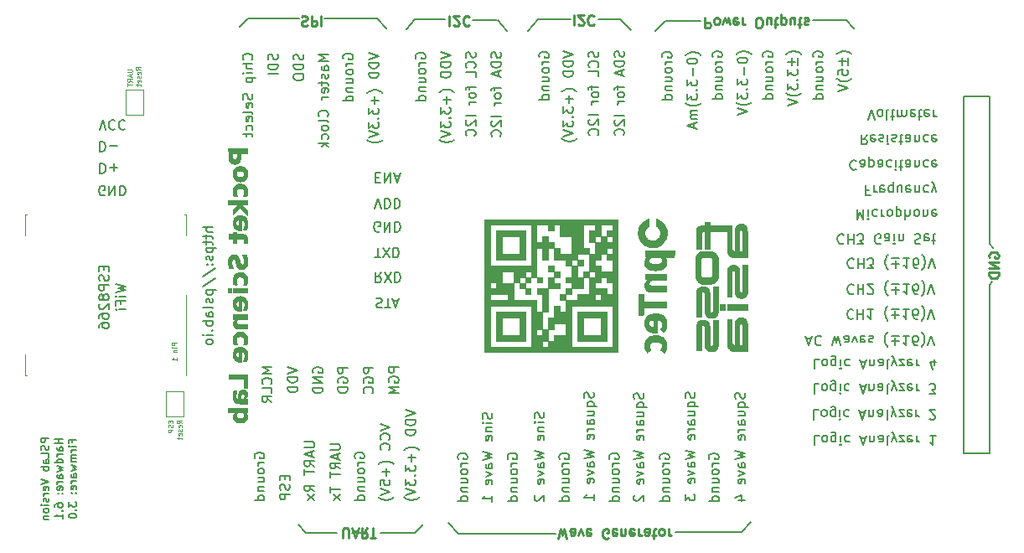
<source format=gbo>
G04 #@! TF.GenerationSoftware,KiCad,Pcbnew,5.0.2-bee76a0~70~ubuntu16.04.1*
G04 #@! TF.CreationDate,2019-04-12T22:23:48+05:30*
G04 #@! TF.ProjectId,PSLab,50534c61-622e-46b6-9963-61645f706362,v6.1*
G04 #@! TF.SameCoordinates,Original*
G04 #@! TF.FileFunction,Legend,Bot*
G04 #@! TF.FilePolarity,Positive*
%FSLAX46Y46*%
G04 Gerber Fmt 4.6, Leading zero omitted, Abs format (unit mm)*
G04 Created by KiCad (PCBNEW 5.0.2-bee76a0~70~ubuntu16.04.1) date Fri 12 Apr 2019 22:23:48 +0530*
%MOMM*%
%LPD*%
G01*
G04 APERTURE LIST*
%ADD10C,0.125000*%
%ADD11C,0.200000*%
%ADD12C,0.250000*%
%ADD13C,0.100000*%
%ADD14C,0.010000*%
%ADD15C,0.120000*%
G04 APERTURE END LIST*
D10*
X101648690Y-66004464D02*
X102053452Y-66004464D01*
X102101071Y-66028273D01*
X102124880Y-66052083D01*
X102148690Y-66099702D01*
X102148690Y-66194940D01*
X102124880Y-66242559D01*
X102101071Y-66266369D01*
X102053452Y-66290178D01*
X101648690Y-66290178D01*
X102005833Y-66504464D02*
X102005833Y-66742559D01*
X102148690Y-66456845D02*
X101648690Y-66623511D01*
X102148690Y-66790178D01*
X102148690Y-67242559D02*
X101910595Y-67075892D01*
X102148690Y-66956845D02*
X101648690Y-66956845D01*
X101648690Y-67147321D01*
X101672500Y-67194940D01*
X101696309Y-67218750D01*
X101743928Y-67242559D01*
X101815357Y-67242559D01*
X101862976Y-67218750D01*
X101886785Y-67194940D01*
X101910595Y-67147321D01*
X101910595Y-66956845D01*
X101648690Y-67385416D02*
X101648690Y-67671130D01*
X102148690Y-67528273D02*
X101648690Y-67528273D01*
X103023690Y-66075892D02*
X102785595Y-65909226D01*
X103023690Y-65790178D02*
X102523690Y-65790178D01*
X102523690Y-65980654D01*
X102547500Y-66028273D01*
X102571309Y-66052083D01*
X102618928Y-66075892D01*
X102690357Y-66075892D01*
X102737976Y-66052083D01*
X102761785Y-66028273D01*
X102785595Y-65980654D01*
X102785595Y-65790178D01*
X102999880Y-66480654D02*
X103023690Y-66433035D01*
X103023690Y-66337797D01*
X102999880Y-66290178D01*
X102952261Y-66266369D01*
X102761785Y-66266369D01*
X102714166Y-66290178D01*
X102690357Y-66337797D01*
X102690357Y-66433035D01*
X102714166Y-66480654D01*
X102761785Y-66504464D01*
X102809404Y-66504464D01*
X102857023Y-66266369D01*
X102999880Y-66694940D02*
X103023690Y-66742559D01*
X103023690Y-66837797D01*
X102999880Y-66885416D01*
X102952261Y-66909226D01*
X102928452Y-66909226D01*
X102880833Y-66885416D01*
X102857023Y-66837797D01*
X102857023Y-66766369D01*
X102833214Y-66718750D01*
X102785595Y-66694940D01*
X102761785Y-66694940D01*
X102714166Y-66718750D01*
X102690357Y-66766369D01*
X102690357Y-66837797D01*
X102714166Y-66885416D01*
X102999880Y-67313988D02*
X103023690Y-67266369D01*
X103023690Y-67171130D01*
X102999880Y-67123511D01*
X102952261Y-67099702D01*
X102761785Y-67099702D01*
X102714166Y-67123511D01*
X102690357Y-67171130D01*
X102690357Y-67266369D01*
X102714166Y-67313988D01*
X102761785Y-67337797D01*
X102809404Y-67337797D01*
X102857023Y-67099702D01*
X102690357Y-67480654D02*
X102690357Y-67671130D01*
X102523690Y-67552083D02*
X102952261Y-67552083D01*
X102999880Y-67575892D01*
X103023690Y-67623511D01*
X103023690Y-67671130D01*
X106026785Y-101460297D02*
X106026785Y-101626964D01*
X106288690Y-101698392D02*
X106288690Y-101460297D01*
X105788690Y-101460297D01*
X105788690Y-101698392D01*
X106264880Y-101888869D02*
X106288690Y-101960297D01*
X106288690Y-102079345D01*
X106264880Y-102126964D01*
X106241071Y-102150773D01*
X106193452Y-102174583D01*
X106145833Y-102174583D01*
X106098214Y-102150773D01*
X106074404Y-102126964D01*
X106050595Y-102079345D01*
X106026785Y-101984107D01*
X106002976Y-101936488D01*
X105979166Y-101912678D01*
X105931547Y-101888869D01*
X105883928Y-101888869D01*
X105836309Y-101912678D01*
X105812500Y-101936488D01*
X105788690Y-101984107D01*
X105788690Y-102103154D01*
X105812500Y-102174583D01*
X106288690Y-102388869D02*
X105788690Y-102388869D01*
X105788690Y-102579345D01*
X105812500Y-102626964D01*
X105836309Y-102650773D01*
X105883928Y-102674583D01*
X105955357Y-102674583D01*
X106002976Y-102650773D01*
X106026785Y-102626964D01*
X106050595Y-102579345D01*
X106050595Y-102388869D01*
X107163690Y-101746011D02*
X106925595Y-101579345D01*
X107163690Y-101460297D02*
X106663690Y-101460297D01*
X106663690Y-101650773D01*
X106687500Y-101698392D01*
X106711309Y-101722202D01*
X106758928Y-101746011D01*
X106830357Y-101746011D01*
X106877976Y-101722202D01*
X106901785Y-101698392D01*
X106925595Y-101650773D01*
X106925595Y-101460297D01*
X107139880Y-102150773D02*
X107163690Y-102103154D01*
X107163690Y-102007916D01*
X107139880Y-101960297D01*
X107092261Y-101936488D01*
X106901785Y-101936488D01*
X106854166Y-101960297D01*
X106830357Y-102007916D01*
X106830357Y-102103154D01*
X106854166Y-102150773D01*
X106901785Y-102174583D01*
X106949404Y-102174583D01*
X106997023Y-101936488D01*
X107139880Y-102365059D02*
X107163690Y-102412678D01*
X107163690Y-102507916D01*
X107139880Y-102555535D01*
X107092261Y-102579345D01*
X107068452Y-102579345D01*
X107020833Y-102555535D01*
X106997023Y-102507916D01*
X106997023Y-102436488D01*
X106973214Y-102388869D01*
X106925595Y-102365059D01*
X106901785Y-102365059D01*
X106854166Y-102388869D01*
X106830357Y-102436488D01*
X106830357Y-102507916D01*
X106854166Y-102555535D01*
X107139880Y-102984107D02*
X107163690Y-102936488D01*
X107163690Y-102841250D01*
X107139880Y-102793630D01*
X107092261Y-102769821D01*
X106901785Y-102769821D01*
X106854166Y-102793630D01*
X106830357Y-102841250D01*
X106830357Y-102936488D01*
X106854166Y-102984107D01*
X106901785Y-103007916D01*
X106949404Y-103007916D01*
X106997023Y-102769821D01*
X106830357Y-103150773D02*
X106830357Y-103341250D01*
X106663690Y-103222202D02*
X107092261Y-103222202D01*
X107139880Y-103246011D01*
X107163690Y-103293630D01*
X107163690Y-103341250D01*
D11*
X121972380Y-64508095D02*
X120972380Y-64508095D01*
X121686666Y-64841428D01*
X120972380Y-65174761D01*
X121972380Y-65174761D01*
X121972380Y-66079523D02*
X121448571Y-66079523D01*
X121353333Y-66031904D01*
X121305714Y-65936666D01*
X121305714Y-65746190D01*
X121353333Y-65650952D01*
X121924761Y-66079523D02*
X121972380Y-65984285D01*
X121972380Y-65746190D01*
X121924761Y-65650952D01*
X121829523Y-65603333D01*
X121734285Y-65603333D01*
X121639047Y-65650952D01*
X121591428Y-65746190D01*
X121591428Y-65984285D01*
X121543809Y-66079523D01*
X121924761Y-66508095D02*
X121972380Y-66603333D01*
X121972380Y-66793809D01*
X121924761Y-66889047D01*
X121829523Y-66936666D01*
X121781904Y-66936666D01*
X121686666Y-66889047D01*
X121639047Y-66793809D01*
X121639047Y-66650952D01*
X121591428Y-66555714D01*
X121496190Y-66508095D01*
X121448571Y-66508095D01*
X121353333Y-66555714D01*
X121305714Y-66650952D01*
X121305714Y-66793809D01*
X121353333Y-66889047D01*
X121305714Y-67222380D02*
X121305714Y-67603333D01*
X120972380Y-67365238D02*
X121829523Y-67365238D01*
X121924761Y-67412857D01*
X121972380Y-67508095D01*
X121972380Y-67603333D01*
X121924761Y-68317619D02*
X121972380Y-68222380D01*
X121972380Y-68031904D01*
X121924761Y-67936666D01*
X121829523Y-67889047D01*
X121448571Y-67889047D01*
X121353333Y-67936666D01*
X121305714Y-68031904D01*
X121305714Y-68222380D01*
X121353333Y-68317619D01*
X121448571Y-68365238D01*
X121543809Y-68365238D01*
X121639047Y-67889047D01*
X121972380Y-68793809D02*
X121305714Y-68793809D01*
X121496190Y-68793809D02*
X121400952Y-68841428D01*
X121353333Y-68889047D01*
X121305714Y-68984285D01*
X121305714Y-69079523D01*
X121877142Y-70746190D02*
X121924761Y-70698571D01*
X121972380Y-70555714D01*
X121972380Y-70460476D01*
X121924761Y-70317619D01*
X121829523Y-70222380D01*
X121734285Y-70174761D01*
X121543809Y-70127142D01*
X121400952Y-70127142D01*
X121210476Y-70174761D01*
X121115238Y-70222380D01*
X121020000Y-70317619D01*
X120972380Y-70460476D01*
X120972380Y-70555714D01*
X121020000Y-70698571D01*
X121067619Y-70746190D01*
X121972380Y-71317619D02*
X121924761Y-71222380D01*
X121829523Y-71174761D01*
X120972380Y-71174761D01*
X121972380Y-71841428D02*
X121924761Y-71746190D01*
X121877142Y-71698571D01*
X121781904Y-71650952D01*
X121496190Y-71650952D01*
X121400952Y-71698571D01*
X121353333Y-71746190D01*
X121305714Y-71841428D01*
X121305714Y-71984285D01*
X121353333Y-72079523D01*
X121400952Y-72127142D01*
X121496190Y-72174761D01*
X121781904Y-72174761D01*
X121877142Y-72127142D01*
X121924761Y-72079523D01*
X121972380Y-71984285D01*
X121972380Y-71841428D01*
X121924761Y-73031904D02*
X121972380Y-72936666D01*
X121972380Y-72746190D01*
X121924761Y-72650952D01*
X121877142Y-72603333D01*
X121781904Y-72555714D01*
X121496190Y-72555714D01*
X121400952Y-72603333D01*
X121353333Y-72650952D01*
X121305714Y-72746190D01*
X121305714Y-72936666D01*
X121353333Y-73031904D01*
X121972380Y-73460476D02*
X120972380Y-73460476D01*
X121591428Y-73555714D02*
X121972380Y-73841428D01*
X121305714Y-73841428D02*
X121686666Y-73460476D01*
X119424761Y-64460476D02*
X119472380Y-64603333D01*
X119472380Y-64841428D01*
X119424761Y-64936666D01*
X119377142Y-64984285D01*
X119281904Y-65031904D01*
X119186666Y-65031904D01*
X119091428Y-64984285D01*
X119043809Y-64936666D01*
X118996190Y-64841428D01*
X118948571Y-64650952D01*
X118900952Y-64555714D01*
X118853333Y-64508095D01*
X118758095Y-64460476D01*
X118662857Y-64460476D01*
X118567619Y-64508095D01*
X118520000Y-64555714D01*
X118472380Y-64650952D01*
X118472380Y-64889047D01*
X118520000Y-65031904D01*
X119472380Y-65460476D02*
X118472380Y-65460476D01*
X118472380Y-65698571D01*
X118520000Y-65841428D01*
X118615238Y-65936666D01*
X118710476Y-65984285D01*
X118900952Y-66031904D01*
X119043809Y-66031904D01*
X119234285Y-65984285D01*
X119329523Y-65936666D01*
X119424761Y-65841428D01*
X119472380Y-65698571D01*
X119472380Y-65460476D01*
X118472380Y-66650952D02*
X118472380Y-66841428D01*
X118520000Y-66936666D01*
X118615238Y-67031904D01*
X118805714Y-67079523D01*
X119139047Y-67079523D01*
X119329523Y-67031904D01*
X119424761Y-66936666D01*
X119472380Y-66841428D01*
X119472380Y-66650952D01*
X119424761Y-66555714D01*
X119329523Y-66460476D01*
X119139047Y-66412857D01*
X118805714Y-66412857D01*
X118615238Y-66460476D01*
X118520000Y-66555714D01*
X118472380Y-66650952D01*
X116824761Y-64460476D02*
X116872380Y-64603333D01*
X116872380Y-64841428D01*
X116824761Y-64936666D01*
X116777142Y-64984285D01*
X116681904Y-65031904D01*
X116586666Y-65031904D01*
X116491428Y-64984285D01*
X116443809Y-64936666D01*
X116396190Y-64841428D01*
X116348571Y-64650952D01*
X116300952Y-64555714D01*
X116253333Y-64508095D01*
X116158095Y-64460476D01*
X116062857Y-64460476D01*
X115967619Y-64508095D01*
X115920000Y-64555714D01*
X115872380Y-64650952D01*
X115872380Y-64889047D01*
X115920000Y-65031904D01*
X116872380Y-65460476D02*
X115872380Y-65460476D01*
X115872380Y-65698571D01*
X115920000Y-65841428D01*
X116015238Y-65936666D01*
X116110476Y-65984285D01*
X116300952Y-66031904D01*
X116443809Y-66031904D01*
X116634285Y-65984285D01*
X116729523Y-65936666D01*
X116824761Y-65841428D01*
X116872380Y-65698571D01*
X116872380Y-65460476D01*
X116872380Y-66460476D02*
X115872380Y-66460476D01*
X114227142Y-65029523D02*
X114274761Y-64981904D01*
X114322380Y-64839047D01*
X114322380Y-64743809D01*
X114274761Y-64600952D01*
X114179523Y-64505714D01*
X114084285Y-64458095D01*
X113893809Y-64410476D01*
X113750952Y-64410476D01*
X113560476Y-64458095D01*
X113465238Y-64505714D01*
X113370000Y-64600952D01*
X113322380Y-64743809D01*
X113322380Y-64839047D01*
X113370000Y-64981904D01*
X113417619Y-65029523D01*
X114322380Y-65458095D02*
X113322380Y-65458095D01*
X114322380Y-65886666D02*
X113798571Y-65886666D01*
X113703333Y-65839047D01*
X113655714Y-65743809D01*
X113655714Y-65600952D01*
X113703333Y-65505714D01*
X113750952Y-65458095D01*
X114322380Y-66362857D02*
X113655714Y-66362857D01*
X113322380Y-66362857D02*
X113370000Y-66315238D01*
X113417619Y-66362857D01*
X113370000Y-66410476D01*
X113322380Y-66362857D01*
X113417619Y-66362857D01*
X113655714Y-66839047D02*
X114655714Y-66839047D01*
X113703333Y-66839047D02*
X113655714Y-66934285D01*
X113655714Y-67124761D01*
X113703333Y-67220000D01*
X113750952Y-67267619D01*
X113846190Y-67315238D01*
X114131904Y-67315238D01*
X114227142Y-67267619D01*
X114274761Y-67220000D01*
X114322380Y-67124761D01*
X114322380Y-66934285D01*
X114274761Y-66839047D01*
X114274761Y-68458095D02*
X114322380Y-68600952D01*
X114322380Y-68839047D01*
X114274761Y-68934285D01*
X114227142Y-68981904D01*
X114131904Y-69029523D01*
X114036666Y-69029523D01*
X113941428Y-68981904D01*
X113893809Y-68934285D01*
X113846190Y-68839047D01*
X113798571Y-68648571D01*
X113750952Y-68553333D01*
X113703333Y-68505714D01*
X113608095Y-68458095D01*
X113512857Y-68458095D01*
X113417619Y-68505714D01*
X113370000Y-68553333D01*
X113322380Y-68648571D01*
X113322380Y-68886666D01*
X113370000Y-69029523D01*
X114274761Y-69839047D02*
X114322380Y-69743809D01*
X114322380Y-69553333D01*
X114274761Y-69458095D01*
X114179523Y-69410476D01*
X113798571Y-69410476D01*
X113703333Y-69458095D01*
X113655714Y-69553333D01*
X113655714Y-69743809D01*
X113703333Y-69839047D01*
X113798571Y-69886666D01*
X113893809Y-69886666D01*
X113989047Y-69410476D01*
X114322380Y-70458095D02*
X114274761Y-70362857D01*
X114179523Y-70315238D01*
X113322380Y-70315238D01*
X114274761Y-71220000D02*
X114322380Y-71124761D01*
X114322380Y-70934285D01*
X114274761Y-70839047D01*
X114179523Y-70791428D01*
X113798571Y-70791428D01*
X113703333Y-70839047D01*
X113655714Y-70934285D01*
X113655714Y-71124761D01*
X113703333Y-71220000D01*
X113798571Y-71267619D01*
X113893809Y-71267619D01*
X113989047Y-70791428D01*
X114274761Y-72124761D02*
X114322380Y-72029523D01*
X114322380Y-71839047D01*
X114274761Y-71743809D01*
X114227142Y-71696190D01*
X114131904Y-71648571D01*
X113846190Y-71648571D01*
X113750952Y-71696190D01*
X113703333Y-71743809D01*
X113655714Y-71839047D01*
X113655714Y-72029523D01*
X113703333Y-72124761D01*
X113655714Y-72410476D02*
X113655714Y-72791428D01*
X113322380Y-72553333D02*
X114179523Y-72553333D01*
X114274761Y-72600952D01*
X114322380Y-72696190D01*
X114322380Y-72791428D01*
X123520000Y-64932857D02*
X123472380Y-64837619D01*
X123472380Y-64694761D01*
X123520000Y-64551904D01*
X123615238Y-64456666D01*
X123710476Y-64409047D01*
X123900952Y-64361428D01*
X124043809Y-64361428D01*
X124234285Y-64409047D01*
X124329523Y-64456666D01*
X124424761Y-64551904D01*
X124472380Y-64694761D01*
X124472380Y-64790000D01*
X124424761Y-64932857D01*
X124377142Y-64980476D01*
X124043809Y-64980476D01*
X124043809Y-64790000D01*
X124472380Y-65409047D02*
X123805714Y-65409047D01*
X123996190Y-65409047D02*
X123900952Y-65456666D01*
X123853333Y-65504285D01*
X123805714Y-65599523D01*
X123805714Y-65694761D01*
X124472380Y-66170952D02*
X124424761Y-66075714D01*
X124377142Y-66028095D01*
X124281904Y-65980476D01*
X123996190Y-65980476D01*
X123900952Y-66028095D01*
X123853333Y-66075714D01*
X123805714Y-66170952D01*
X123805714Y-66313809D01*
X123853333Y-66409047D01*
X123900952Y-66456666D01*
X123996190Y-66504285D01*
X124281904Y-66504285D01*
X124377142Y-66456666D01*
X124424761Y-66409047D01*
X124472380Y-66313809D01*
X124472380Y-66170952D01*
X123805714Y-67361428D02*
X124472380Y-67361428D01*
X123805714Y-66932857D02*
X124329523Y-66932857D01*
X124424761Y-66980476D01*
X124472380Y-67075714D01*
X124472380Y-67218571D01*
X124424761Y-67313809D01*
X124377142Y-67361428D01*
X123805714Y-67837619D02*
X124472380Y-67837619D01*
X123900952Y-67837619D02*
X123853333Y-67885238D01*
X123805714Y-67980476D01*
X123805714Y-68123333D01*
X123853333Y-68218571D01*
X123948571Y-68266190D01*
X124472380Y-68266190D01*
X124472380Y-69170952D02*
X123472380Y-69170952D01*
X124424761Y-69170952D02*
X124472380Y-69075714D01*
X124472380Y-68885238D01*
X124424761Y-68790000D01*
X124377142Y-68742380D01*
X124281904Y-68694761D01*
X123996190Y-68694761D01*
X123900952Y-68742380D01*
X123853333Y-68790000D01*
X123805714Y-68885238D01*
X123805714Y-69075714D01*
X123853333Y-69170952D01*
X126072380Y-64320952D02*
X127072380Y-64654285D01*
X126072380Y-64987619D01*
X127072380Y-65320952D02*
X126072380Y-65320952D01*
X126072380Y-65559047D01*
X126120000Y-65701904D01*
X126215238Y-65797142D01*
X126310476Y-65844761D01*
X126500952Y-65892380D01*
X126643809Y-65892380D01*
X126834285Y-65844761D01*
X126929523Y-65797142D01*
X127024761Y-65701904D01*
X127072380Y-65559047D01*
X127072380Y-65320952D01*
X127072380Y-66320952D02*
X126072380Y-66320952D01*
X126072380Y-66559047D01*
X126120000Y-66701904D01*
X126215238Y-66797142D01*
X126310476Y-66844761D01*
X126500952Y-66892380D01*
X126643809Y-66892380D01*
X126834285Y-66844761D01*
X126929523Y-66797142D01*
X127024761Y-66701904D01*
X127072380Y-66559047D01*
X127072380Y-66320952D01*
X127453333Y-68368571D02*
X127405714Y-68320952D01*
X127262857Y-68225714D01*
X127167619Y-68178095D01*
X127024761Y-68130476D01*
X126786666Y-68082857D01*
X126596190Y-68082857D01*
X126358095Y-68130476D01*
X126215238Y-68178095D01*
X126120000Y-68225714D01*
X125977142Y-68320952D01*
X125929523Y-68368571D01*
X126691428Y-68749523D02*
X126691428Y-69511428D01*
X127072380Y-69130476D02*
X126310476Y-69130476D01*
X126072380Y-69892380D02*
X126072380Y-70511428D01*
X126453333Y-70178095D01*
X126453333Y-70320952D01*
X126500952Y-70416190D01*
X126548571Y-70463809D01*
X126643809Y-70511428D01*
X126881904Y-70511428D01*
X126977142Y-70463809D01*
X127024761Y-70416190D01*
X127072380Y-70320952D01*
X127072380Y-70035238D01*
X127024761Y-69940000D01*
X126977142Y-69892380D01*
X126977142Y-70940000D02*
X127024761Y-70987619D01*
X127072380Y-70940000D01*
X127024761Y-70892380D01*
X126977142Y-70940000D01*
X127072380Y-70940000D01*
X126072380Y-71320952D02*
X126072380Y-71940000D01*
X126453333Y-71606666D01*
X126453333Y-71749523D01*
X126500952Y-71844761D01*
X126548571Y-71892380D01*
X126643809Y-71940000D01*
X126881904Y-71940000D01*
X126977142Y-71892380D01*
X127024761Y-71844761D01*
X127072380Y-71749523D01*
X127072380Y-71463809D01*
X127024761Y-71368571D01*
X126977142Y-71320952D01*
X126072380Y-72225714D02*
X127072380Y-72559047D01*
X126072380Y-72892380D01*
X127453333Y-73130476D02*
X127405714Y-73178095D01*
X127262857Y-73273333D01*
X127167619Y-73320952D01*
X127024761Y-73368571D01*
X126786666Y-73416190D01*
X126596190Y-73416190D01*
X126358095Y-73368571D01*
X126215238Y-73320952D01*
X126120000Y-73273333D01*
X125977142Y-73178095D01*
X125929523Y-73130476D01*
D12*
X119266190Y-60645238D02*
X119409047Y-60597619D01*
X119647142Y-60597619D01*
X119742380Y-60645238D01*
X119790000Y-60692857D01*
X119837619Y-60788095D01*
X119837619Y-60883333D01*
X119790000Y-60978571D01*
X119742380Y-61026190D01*
X119647142Y-61073809D01*
X119456666Y-61121428D01*
X119361428Y-61169047D01*
X119313809Y-61216666D01*
X119266190Y-61311904D01*
X119266190Y-61407142D01*
X119313809Y-61502380D01*
X119361428Y-61550000D01*
X119456666Y-61597619D01*
X119694761Y-61597619D01*
X119837619Y-61550000D01*
X120266190Y-60597619D02*
X120266190Y-61597619D01*
X120647142Y-61597619D01*
X120742380Y-61550000D01*
X120790000Y-61502380D01*
X120837619Y-61407142D01*
X120837619Y-61264285D01*
X120790000Y-61169047D01*
X120742380Y-61121428D01*
X120647142Y-61073809D01*
X120266190Y-61073809D01*
X121266190Y-60597619D02*
X121266190Y-61597619D01*
D11*
X121570000Y-60840000D02*
X126930000Y-60840000D01*
X126940000Y-60850000D02*
X127830000Y-61900000D01*
X119000000Y-60840000D02*
X113900000Y-60840000D01*
X113900000Y-60840000D02*
X113040000Y-61700000D01*
X93731904Y-103235714D02*
X92931904Y-103235714D01*
X92931904Y-103540476D01*
X92970000Y-103616666D01*
X93008095Y-103654761D01*
X93084285Y-103692857D01*
X93198571Y-103692857D01*
X93274761Y-103654761D01*
X93312857Y-103616666D01*
X93350952Y-103540476D01*
X93350952Y-103235714D01*
X93693809Y-103997619D02*
X93731904Y-104111904D01*
X93731904Y-104302380D01*
X93693809Y-104378571D01*
X93655714Y-104416666D01*
X93579523Y-104454761D01*
X93503333Y-104454761D01*
X93427142Y-104416666D01*
X93389047Y-104378571D01*
X93350952Y-104302380D01*
X93312857Y-104150000D01*
X93274761Y-104073809D01*
X93236666Y-104035714D01*
X93160476Y-103997619D01*
X93084285Y-103997619D01*
X93008095Y-104035714D01*
X92970000Y-104073809D01*
X92931904Y-104150000D01*
X92931904Y-104340476D01*
X92970000Y-104454761D01*
X93731904Y-105178571D02*
X93731904Y-104797619D01*
X92931904Y-104797619D01*
X93731904Y-105788095D02*
X93312857Y-105788095D01*
X93236666Y-105750000D01*
X93198571Y-105673809D01*
X93198571Y-105521428D01*
X93236666Y-105445238D01*
X93693809Y-105788095D02*
X93731904Y-105711904D01*
X93731904Y-105521428D01*
X93693809Y-105445238D01*
X93617619Y-105407142D01*
X93541428Y-105407142D01*
X93465238Y-105445238D01*
X93427142Y-105521428D01*
X93427142Y-105711904D01*
X93389047Y-105788095D01*
X93731904Y-106169047D02*
X92931904Y-106169047D01*
X93236666Y-106169047D02*
X93198571Y-106245238D01*
X93198571Y-106397619D01*
X93236666Y-106473809D01*
X93274761Y-106511904D01*
X93350952Y-106550000D01*
X93579523Y-106550000D01*
X93655714Y-106511904D01*
X93693809Y-106473809D01*
X93731904Y-106397619D01*
X93731904Y-106245238D01*
X93693809Y-106169047D01*
X92931904Y-107388095D02*
X93731904Y-107654761D01*
X92931904Y-107921428D01*
X93693809Y-108492857D02*
X93731904Y-108416666D01*
X93731904Y-108264285D01*
X93693809Y-108188095D01*
X93617619Y-108150000D01*
X93312857Y-108150000D01*
X93236666Y-108188095D01*
X93198571Y-108264285D01*
X93198571Y-108416666D01*
X93236666Y-108492857D01*
X93312857Y-108530952D01*
X93389047Y-108530952D01*
X93465238Y-108150000D01*
X93731904Y-108873809D02*
X93198571Y-108873809D01*
X93350952Y-108873809D02*
X93274761Y-108911904D01*
X93236666Y-108950000D01*
X93198571Y-109026190D01*
X93198571Y-109102380D01*
X93693809Y-109330952D02*
X93731904Y-109407142D01*
X93731904Y-109559523D01*
X93693809Y-109635714D01*
X93617619Y-109673809D01*
X93579523Y-109673809D01*
X93503333Y-109635714D01*
X93465238Y-109559523D01*
X93465238Y-109445238D01*
X93427142Y-109369047D01*
X93350952Y-109330952D01*
X93312857Y-109330952D01*
X93236666Y-109369047D01*
X93198571Y-109445238D01*
X93198571Y-109559523D01*
X93236666Y-109635714D01*
X93731904Y-110016666D02*
X93198571Y-110016666D01*
X92931904Y-110016666D02*
X92970000Y-109978571D01*
X93008095Y-110016666D01*
X92970000Y-110054761D01*
X92931904Y-110016666D01*
X93008095Y-110016666D01*
X93731904Y-110511904D02*
X93693809Y-110435714D01*
X93655714Y-110397619D01*
X93579523Y-110359523D01*
X93350952Y-110359523D01*
X93274761Y-110397619D01*
X93236666Y-110435714D01*
X93198571Y-110511904D01*
X93198571Y-110626190D01*
X93236666Y-110702380D01*
X93274761Y-110740476D01*
X93350952Y-110778571D01*
X93579523Y-110778571D01*
X93655714Y-110740476D01*
X93693809Y-110702380D01*
X93731904Y-110626190D01*
X93731904Y-110511904D01*
X93198571Y-111121428D02*
X93731904Y-111121428D01*
X93274761Y-111121428D02*
X93236666Y-111159523D01*
X93198571Y-111235714D01*
X93198571Y-111350000D01*
X93236666Y-111426190D01*
X93312857Y-111464285D01*
X93731904Y-111464285D01*
X95131904Y-103330952D02*
X94331904Y-103330952D01*
X94712857Y-103330952D02*
X94712857Y-103788095D01*
X95131904Y-103788095D02*
X94331904Y-103788095D01*
X95131904Y-104511904D02*
X94712857Y-104511904D01*
X94636666Y-104473809D01*
X94598571Y-104397619D01*
X94598571Y-104245238D01*
X94636666Y-104169047D01*
X95093809Y-104511904D02*
X95131904Y-104435714D01*
X95131904Y-104245238D01*
X95093809Y-104169047D01*
X95017619Y-104130952D01*
X94941428Y-104130952D01*
X94865238Y-104169047D01*
X94827142Y-104245238D01*
X94827142Y-104435714D01*
X94789047Y-104511904D01*
X95131904Y-104892857D02*
X94598571Y-104892857D01*
X94750952Y-104892857D02*
X94674761Y-104930952D01*
X94636666Y-104969047D01*
X94598571Y-105045238D01*
X94598571Y-105121428D01*
X95131904Y-105730952D02*
X94331904Y-105730952D01*
X95093809Y-105730952D02*
X95131904Y-105654761D01*
X95131904Y-105502380D01*
X95093809Y-105426190D01*
X95055714Y-105388095D01*
X94979523Y-105350000D01*
X94750952Y-105350000D01*
X94674761Y-105388095D01*
X94636666Y-105426190D01*
X94598571Y-105502380D01*
X94598571Y-105654761D01*
X94636666Y-105730952D01*
X94598571Y-106035714D02*
X95131904Y-106188095D01*
X94750952Y-106340476D01*
X95131904Y-106492857D01*
X94598571Y-106645238D01*
X95131904Y-107292857D02*
X94712857Y-107292857D01*
X94636666Y-107254761D01*
X94598571Y-107178571D01*
X94598571Y-107026190D01*
X94636666Y-106950000D01*
X95093809Y-107292857D02*
X95131904Y-107216666D01*
X95131904Y-107026190D01*
X95093809Y-106950000D01*
X95017619Y-106911904D01*
X94941428Y-106911904D01*
X94865238Y-106950000D01*
X94827142Y-107026190D01*
X94827142Y-107216666D01*
X94789047Y-107292857D01*
X95131904Y-107673809D02*
X94598571Y-107673809D01*
X94750952Y-107673809D02*
X94674761Y-107711904D01*
X94636666Y-107750000D01*
X94598571Y-107826190D01*
X94598571Y-107902380D01*
X95093809Y-108473809D02*
X95131904Y-108397619D01*
X95131904Y-108245238D01*
X95093809Y-108169047D01*
X95017619Y-108130952D01*
X94712857Y-108130952D01*
X94636666Y-108169047D01*
X94598571Y-108245238D01*
X94598571Y-108397619D01*
X94636666Y-108473809D01*
X94712857Y-108511904D01*
X94789047Y-108511904D01*
X94865238Y-108130952D01*
X95055714Y-108854761D02*
X95093809Y-108892857D01*
X95131904Y-108854761D01*
X95093809Y-108816666D01*
X95055714Y-108854761D01*
X95131904Y-108854761D01*
X94636666Y-108854761D02*
X94674761Y-108892857D01*
X94712857Y-108854761D01*
X94674761Y-108816666D01*
X94636666Y-108854761D01*
X94712857Y-108854761D01*
X94331904Y-110188095D02*
X94331904Y-110035714D01*
X94370000Y-109959523D01*
X94408095Y-109921428D01*
X94522380Y-109845238D01*
X94674761Y-109807142D01*
X94979523Y-109807142D01*
X95055714Y-109845238D01*
X95093809Y-109883333D01*
X95131904Y-109959523D01*
X95131904Y-110111904D01*
X95093809Y-110188095D01*
X95055714Y-110226190D01*
X94979523Y-110264285D01*
X94789047Y-110264285D01*
X94712857Y-110226190D01*
X94674761Y-110188095D01*
X94636666Y-110111904D01*
X94636666Y-109959523D01*
X94674761Y-109883333D01*
X94712857Y-109845238D01*
X94789047Y-109807142D01*
X95055714Y-110607142D02*
X95093809Y-110645238D01*
X95131904Y-110607142D01*
X95093809Y-110569047D01*
X95055714Y-110607142D01*
X95131904Y-110607142D01*
X95131904Y-111407142D02*
X95131904Y-110950000D01*
X95131904Y-111178571D02*
X94331904Y-111178571D01*
X94446190Y-111102380D01*
X94522380Y-111026190D01*
X94560476Y-110950000D01*
X96112857Y-103673809D02*
X96112857Y-103407142D01*
X96531904Y-103407142D02*
X95731904Y-103407142D01*
X95731904Y-103788095D01*
X96531904Y-104092857D02*
X95998571Y-104092857D01*
X95731904Y-104092857D02*
X95770000Y-104054761D01*
X95808095Y-104092857D01*
X95770000Y-104130952D01*
X95731904Y-104092857D01*
X95808095Y-104092857D01*
X96531904Y-104473809D02*
X95998571Y-104473809D01*
X96150952Y-104473809D02*
X96074761Y-104511904D01*
X96036666Y-104550000D01*
X95998571Y-104626190D01*
X95998571Y-104702380D01*
X96531904Y-104969047D02*
X95998571Y-104969047D01*
X96074761Y-104969047D02*
X96036666Y-105007142D01*
X95998571Y-105083333D01*
X95998571Y-105197619D01*
X96036666Y-105273809D01*
X96112857Y-105311904D01*
X96531904Y-105311904D01*
X96112857Y-105311904D02*
X96036666Y-105350000D01*
X95998571Y-105426190D01*
X95998571Y-105540476D01*
X96036666Y-105616666D01*
X96112857Y-105654761D01*
X96531904Y-105654761D01*
X95998571Y-105959523D02*
X96531904Y-106111904D01*
X96150952Y-106264285D01*
X96531904Y-106416666D01*
X95998571Y-106569047D01*
X96531904Y-107216666D02*
X96112857Y-107216666D01*
X96036666Y-107178571D01*
X95998571Y-107102380D01*
X95998571Y-106950000D01*
X96036666Y-106873809D01*
X96493809Y-107216666D02*
X96531904Y-107140476D01*
X96531904Y-106950000D01*
X96493809Y-106873809D01*
X96417619Y-106835714D01*
X96341428Y-106835714D01*
X96265238Y-106873809D01*
X96227142Y-106950000D01*
X96227142Y-107140476D01*
X96189047Y-107216666D01*
X96531904Y-107597619D02*
X95998571Y-107597619D01*
X96150952Y-107597619D02*
X96074761Y-107635714D01*
X96036666Y-107673809D01*
X95998571Y-107750000D01*
X95998571Y-107826190D01*
X96493809Y-108397619D02*
X96531904Y-108321428D01*
X96531904Y-108169047D01*
X96493809Y-108092857D01*
X96417619Y-108054761D01*
X96112857Y-108054761D01*
X96036666Y-108092857D01*
X95998571Y-108169047D01*
X95998571Y-108321428D01*
X96036666Y-108397619D01*
X96112857Y-108435714D01*
X96189047Y-108435714D01*
X96265238Y-108054761D01*
X96455714Y-108778571D02*
X96493809Y-108816666D01*
X96531904Y-108778571D01*
X96493809Y-108740476D01*
X96455714Y-108778571D01*
X96531904Y-108778571D01*
X96036666Y-108778571D02*
X96074761Y-108816666D01*
X96112857Y-108778571D01*
X96074761Y-108740476D01*
X96036666Y-108778571D01*
X96112857Y-108778571D01*
X95731904Y-109692857D02*
X95731904Y-110188095D01*
X96036666Y-109921428D01*
X96036666Y-110035714D01*
X96074761Y-110111904D01*
X96112857Y-110150000D01*
X96189047Y-110188095D01*
X96379523Y-110188095D01*
X96455714Y-110150000D01*
X96493809Y-110111904D01*
X96531904Y-110035714D01*
X96531904Y-109807142D01*
X96493809Y-109730952D01*
X96455714Y-109692857D01*
X96455714Y-110530952D02*
X96493809Y-110569047D01*
X96531904Y-110530952D01*
X96493809Y-110492857D01*
X96455714Y-110530952D01*
X96531904Y-110530952D01*
X95731904Y-111064285D02*
X95731904Y-111140476D01*
X95770000Y-111216666D01*
X95808095Y-111254761D01*
X95884285Y-111292857D01*
X96036666Y-111330952D01*
X96227142Y-111330952D01*
X96379523Y-111292857D01*
X96455714Y-111254761D01*
X96493809Y-111216666D01*
X96531904Y-111140476D01*
X96531904Y-111064285D01*
X96493809Y-110988095D01*
X96455714Y-110950000D01*
X96379523Y-110911904D01*
X96227142Y-110873809D01*
X96036666Y-110873809D01*
X95884285Y-110911904D01*
X95808095Y-110950000D01*
X95770000Y-110988095D01*
X95731904Y-111064285D01*
X110302380Y-81969047D02*
X109302380Y-81969047D01*
X110302380Y-82397619D02*
X109778571Y-82397619D01*
X109683333Y-82350000D01*
X109635714Y-82254761D01*
X109635714Y-82111904D01*
X109683333Y-82016666D01*
X109730952Y-81969047D01*
X109635714Y-82730952D02*
X109635714Y-83111904D01*
X109302380Y-82873809D02*
X110159523Y-82873809D01*
X110254761Y-82921428D01*
X110302380Y-83016666D01*
X110302380Y-83111904D01*
X109635714Y-83302380D02*
X109635714Y-83683333D01*
X109302380Y-83445238D02*
X110159523Y-83445238D01*
X110254761Y-83492857D01*
X110302380Y-83588095D01*
X110302380Y-83683333D01*
X109635714Y-84016666D02*
X110635714Y-84016666D01*
X109683333Y-84016666D02*
X109635714Y-84111904D01*
X109635714Y-84302380D01*
X109683333Y-84397619D01*
X109730952Y-84445238D01*
X109826190Y-84492857D01*
X110111904Y-84492857D01*
X110207142Y-84445238D01*
X110254761Y-84397619D01*
X110302380Y-84302380D01*
X110302380Y-84111904D01*
X110254761Y-84016666D01*
X110254761Y-84873809D02*
X110302380Y-84969047D01*
X110302380Y-85159523D01*
X110254761Y-85254761D01*
X110159523Y-85302380D01*
X110111904Y-85302380D01*
X110016666Y-85254761D01*
X109969047Y-85159523D01*
X109969047Y-85016666D01*
X109921428Y-84921428D01*
X109826190Y-84873809D01*
X109778571Y-84873809D01*
X109683333Y-84921428D01*
X109635714Y-85016666D01*
X109635714Y-85159523D01*
X109683333Y-85254761D01*
X110207142Y-85730952D02*
X110254761Y-85778571D01*
X110302380Y-85730952D01*
X110254761Y-85683333D01*
X110207142Y-85730952D01*
X110302380Y-85730952D01*
X109683333Y-85730952D02*
X109730952Y-85778571D01*
X109778571Y-85730952D01*
X109730952Y-85683333D01*
X109683333Y-85730952D01*
X109778571Y-85730952D01*
X109254761Y-86921428D02*
X110540476Y-86064285D01*
X109254761Y-87969047D02*
X110540476Y-87111904D01*
X109635714Y-88302380D02*
X110635714Y-88302380D01*
X109683333Y-88302380D02*
X109635714Y-88397619D01*
X109635714Y-88588095D01*
X109683333Y-88683333D01*
X109730952Y-88730952D01*
X109826190Y-88778571D01*
X110111904Y-88778571D01*
X110207142Y-88730952D01*
X110254761Y-88683333D01*
X110302380Y-88588095D01*
X110302380Y-88397619D01*
X110254761Y-88302380D01*
X110254761Y-89159523D02*
X110302380Y-89254761D01*
X110302380Y-89445238D01*
X110254761Y-89540476D01*
X110159523Y-89588095D01*
X110111904Y-89588095D01*
X110016666Y-89540476D01*
X109969047Y-89445238D01*
X109969047Y-89302380D01*
X109921428Y-89207142D01*
X109826190Y-89159523D01*
X109778571Y-89159523D01*
X109683333Y-89207142D01*
X109635714Y-89302380D01*
X109635714Y-89445238D01*
X109683333Y-89540476D01*
X110302380Y-90159523D02*
X110254761Y-90064285D01*
X110159523Y-90016666D01*
X109302380Y-90016666D01*
X110302380Y-90969047D02*
X109778571Y-90969047D01*
X109683333Y-90921428D01*
X109635714Y-90826190D01*
X109635714Y-90635714D01*
X109683333Y-90540476D01*
X110254761Y-90969047D02*
X110302380Y-90873809D01*
X110302380Y-90635714D01*
X110254761Y-90540476D01*
X110159523Y-90492857D01*
X110064285Y-90492857D01*
X109969047Y-90540476D01*
X109921428Y-90635714D01*
X109921428Y-90873809D01*
X109873809Y-90969047D01*
X110302380Y-91445238D02*
X109302380Y-91445238D01*
X109683333Y-91445238D02*
X109635714Y-91540476D01*
X109635714Y-91730952D01*
X109683333Y-91826190D01*
X109730952Y-91873809D01*
X109826190Y-91921428D01*
X110111904Y-91921428D01*
X110207142Y-91873809D01*
X110254761Y-91826190D01*
X110302380Y-91730952D01*
X110302380Y-91540476D01*
X110254761Y-91445238D01*
X110207142Y-92349999D02*
X110254761Y-92397619D01*
X110302380Y-92349999D01*
X110254761Y-92302380D01*
X110207142Y-92349999D01*
X110302380Y-92349999D01*
X110302380Y-92826190D02*
X109635714Y-92826190D01*
X109302380Y-92826190D02*
X109350000Y-92778571D01*
X109397619Y-92826190D01*
X109350000Y-92873809D01*
X109302380Y-92826190D01*
X109397619Y-92826190D01*
X110302380Y-93445238D02*
X110254761Y-93349999D01*
X110207142Y-93302380D01*
X110111904Y-93254761D01*
X109826190Y-93254761D01*
X109730952Y-93302380D01*
X109683333Y-93349999D01*
X109635714Y-93445238D01*
X109635714Y-93588095D01*
X109683333Y-93683333D01*
X109730952Y-93730952D01*
X109826190Y-93778571D01*
X110111904Y-93778571D01*
X110207142Y-93730952D01*
X110254761Y-93683333D01*
X110302380Y-93588095D01*
X110302380Y-93445238D01*
X126844761Y-89135238D02*
X126987619Y-89087619D01*
X127225714Y-89087619D01*
X127320952Y-89135238D01*
X127368571Y-89182857D01*
X127416190Y-89278095D01*
X127416190Y-89373333D01*
X127368571Y-89468571D01*
X127320952Y-89516190D01*
X127225714Y-89563809D01*
X127035238Y-89611428D01*
X126940000Y-89659047D01*
X126892380Y-89706666D01*
X126844761Y-89801904D01*
X126844761Y-89897142D01*
X126892380Y-89992380D01*
X126940000Y-90040000D01*
X127035238Y-90087619D01*
X127273333Y-90087619D01*
X127416190Y-90040000D01*
X127701904Y-90087619D02*
X128273333Y-90087619D01*
X127987619Y-89087619D02*
X127987619Y-90087619D01*
X128559047Y-89373333D02*
X129035238Y-89373333D01*
X128463809Y-89087619D02*
X128797142Y-90087619D01*
X129130476Y-89087619D01*
X127313333Y-86487619D02*
X126980000Y-86963809D01*
X126741904Y-86487619D02*
X126741904Y-87487619D01*
X127122857Y-87487619D01*
X127218095Y-87440000D01*
X127265714Y-87392380D01*
X127313333Y-87297142D01*
X127313333Y-87154285D01*
X127265714Y-87059047D01*
X127218095Y-87011428D01*
X127122857Y-86963809D01*
X126741904Y-86963809D01*
X127646666Y-87487619D02*
X128313333Y-86487619D01*
X128313333Y-87487619D02*
X127646666Y-86487619D01*
X128694285Y-86487619D02*
X128694285Y-87487619D01*
X128932380Y-87487619D01*
X129075238Y-87440000D01*
X129170476Y-87344761D01*
X129218095Y-87249523D01*
X129265714Y-87059047D01*
X129265714Y-86916190D01*
X129218095Y-86725714D01*
X129170476Y-86630476D01*
X129075238Y-86535238D01*
X128932380Y-86487619D01*
X128694285Y-86487619D01*
X126678095Y-85017619D02*
X127249523Y-85017619D01*
X126963809Y-84017619D02*
X126963809Y-85017619D01*
X127487619Y-85017619D02*
X128154285Y-84017619D01*
X128154285Y-85017619D02*
X127487619Y-84017619D01*
X128535238Y-84017619D02*
X128535238Y-85017619D01*
X128773333Y-85017619D01*
X128916190Y-84970000D01*
X129011428Y-84874761D01*
X129059047Y-84779523D01*
X129106666Y-84589047D01*
X129106666Y-84446190D01*
X129059047Y-84255714D01*
X129011428Y-84160476D01*
X128916190Y-84065238D01*
X128773333Y-84017619D01*
X128535238Y-84017619D01*
X127158095Y-82350000D02*
X127062857Y-82397619D01*
X126920000Y-82397619D01*
X126777142Y-82350000D01*
X126681904Y-82254761D01*
X126634285Y-82159523D01*
X126586666Y-81969047D01*
X126586666Y-81826190D01*
X126634285Y-81635714D01*
X126681904Y-81540476D01*
X126777142Y-81445238D01*
X126920000Y-81397619D01*
X127015238Y-81397619D01*
X127158095Y-81445238D01*
X127205714Y-81492857D01*
X127205714Y-81826190D01*
X127015238Y-81826190D01*
X127634285Y-81397619D02*
X127634285Y-82397619D01*
X128205714Y-81397619D01*
X128205714Y-82397619D01*
X128681904Y-81397619D02*
X128681904Y-82397619D01*
X128920000Y-82397619D01*
X129062857Y-82350000D01*
X129158095Y-82254761D01*
X129205714Y-82159523D01*
X129253333Y-81969047D01*
X129253333Y-81826190D01*
X129205714Y-81635714D01*
X129158095Y-81540476D01*
X129062857Y-81445238D01*
X128920000Y-81397619D01*
X128681904Y-81397619D01*
X126773333Y-76971428D02*
X127106666Y-76971428D01*
X127249523Y-76447619D02*
X126773333Y-76447619D01*
X126773333Y-77447619D01*
X127249523Y-77447619D01*
X127678095Y-76447619D02*
X127678095Y-77447619D01*
X128249523Y-76447619D01*
X128249523Y-77447619D01*
X128678095Y-76733333D02*
X129154285Y-76733333D01*
X128582857Y-76447619D02*
X128916190Y-77447619D01*
X129249523Y-76447619D01*
X126656666Y-80037619D02*
X126990000Y-79037619D01*
X127323333Y-80037619D01*
X127656666Y-79037619D02*
X127656666Y-80037619D01*
X127894761Y-80037619D01*
X128037619Y-79990000D01*
X128132857Y-79894761D01*
X128180476Y-79799523D01*
X128228095Y-79609047D01*
X128228095Y-79466190D01*
X128180476Y-79275714D01*
X128132857Y-79180476D01*
X128037619Y-79085238D01*
X127894761Y-79037619D01*
X127656666Y-79037619D01*
X128656666Y-79037619D02*
X128656666Y-80037619D01*
X128894761Y-80037619D01*
X129037619Y-79990000D01*
X129132857Y-79894761D01*
X129180476Y-79799523D01*
X129228095Y-79609047D01*
X129228095Y-79466190D01*
X129180476Y-79275714D01*
X129132857Y-79180476D01*
X129037619Y-79085238D01*
X128894761Y-79037619D01*
X128656666Y-79037619D01*
X129082380Y-96066666D02*
X128082380Y-96066666D01*
X128082380Y-96447619D01*
X128130000Y-96542857D01*
X128177619Y-96590476D01*
X128272857Y-96638095D01*
X128415714Y-96638095D01*
X128510952Y-96590476D01*
X128558571Y-96542857D01*
X128606190Y-96447619D01*
X128606190Y-96066666D01*
X128130000Y-97590476D02*
X128082380Y-97495238D01*
X128082380Y-97352380D01*
X128130000Y-97209523D01*
X128225238Y-97114285D01*
X128320476Y-97066666D01*
X128510952Y-97019047D01*
X128653809Y-97019047D01*
X128844285Y-97066666D01*
X128939523Y-97114285D01*
X129034761Y-97209523D01*
X129082380Y-97352380D01*
X129082380Y-97447619D01*
X129034761Y-97590476D01*
X128987142Y-97638095D01*
X128653809Y-97638095D01*
X128653809Y-97447619D01*
X129082380Y-98066666D02*
X128082380Y-98066666D01*
X128796666Y-98400000D01*
X128082380Y-98733333D01*
X129082380Y-98733333D01*
X126512380Y-96138095D02*
X125512380Y-96138095D01*
X125512380Y-96519047D01*
X125560000Y-96614285D01*
X125607619Y-96661904D01*
X125702857Y-96709523D01*
X125845714Y-96709523D01*
X125940952Y-96661904D01*
X125988571Y-96614285D01*
X126036190Y-96519047D01*
X126036190Y-96138095D01*
X125560000Y-97661904D02*
X125512380Y-97566666D01*
X125512380Y-97423809D01*
X125560000Y-97280952D01*
X125655238Y-97185714D01*
X125750476Y-97138095D01*
X125940952Y-97090476D01*
X126083809Y-97090476D01*
X126274285Y-97138095D01*
X126369523Y-97185714D01*
X126464761Y-97280952D01*
X126512380Y-97423809D01*
X126512380Y-97519047D01*
X126464761Y-97661904D01*
X126417142Y-97709523D01*
X126083809Y-97709523D01*
X126083809Y-97519047D01*
X126417142Y-98709523D02*
X126464761Y-98661904D01*
X126512380Y-98519047D01*
X126512380Y-98423809D01*
X126464761Y-98280952D01*
X126369523Y-98185714D01*
X126274285Y-98138095D01*
X126083809Y-98090476D01*
X125940952Y-98090476D01*
X125750476Y-98138095D01*
X125655238Y-98185714D01*
X125560000Y-98280952D01*
X125512380Y-98423809D01*
X125512380Y-98519047D01*
X125560000Y-98661904D01*
X125607619Y-98709523D01*
X116272380Y-96071904D02*
X115272380Y-96071904D01*
X115986666Y-96405238D01*
X115272380Y-96738571D01*
X116272380Y-96738571D01*
X116177142Y-97786190D02*
X116224761Y-97738571D01*
X116272380Y-97595714D01*
X116272380Y-97500476D01*
X116224761Y-97357619D01*
X116129523Y-97262380D01*
X116034285Y-97214761D01*
X115843809Y-97167142D01*
X115700952Y-97167142D01*
X115510476Y-97214761D01*
X115415238Y-97262380D01*
X115320000Y-97357619D01*
X115272380Y-97500476D01*
X115272380Y-97595714D01*
X115320000Y-97738571D01*
X115367619Y-97786190D01*
X116272380Y-98690952D02*
X116272380Y-98214761D01*
X115272380Y-98214761D01*
X116272380Y-99595714D02*
X115796190Y-99262380D01*
X116272380Y-99024285D02*
X115272380Y-99024285D01*
X115272380Y-99405238D01*
X115320000Y-99500476D01*
X115367619Y-99548095D01*
X115462857Y-99595714D01*
X115605714Y-99595714D01*
X115700952Y-99548095D01*
X115748571Y-99500476D01*
X115796190Y-99405238D01*
X115796190Y-99024285D01*
X117882380Y-96066666D02*
X118882380Y-96400000D01*
X117882380Y-96733333D01*
X118882380Y-97066666D02*
X117882380Y-97066666D01*
X117882380Y-97304761D01*
X117930000Y-97447619D01*
X118025238Y-97542857D01*
X118120476Y-97590476D01*
X118310952Y-97638095D01*
X118453809Y-97638095D01*
X118644285Y-97590476D01*
X118739523Y-97542857D01*
X118834761Y-97447619D01*
X118882380Y-97304761D01*
X118882380Y-97066666D01*
X118882380Y-98066666D02*
X117882380Y-98066666D01*
X117882380Y-98304761D01*
X117930000Y-98447619D01*
X118025238Y-98542857D01*
X118120476Y-98590476D01*
X118310952Y-98638095D01*
X118453809Y-98638095D01*
X118644285Y-98590476D01*
X118739523Y-98542857D01*
X118834761Y-98447619D01*
X118882380Y-98304761D01*
X118882380Y-98066666D01*
X120460000Y-96638095D02*
X120412380Y-96542857D01*
X120412380Y-96400000D01*
X120460000Y-96257142D01*
X120555238Y-96161904D01*
X120650476Y-96114285D01*
X120840952Y-96066666D01*
X120983809Y-96066666D01*
X121174285Y-96114285D01*
X121269523Y-96161904D01*
X121364761Y-96257142D01*
X121412380Y-96400000D01*
X121412380Y-96495238D01*
X121364761Y-96638095D01*
X121317142Y-96685714D01*
X120983809Y-96685714D01*
X120983809Y-96495238D01*
X121412380Y-97114285D02*
X120412380Y-97114285D01*
X121412380Y-97685714D01*
X120412380Y-97685714D01*
X121412380Y-98161904D02*
X120412380Y-98161904D01*
X120412380Y-98400000D01*
X120460000Y-98542857D01*
X120555238Y-98638095D01*
X120650476Y-98685714D01*
X120840952Y-98733333D01*
X120983809Y-98733333D01*
X121174285Y-98685714D01*
X121269523Y-98638095D01*
X121364761Y-98542857D01*
X121412380Y-98400000D01*
X121412380Y-98161904D01*
X123932380Y-96138095D02*
X122932380Y-96138095D01*
X122932380Y-96519047D01*
X122980000Y-96614285D01*
X123027619Y-96661904D01*
X123122857Y-96709523D01*
X123265714Y-96709523D01*
X123360952Y-96661904D01*
X123408571Y-96614285D01*
X123456190Y-96519047D01*
X123456190Y-96138095D01*
X122980000Y-97661904D02*
X122932380Y-97566666D01*
X122932380Y-97423809D01*
X122980000Y-97280952D01*
X123075238Y-97185714D01*
X123170476Y-97138095D01*
X123360952Y-97090476D01*
X123503809Y-97090476D01*
X123694285Y-97138095D01*
X123789523Y-97185714D01*
X123884761Y-97280952D01*
X123932380Y-97423809D01*
X123932380Y-97519047D01*
X123884761Y-97661904D01*
X123837142Y-97709523D01*
X123503809Y-97709523D01*
X123503809Y-97519047D01*
X123932380Y-98138095D02*
X122932380Y-98138095D01*
X122932380Y-98376190D01*
X122980000Y-98519047D01*
X123075238Y-98614285D01*
X123170476Y-98661904D01*
X123360952Y-98709523D01*
X123503809Y-98709523D01*
X123694285Y-98661904D01*
X123789523Y-98614285D01*
X123884761Y-98519047D01*
X123932380Y-98376190D01*
X123932380Y-98138095D01*
X149234761Y-64195714D02*
X149282380Y-64338571D01*
X149282380Y-64576666D01*
X149234761Y-64671904D01*
X149187142Y-64719523D01*
X149091904Y-64767142D01*
X148996666Y-64767142D01*
X148901428Y-64719523D01*
X148853809Y-64671904D01*
X148806190Y-64576666D01*
X148758571Y-64386190D01*
X148710952Y-64290952D01*
X148663333Y-64243333D01*
X148568095Y-64195714D01*
X148472857Y-64195714D01*
X148377619Y-64243333D01*
X148330000Y-64290952D01*
X148282380Y-64386190D01*
X148282380Y-64624285D01*
X148330000Y-64767142D01*
X149187142Y-65767142D02*
X149234761Y-65719523D01*
X149282380Y-65576666D01*
X149282380Y-65481428D01*
X149234761Y-65338571D01*
X149139523Y-65243333D01*
X149044285Y-65195714D01*
X148853809Y-65148095D01*
X148710952Y-65148095D01*
X148520476Y-65195714D01*
X148425238Y-65243333D01*
X148330000Y-65338571D01*
X148282380Y-65481428D01*
X148282380Y-65576666D01*
X148330000Y-65719523D01*
X148377619Y-65767142D01*
X149282380Y-66671904D02*
X149282380Y-66195714D01*
X148282380Y-66195714D01*
X148615714Y-67624285D02*
X148615714Y-68005238D01*
X149282380Y-67767142D02*
X148425238Y-67767142D01*
X148330000Y-67814761D01*
X148282380Y-67910000D01*
X148282380Y-68005238D01*
X149282380Y-68481428D02*
X149234761Y-68386190D01*
X149187142Y-68338571D01*
X149091904Y-68290952D01*
X148806190Y-68290952D01*
X148710952Y-68338571D01*
X148663333Y-68386190D01*
X148615714Y-68481428D01*
X148615714Y-68624285D01*
X148663333Y-68719523D01*
X148710952Y-68767142D01*
X148806190Y-68814761D01*
X149091904Y-68814761D01*
X149187142Y-68767142D01*
X149234761Y-68719523D01*
X149282380Y-68624285D01*
X149282380Y-68481428D01*
X149282380Y-69243333D02*
X148615714Y-69243333D01*
X148806190Y-69243333D02*
X148710952Y-69290952D01*
X148663333Y-69338571D01*
X148615714Y-69433809D01*
X148615714Y-69529047D01*
X149282380Y-70624285D02*
X148282380Y-70624285D01*
X148377619Y-71052857D02*
X148330000Y-71100476D01*
X148282380Y-71195714D01*
X148282380Y-71433809D01*
X148330000Y-71529047D01*
X148377619Y-71576666D01*
X148472857Y-71624285D01*
X148568095Y-71624285D01*
X148710952Y-71576666D01*
X149282380Y-71005238D01*
X149282380Y-71624285D01*
X149187142Y-72624285D02*
X149234761Y-72576666D01*
X149282380Y-72433809D01*
X149282380Y-72338571D01*
X149234761Y-72195714D01*
X149139523Y-72100476D01*
X149044285Y-72052857D01*
X148853809Y-72005238D01*
X148710952Y-72005238D01*
X148520476Y-72052857D01*
X148425238Y-72100476D01*
X148330000Y-72195714D01*
X148282380Y-72338571D01*
X148282380Y-72433809D01*
X148330000Y-72576666D01*
X148377619Y-72624285D01*
X151834761Y-64171904D02*
X151882380Y-64314761D01*
X151882380Y-64552857D01*
X151834761Y-64648095D01*
X151787142Y-64695714D01*
X151691904Y-64743333D01*
X151596666Y-64743333D01*
X151501428Y-64695714D01*
X151453809Y-64648095D01*
X151406190Y-64552857D01*
X151358571Y-64362380D01*
X151310952Y-64267142D01*
X151263333Y-64219523D01*
X151168095Y-64171904D01*
X151072857Y-64171904D01*
X150977619Y-64219523D01*
X150930000Y-64267142D01*
X150882380Y-64362380D01*
X150882380Y-64600476D01*
X150930000Y-64743333D01*
X151882380Y-65171904D02*
X150882380Y-65171904D01*
X150882380Y-65410000D01*
X150930000Y-65552857D01*
X151025238Y-65648095D01*
X151120476Y-65695714D01*
X151310952Y-65743333D01*
X151453809Y-65743333D01*
X151644285Y-65695714D01*
X151739523Y-65648095D01*
X151834761Y-65552857D01*
X151882380Y-65410000D01*
X151882380Y-65171904D01*
X151596666Y-66124285D02*
X151596666Y-66600476D01*
X151882380Y-66029047D02*
X150882380Y-66362380D01*
X151882380Y-66695714D01*
X151215714Y-67648095D02*
X151215714Y-68029047D01*
X151882380Y-67790952D02*
X151025238Y-67790952D01*
X150930000Y-67838571D01*
X150882380Y-67933809D01*
X150882380Y-68029047D01*
X151882380Y-68505238D02*
X151834761Y-68410000D01*
X151787142Y-68362380D01*
X151691904Y-68314761D01*
X151406190Y-68314761D01*
X151310952Y-68362380D01*
X151263333Y-68410000D01*
X151215714Y-68505238D01*
X151215714Y-68648095D01*
X151263333Y-68743333D01*
X151310952Y-68790952D01*
X151406190Y-68838571D01*
X151691904Y-68838571D01*
X151787142Y-68790952D01*
X151834761Y-68743333D01*
X151882380Y-68648095D01*
X151882380Y-68505238D01*
X151882380Y-69267142D02*
X151215714Y-69267142D01*
X151406190Y-69267142D02*
X151310952Y-69314761D01*
X151263333Y-69362380D01*
X151215714Y-69457619D01*
X151215714Y-69552857D01*
X151882380Y-70648095D02*
X150882380Y-70648095D01*
X150977619Y-71076666D02*
X150930000Y-71124285D01*
X150882380Y-71219523D01*
X150882380Y-71457619D01*
X150930000Y-71552857D01*
X150977619Y-71600476D01*
X151072857Y-71648095D01*
X151168095Y-71648095D01*
X151310952Y-71600476D01*
X151882380Y-71029047D01*
X151882380Y-71648095D01*
X151787142Y-72648095D02*
X151834761Y-72600476D01*
X151882380Y-72457619D01*
X151882380Y-72362380D01*
X151834761Y-72219523D01*
X151739523Y-72124285D01*
X151644285Y-72076666D01*
X151453809Y-72029047D01*
X151310952Y-72029047D01*
X151120476Y-72076666D01*
X151025238Y-72124285D01*
X150930000Y-72219523D01*
X150882380Y-72362380D01*
X150882380Y-72457619D01*
X150930000Y-72600476D01*
X150977619Y-72648095D01*
X145712380Y-64180952D02*
X146712380Y-64514285D01*
X145712380Y-64847619D01*
X146712380Y-65180952D02*
X145712380Y-65180952D01*
X145712380Y-65419047D01*
X145760000Y-65561904D01*
X145855238Y-65657142D01*
X145950476Y-65704761D01*
X146140952Y-65752380D01*
X146283809Y-65752380D01*
X146474285Y-65704761D01*
X146569523Y-65657142D01*
X146664761Y-65561904D01*
X146712380Y-65419047D01*
X146712380Y-65180952D01*
X146712380Y-66180952D02*
X145712380Y-66180952D01*
X145712380Y-66419047D01*
X145760000Y-66561904D01*
X145855238Y-66657142D01*
X145950476Y-66704761D01*
X146140952Y-66752380D01*
X146283809Y-66752380D01*
X146474285Y-66704761D01*
X146569523Y-66657142D01*
X146664761Y-66561904D01*
X146712380Y-66419047D01*
X146712380Y-66180952D01*
X147093333Y-68228571D02*
X147045714Y-68180952D01*
X146902857Y-68085714D01*
X146807619Y-68038095D01*
X146664761Y-67990476D01*
X146426666Y-67942857D01*
X146236190Y-67942857D01*
X145998095Y-67990476D01*
X145855238Y-68038095D01*
X145760000Y-68085714D01*
X145617142Y-68180952D01*
X145569523Y-68228571D01*
X146331428Y-68609523D02*
X146331428Y-69371428D01*
X146712380Y-68990476D02*
X145950476Y-68990476D01*
X145712380Y-69752380D02*
X145712380Y-70371428D01*
X146093333Y-70038095D01*
X146093333Y-70180952D01*
X146140952Y-70276190D01*
X146188571Y-70323809D01*
X146283809Y-70371428D01*
X146521904Y-70371428D01*
X146617142Y-70323809D01*
X146664761Y-70276190D01*
X146712380Y-70180952D01*
X146712380Y-69895238D01*
X146664761Y-69800000D01*
X146617142Y-69752380D01*
X146617142Y-70800000D02*
X146664761Y-70847619D01*
X146712380Y-70800000D01*
X146664761Y-70752380D01*
X146617142Y-70800000D01*
X146712380Y-70800000D01*
X145712380Y-71180952D02*
X145712380Y-71800000D01*
X146093333Y-71466666D01*
X146093333Y-71609523D01*
X146140952Y-71704761D01*
X146188571Y-71752380D01*
X146283809Y-71800000D01*
X146521904Y-71800000D01*
X146617142Y-71752380D01*
X146664761Y-71704761D01*
X146712380Y-71609523D01*
X146712380Y-71323809D01*
X146664761Y-71228571D01*
X146617142Y-71180952D01*
X145712380Y-72085714D02*
X146712380Y-72419047D01*
X145712380Y-72752380D01*
X147093333Y-72990476D02*
X147045714Y-73038095D01*
X146902857Y-73133333D01*
X146807619Y-73180952D01*
X146664761Y-73228571D01*
X146426666Y-73276190D01*
X146236190Y-73276190D01*
X145998095Y-73228571D01*
X145855238Y-73180952D01*
X145760000Y-73133333D01*
X145617142Y-73038095D01*
X145569523Y-72990476D01*
X133322380Y-64270952D02*
X134322380Y-64604285D01*
X133322380Y-64937619D01*
X134322380Y-65270952D02*
X133322380Y-65270952D01*
X133322380Y-65509047D01*
X133370000Y-65651904D01*
X133465238Y-65747142D01*
X133560476Y-65794761D01*
X133750952Y-65842380D01*
X133893809Y-65842380D01*
X134084285Y-65794761D01*
X134179523Y-65747142D01*
X134274761Y-65651904D01*
X134322380Y-65509047D01*
X134322380Y-65270952D01*
X134322380Y-66270952D02*
X133322380Y-66270952D01*
X133322380Y-66509047D01*
X133370000Y-66651904D01*
X133465238Y-66747142D01*
X133560476Y-66794761D01*
X133750952Y-66842380D01*
X133893809Y-66842380D01*
X134084285Y-66794761D01*
X134179523Y-66747142D01*
X134274761Y-66651904D01*
X134322380Y-66509047D01*
X134322380Y-66270952D01*
X134703333Y-68318571D02*
X134655714Y-68270952D01*
X134512857Y-68175714D01*
X134417619Y-68128095D01*
X134274761Y-68080476D01*
X134036666Y-68032857D01*
X133846190Y-68032857D01*
X133608095Y-68080476D01*
X133465238Y-68128095D01*
X133370000Y-68175714D01*
X133227142Y-68270952D01*
X133179523Y-68318571D01*
X133941428Y-68699523D02*
X133941428Y-69461428D01*
X134322380Y-69080476D02*
X133560476Y-69080476D01*
X133322380Y-69842380D02*
X133322380Y-70461428D01*
X133703333Y-70128095D01*
X133703333Y-70270952D01*
X133750952Y-70366190D01*
X133798571Y-70413809D01*
X133893809Y-70461428D01*
X134131904Y-70461428D01*
X134227142Y-70413809D01*
X134274761Y-70366190D01*
X134322380Y-70270952D01*
X134322380Y-69985238D01*
X134274761Y-69890000D01*
X134227142Y-69842380D01*
X134227142Y-70890000D02*
X134274761Y-70937619D01*
X134322380Y-70890000D01*
X134274761Y-70842380D01*
X134227142Y-70890000D01*
X134322380Y-70890000D01*
X133322380Y-71270952D02*
X133322380Y-71890000D01*
X133703333Y-71556666D01*
X133703333Y-71699523D01*
X133750952Y-71794761D01*
X133798571Y-71842380D01*
X133893809Y-71890000D01*
X134131904Y-71890000D01*
X134227142Y-71842380D01*
X134274761Y-71794761D01*
X134322380Y-71699523D01*
X134322380Y-71413809D01*
X134274761Y-71318571D01*
X134227142Y-71270952D01*
X133322380Y-72175714D02*
X134322380Y-72509047D01*
X133322380Y-72842380D01*
X134703333Y-73080476D02*
X134655714Y-73128095D01*
X134512857Y-73223333D01*
X134417619Y-73270952D01*
X134274761Y-73318571D01*
X134036666Y-73366190D01*
X133846190Y-73366190D01*
X133608095Y-73318571D01*
X133465238Y-73270952D01*
X133370000Y-73223333D01*
X133227142Y-73128095D01*
X133179523Y-73080476D01*
X130840000Y-64872857D02*
X130792380Y-64777619D01*
X130792380Y-64634761D01*
X130840000Y-64491904D01*
X130935238Y-64396666D01*
X131030476Y-64349047D01*
X131220952Y-64301428D01*
X131363809Y-64301428D01*
X131554285Y-64349047D01*
X131649523Y-64396666D01*
X131744761Y-64491904D01*
X131792380Y-64634761D01*
X131792380Y-64730000D01*
X131744761Y-64872857D01*
X131697142Y-64920476D01*
X131363809Y-64920476D01*
X131363809Y-64730000D01*
X131792380Y-65349047D02*
X131125714Y-65349047D01*
X131316190Y-65349047D02*
X131220952Y-65396666D01*
X131173333Y-65444285D01*
X131125714Y-65539523D01*
X131125714Y-65634761D01*
X131792380Y-66110952D02*
X131744761Y-66015714D01*
X131697142Y-65968095D01*
X131601904Y-65920476D01*
X131316190Y-65920476D01*
X131220952Y-65968095D01*
X131173333Y-66015714D01*
X131125714Y-66110952D01*
X131125714Y-66253809D01*
X131173333Y-66349047D01*
X131220952Y-66396666D01*
X131316190Y-66444285D01*
X131601904Y-66444285D01*
X131697142Y-66396666D01*
X131744761Y-66349047D01*
X131792380Y-66253809D01*
X131792380Y-66110952D01*
X131125714Y-67301428D02*
X131792380Y-67301428D01*
X131125714Y-66872857D02*
X131649523Y-66872857D01*
X131744761Y-66920476D01*
X131792380Y-67015714D01*
X131792380Y-67158571D01*
X131744761Y-67253809D01*
X131697142Y-67301428D01*
X131125714Y-67777619D02*
X131792380Y-67777619D01*
X131220952Y-67777619D02*
X131173333Y-67825238D01*
X131125714Y-67920476D01*
X131125714Y-68063333D01*
X131173333Y-68158571D01*
X131268571Y-68206190D01*
X131792380Y-68206190D01*
X131792380Y-69110952D02*
X130792380Y-69110952D01*
X131744761Y-69110952D02*
X131792380Y-69015714D01*
X131792380Y-68825238D01*
X131744761Y-68730000D01*
X131697142Y-68682380D01*
X131601904Y-68634761D01*
X131316190Y-68634761D01*
X131220952Y-68682380D01*
X131173333Y-68730000D01*
X131125714Y-68825238D01*
X131125714Y-69015714D01*
X131173333Y-69110952D01*
X143320000Y-64782857D02*
X143272380Y-64687619D01*
X143272380Y-64544761D01*
X143320000Y-64401904D01*
X143415238Y-64306666D01*
X143510476Y-64259047D01*
X143700952Y-64211428D01*
X143843809Y-64211428D01*
X144034285Y-64259047D01*
X144129523Y-64306666D01*
X144224761Y-64401904D01*
X144272380Y-64544761D01*
X144272380Y-64640000D01*
X144224761Y-64782857D01*
X144177142Y-64830476D01*
X143843809Y-64830476D01*
X143843809Y-64640000D01*
X144272380Y-65259047D02*
X143605714Y-65259047D01*
X143796190Y-65259047D02*
X143700952Y-65306666D01*
X143653333Y-65354285D01*
X143605714Y-65449523D01*
X143605714Y-65544761D01*
X144272380Y-66020952D02*
X144224761Y-65925714D01*
X144177142Y-65878095D01*
X144081904Y-65830476D01*
X143796190Y-65830476D01*
X143700952Y-65878095D01*
X143653333Y-65925714D01*
X143605714Y-66020952D01*
X143605714Y-66163809D01*
X143653333Y-66259047D01*
X143700952Y-66306666D01*
X143796190Y-66354285D01*
X144081904Y-66354285D01*
X144177142Y-66306666D01*
X144224761Y-66259047D01*
X144272380Y-66163809D01*
X144272380Y-66020952D01*
X143605714Y-67211428D02*
X144272380Y-67211428D01*
X143605714Y-66782857D02*
X144129523Y-66782857D01*
X144224761Y-66830476D01*
X144272380Y-66925714D01*
X144272380Y-67068571D01*
X144224761Y-67163809D01*
X144177142Y-67211428D01*
X143605714Y-67687619D02*
X144272380Y-67687619D01*
X143700952Y-67687619D02*
X143653333Y-67735238D01*
X143605714Y-67830476D01*
X143605714Y-67973333D01*
X143653333Y-68068571D01*
X143748571Y-68116190D01*
X144272380Y-68116190D01*
X144272380Y-69020952D02*
X143272380Y-69020952D01*
X144224761Y-69020952D02*
X144272380Y-68925714D01*
X144272380Y-68735238D01*
X144224761Y-68640000D01*
X144177142Y-68592380D01*
X144081904Y-68544761D01*
X143796190Y-68544761D01*
X143700952Y-68592380D01*
X143653333Y-68640000D01*
X143605714Y-68735238D01*
X143605714Y-68925714D01*
X143653333Y-69020952D01*
X155730000Y-64782857D02*
X155682380Y-64687619D01*
X155682380Y-64544761D01*
X155730000Y-64401904D01*
X155825238Y-64306666D01*
X155920476Y-64259047D01*
X156110952Y-64211428D01*
X156253809Y-64211428D01*
X156444285Y-64259047D01*
X156539523Y-64306666D01*
X156634761Y-64401904D01*
X156682380Y-64544761D01*
X156682380Y-64640000D01*
X156634761Y-64782857D01*
X156587142Y-64830476D01*
X156253809Y-64830476D01*
X156253809Y-64640000D01*
X156682380Y-65259047D02*
X156015714Y-65259047D01*
X156206190Y-65259047D02*
X156110952Y-65306666D01*
X156063333Y-65354285D01*
X156015714Y-65449523D01*
X156015714Y-65544761D01*
X156682380Y-66020952D02*
X156634761Y-65925714D01*
X156587142Y-65878095D01*
X156491904Y-65830476D01*
X156206190Y-65830476D01*
X156110952Y-65878095D01*
X156063333Y-65925714D01*
X156015714Y-66020952D01*
X156015714Y-66163809D01*
X156063333Y-66259047D01*
X156110952Y-66306666D01*
X156206190Y-66354285D01*
X156491904Y-66354285D01*
X156587142Y-66306666D01*
X156634761Y-66259047D01*
X156682380Y-66163809D01*
X156682380Y-66020952D01*
X156015714Y-67211428D02*
X156682380Y-67211428D01*
X156015714Y-66782857D02*
X156539523Y-66782857D01*
X156634761Y-66830476D01*
X156682380Y-66925714D01*
X156682380Y-67068571D01*
X156634761Y-67163809D01*
X156587142Y-67211428D01*
X156015714Y-67687619D02*
X156682380Y-67687619D01*
X156110952Y-67687619D02*
X156063333Y-67735238D01*
X156015714Y-67830476D01*
X156015714Y-67973333D01*
X156063333Y-68068571D01*
X156158571Y-68116190D01*
X156682380Y-68116190D01*
X156682380Y-69020952D02*
X155682380Y-69020952D01*
X156634761Y-69020952D02*
X156682380Y-68925714D01*
X156682380Y-68735238D01*
X156634761Y-68640000D01*
X156587142Y-68592380D01*
X156491904Y-68544761D01*
X156206190Y-68544761D01*
X156110952Y-68592380D01*
X156063333Y-68640000D01*
X156015714Y-68735238D01*
X156015714Y-68925714D01*
X156063333Y-69020952D01*
X160830000Y-64732857D02*
X160782380Y-64637619D01*
X160782380Y-64494761D01*
X160830000Y-64351904D01*
X160925238Y-64256666D01*
X161020476Y-64209047D01*
X161210952Y-64161428D01*
X161353809Y-64161428D01*
X161544285Y-64209047D01*
X161639523Y-64256666D01*
X161734761Y-64351904D01*
X161782380Y-64494761D01*
X161782380Y-64590000D01*
X161734761Y-64732857D01*
X161687142Y-64780476D01*
X161353809Y-64780476D01*
X161353809Y-64590000D01*
X161782380Y-65209047D02*
X161115714Y-65209047D01*
X161306190Y-65209047D02*
X161210952Y-65256666D01*
X161163333Y-65304285D01*
X161115714Y-65399523D01*
X161115714Y-65494761D01*
X161782380Y-65970952D02*
X161734761Y-65875714D01*
X161687142Y-65828095D01*
X161591904Y-65780476D01*
X161306190Y-65780476D01*
X161210952Y-65828095D01*
X161163333Y-65875714D01*
X161115714Y-65970952D01*
X161115714Y-66113809D01*
X161163333Y-66209047D01*
X161210952Y-66256666D01*
X161306190Y-66304285D01*
X161591904Y-66304285D01*
X161687142Y-66256666D01*
X161734761Y-66209047D01*
X161782380Y-66113809D01*
X161782380Y-65970952D01*
X161115714Y-67161428D02*
X161782380Y-67161428D01*
X161115714Y-66732857D02*
X161639523Y-66732857D01*
X161734761Y-66780476D01*
X161782380Y-66875714D01*
X161782380Y-67018571D01*
X161734761Y-67113809D01*
X161687142Y-67161428D01*
X161115714Y-67637619D02*
X161782380Y-67637619D01*
X161210952Y-67637619D02*
X161163333Y-67685238D01*
X161115714Y-67780476D01*
X161115714Y-67923333D01*
X161163333Y-68018571D01*
X161258571Y-68066190D01*
X161782380Y-68066190D01*
X161782380Y-68970952D02*
X160782380Y-68970952D01*
X161734761Y-68970952D02*
X161782380Y-68875714D01*
X161782380Y-68685238D01*
X161734761Y-68590000D01*
X161687142Y-68542380D01*
X161591904Y-68494761D01*
X161306190Y-68494761D01*
X161210952Y-68542380D01*
X161163333Y-68590000D01*
X161115714Y-68685238D01*
X161115714Y-68875714D01*
X161163333Y-68970952D01*
X165930000Y-64732857D02*
X165882380Y-64637619D01*
X165882380Y-64494761D01*
X165930000Y-64351904D01*
X166025238Y-64256666D01*
X166120476Y-64209047D01*
X166310952Y-64161428D01*
X166453809Y-64161428D01*
X166644285Y-64209047D01*
X166739523Y-64256666D01*
X166834761Y-64351904D01*
X166882380Y-64494761D01*
X166882380Y-64590000D01*
X166834761Y-64732857D01*
X166787142Y-64780476D01*
X166453809Y-64780476D01*
X166453809Y-64590000D01*
X166882380Y-65209047D02*
X166215714Y-65209047D01*
X166406190Y-65209047D02*
X166310952Y-65256666D01*
X166263333Y-65304285D01*
X166215714Y-65399523D01*
X166215714Y-65494761D01*
X166882380Y-65970952D02*
X166834761Y-65875714D01*
X166787142Y-65828095D01*
X166691904Y-65780476D01*
X166406190Y-65780476D01*
X166310952Y-65828095D01*
X166263333Y-65875714D01*
X166215714Y-65970952D01*
X166215714Y-66113809D01*
X166263333Y-66209047D01*
X166310952Y-66256666D01*
X166406190Y-66304285D01*
X166691904Y-66304285D01*
X166787142Y-66256666D01*
X166834761Y-66209047D01*
X166882380Y-66113809D01*
X166882380Y-65970952D01*
X166215714Y-67161428D02*
X166882380Y-67161428D01*
X166215714Y-66732857D02*
X166739523Y-66732857D01*
X166834761Y-66780476D01*
X166882380Y-66875714D01*
X166882380Y-67018571D01*
X166834761Y-67113809D01*
X166787142Y-67161428D01*
X166215714Y-67637619D02*
X166882380Y-67637619D01*
X166310952Y-67637619D02*
X166263333Y-67685238D01*
X166215714Y-67780476D01*
X166215714Y-67923333D01*
X166263333Y-68018571D01*
X166358571Y-68066190D01*
X166882380Y-68066190D01*
X166882380Y-68970952D02*
X165882380Y-68970952D01*
X166834761Y-68970952D02*
X166882380Y-68875714D01*
X166882380Y-68685238D01*
X166834761Y-68590000D01*
X166787142Y-68542380D01*
X166691904Y-68494761D01*
X166406190Y-68494761D01*
X166310952Y-68542380D01*
X166263333Y-68590000D01*
X166215714Y-68685238D01*
X166215714Y-68875714D01*
X166263333Y-68970952D01*
X170980000Y-64732857D02*
X170932380Y-64637619D01*
X170932380Y-64494761D01*
X170980000Y-64351904D01*
X171075238Y-64256666D01*
X171170476Y-64209047D01*
X171360952Y-64161428D01*
X171503809Y-64161428D01*
X171694285Y-64209047D01*
X171789523Y-64256666D01*
X171884761Y-64351904D01*
X171932380Y-64494761D01*
X171932380Y-64590000D01*
X171884761Y-64732857D01*
X171837142Y-64780476D01*
X171503809Y-64780476D01*
X171503809Y-64590000D01*
X171932380Y-65209047D02*
X171265714Y-65209047D01*
X171456190Y-65209047D02*
X171360952Y-65256666D01*
X171313333Y-65304285D01*
X171265714Y-65399523D01*
X171265714Y-65494761D01*
X171932380Y-65970952D02*
X171884761Y-65875714D01*
X171837142Y-65828095D01*
X171741904Y-65780476D01*
X171456190Y-65780476D01*
X171360952Y-65828095D01*
X171313333Y-65875714D01*
X171265714Y-65970952D01*
X171265714Y-66113809D01*
X171313333Y-66209047D01*
X171360952Y-66256666D01*
X171456190Y-66304285D01*
X171741904Y-66304285D01*
X171837142Y-66256666D01*
X171884761Y-66209047D01*
X171932380Y-66113809D01*
X171932380Y-65970952D01*
X171265714Y-67161428D02*
X171932380Y-67161428D01*
X171265714Y-66732857D02*
X171789523Y-66732857D01*
X171884761Y-66780476D01*
X171932380Y-66875714D01*
X171932380Y-67018571D01*
X171884761Y-67113809D01*
X171837142Y-67161428D01*
X171265714Y-67637619D02*
X171932380Y-67637619D01*
X171360952Y-67637619D02*
X171313333Y-67685238D01*
X171265714Y-67780476D01*
X171265714Y-67923333D01*
X171313333Y-68018571D01*
X171408571Y-68066190D01*
X171932380Y-68066190D01*
X171932380Y-68970952D02*
X170932380Y-68970952D01*
X171884761Y-68970952D02*
X171932380Y-68875714D01*
X171932380Y-68685238D01*
X171884761Y-68590000D01*
X171837142Y-68542380D01*
X171741904Y-68494761D01*
X171456190Y-68494761D01*
X171360952Y-68542380D01*
X171313333Y-68590000D01*
X171265714Y-68685238D01*
X171265714Y-68875714D01*
X171313333Y-68970952D01*
X171580952Y-102977619D02*
X171104761Y-102977619D01*
X171104761Y-103977619D01*
X172057142Y-102977619D02*
X171961904Y-103025238D01*
X171914285Y-103072857D01*
X171866666Y-103168095D01*
X171866666Y-103453809D01*
X171914285Y-103549047D01*
X171961904Y-103596666D01*
X172057142Y-103644285D01*
X172200000Y-103644285D01*
X172295238Y-103596666D01*
X172342857Y-103549047D01*
X172390476Y-103453809D01*
X172390476Y-103168095D01*
X172342857Y-103072857D01*
X172295238Y-103025238D01*
X172200000Y-102977619D01*
X172057142Y-102977619D01*
X173247619Y-103644285D02*
X173247619Y-102834761D01*
X173200000Y-102739523D01*
X173152380Y-102691904D01*
X173057142Y-102644285D01*
X172914285Y-102644285D01*
X172819047Y-102691904D01*
X173247619Y-103025238D02*
X173152380Y-102977619D01*
X172961904Y-102977619D01*
X172866666Y-103025238D01*
X172819047Y-103072857D01*
X172771428Y-103168095D01*
X172771428Y-103453809D01*
X172819047Y-103549047D01*
X172866666Y-103596666D01*
X172961904Y-103644285D01*
X173152380Y-103644285D01*
X173247619Y-103596666D01*
X173723809Y-102977619D02*
X173723809Y-103644285D01*
X173723809Y-103977619D02*
X173676190Y-103930000D01*
X173723809Y-103882380D01*
X173771428Y-103930000D01*
X173723809Y-103977619D01*
X173723809Y-103882380D01*
X174628571Y-103025238D02*
X174533333Y-102977619D01*
X174342857Y-102977619D01*
X174247619Y-103025238D01*
X174200000Y-103072857D01*
X174152380Y-103168095D01*
X174152380Y-103453809D01*
X174200000Y-103549047D01*
X174247619Y-103596666D01*
X174342857Y-103644285D01*
X174533333Y-103644285D01*
X174628571Y-103596666D01*
X175771428Y-103263333D02*
X176247619Y-103263333D01*
X175676190Y-102977619D02*
X176009523Y-103977619D01*
X176342857Y-102977619D01*
X176676190Y-103644285D02*
X176676190Y-102977619D01*
X176676190Y-103549047D02*
X176723809Y-103596666D01*
X176819047Y-103644285D01*
X176961904Y-103644285D01*
X177057142Y-103596666D01*
X177104761Y-103501428D01*
X177104761Y-102977619D01*
X178009523Y-102977619D02*
X178009523Y-103501428D01*
X177961904Y-103596666D01*
X177866666Y-103644285D01*
X177676190Y-103644285D01*
X177580952Y-103596666D01*
X178009523Y-103025238D02*
X177914285Y-102977619D01*
X177676190Y-102977619D01*
X177580952Y-103025238D01*
X177533333Y-103120476D01*
X177533333Y-103215714D01*
X177580952Y-103310952D01*
X177676190Y-103358571D01*
X177914285Y-103358571D01*
X178009523Y-103406190D01*
X178628571Y-102977619D02*
X178533333Y-103025238D01*
X178485714Y-103120476D01*
X178485714Y-103977619D01*
X178914285Y-103644285D02*
X179152380Y-102977619D01*
X179390476Y-103644285D02*
X179152380Y-102977619D01*
X179057142Y-102739523D01*
X179009523Y-102691904D01*
X178914285Y-102644285D01*
X179676190Y-103644285D02*
X180200000Y-103644285D01*
X179676190Y-102977619D01*
X180200000Y-102977619D01*
X180961904Y-103025238D02*
X180866666Y-102977619D01*
X180676190Y-102977619D01*
X180580952Y-103025238D01*
X180533333Y-103120476D01*
X180533333Y-103501428D01*
X180580952Y-103596666D01*
X180676190Y-103644285D01*
X180866666Y-103644285D01*
X180961904Y-103596666D01*
X181009523Y-103501428D01*
X181009523Y-103406190D01*
X180533333Y-103310952D01*
X181438095Y-102977619D02*
X181438095Y-103644285D01*
X181438095Y-103453809D02*
X181485714Y-103549047D01*
X181533333Y-103596666D01*
X181628571Y-103644285D01*
X181723809Y-103644285D01*
X183342857Y-102977619D02*
X182771428Y-102977619D01*
X183057142Y-102977619D02*
X183057142Y-103977619D01*
X182961904Y-103834761D01*
X182866666Y-103739523D01*
X182771428Y-103691904D01*
X171520952Y-100387619D02*
X171044761Y-100387619D01*
X171044761Y-101387619D01*
X171997142Y-100387619D02*
X171901904Y-100435238D01*
X171854285Y-100482857D01*
X171806666Y-100578095D01*
X171806666Y-100863809D01*
X171854285Y-100959047D01*
X171901904Y-101006666D01*
X171997142Y-101054285D01*
X172140000Y-101054285D01*
X172235238Y-101006666D01*
X172282857Y-100959047D01*
X172330476Y-100863809D01*
X172330476Y-100578095D01*
X172282857Y-100482857D01*
X172235238Y-100435238D01*
X172140000Y-100387619D01*
X171997142Y-100387619D01*
X173187619Y-101054285D02*
X173187619Y-100244761D01*
X173140000Y-100149523D01*
X173092380Y-100101904D01*
X172997142Y-100054285D01*
X172854285Y-100054285D01*
X172759047Y-100101904D01*
X173187619Y-100435238D02*
X173092380Y-100387619D01*
X172901904Y-100387619D01*
X172806666Y-100435238D01*
X172759047Y-100482857D01*
X172711428Y-100578095D01*
X172711428Y-100863809D01*
X172759047Y-100959047D01*
X172806666Y-101006666D01*
X172901904Y-101054285D01*
X173092380Y-101054285D01*
X173187619Y-101006666D01*
X173663809Y-100387619D02*
X173663809Y-101054285D01*
X173663809Y-101387619D02*
X173616190Y-101340000D01*
X173663809Y-101292380D01*
X173711428Y-101340000D01*
X173663809Y-101387619D01*
X173663809Y-101292380D01*
X174568571Y-100435238D02*
X174473333Y-100387619D01*
X174282857Y-100387619D01*
X174187619Y-100435238D01*
X174140000Y-100482857D01*
X174092380Y-100578095D01*
X174092380Y-100863809D01*
X174140000Y-100959047D01*
X174187619Y-101006666D01*
X174282857Y-101054285D01*
X174473333Y-101054285D01*
X174568571Y-101006666D01*
X175711428Y-100673333D02*
X176187619Y-100673333D01*
X175616190Y-100387619D02*
X175949523Y-101387619D01*
X176282857Y-100387619D01*
X176616190Y-101054285D02*
X176616190Y-100387619D01*
X176616190Y-100959047D02*
X176663809Y-101006666D01*
X176759047Y-101054285D01*
X176901904Y-101054285D01*
X176997142Y-101006666D01*
X177044761Y-100911428D01*
X177044761Y-100387619D01*
X177949523Y-100387619D02*
X177949523Y-100911428D01*
X177901904Y-101006666D01*
X177806666Y-101054285D01*
X177616190Y-101054285D01*
X177520952Y-101006666D01*
X177949523Y-100435238D02*
X177854285Y-100387619D01*
X177616190Y-100387619D01*
X177520952Y-100435238D01*
X177473333Y-100530476D01*
X177473333Y-100625714D01*
X177520952Y-100720952D01*
X177616190Y-100768571D01*
X177854285Y-100768571D01*
X177949523Y-100816190D01*
X178568571Y-100387619D02*
X178473333Y-100435238D01*
X178425714Y-100530476D01*
X178425714Y-101387619D01*
X178854285Y-101054285D02*
X179092380Y-100387619D01*
X179330476Y-101054285D02*
X179092380Y-100387619D01*
X178997142Y-100149523D01*
X178949523Y-100101904D01*
X178854285Y-100054285D01*
X179616190Y-101054285D02*
X180140000Y-101054285D01*
X179616190Y-100387619D01*
X180140000Y-100387619D01*
X180901904Y-100435238D02*
X180806666Y-100387619D01*
X180616190Y-100387619D01*
X180520952Y-100435238D01*
X180473333Y-100530476D01*
X180473333Y-100911428D01*
X180520952Y-101006666D01*
X180616190Y-101054285D01*
X180806666Y-101054285D01*
X180901904Y-101006666D01*
X180949523Y-100911428D01*
X180949523Y-100816190D01*
X180473333Y-100720952D01*
X181378095Y-100387619D02*
X181378095Y-101054285D01*
X181378095Y-100863809D02*
X181425714Y-100959047D01*
X181473333Y-101006666D01*
X181568571Y-101054285D01*
X181663809Y-101054285D01*
X182711428Y-101292380D02*
X182759047Y-101340000D01*
X182854285Y-101387619D01*
X183092380Y-101387619D01*
X183187619Y-101340000D01*
X183235238Y-101292380D01*
X183282857Y-101197142D01*
X183282857Y-101101904D01*
X183235238Y-100959047D01*
X182663809Y-100387619D01*
X183282857Y-100387619D01*
X171550952Y-97757619D02*
X171074761Y-97757619D01*
X171074761Y-98757619D01*
X172027142Y-97757619D02*
X171931904Y-97805238D01*
X171884285Y-97852857D01*
X171836666Y-97948095D01*
X171836666Y-98233809D01*
X171884285Y-98329047D01*
X171931904Y-98376666D01*
X172027142Y-98424285D01*
X172170000Y-98424285D01*
X172265238Y-98376666D01*
X172312857Y-98329047D01*
X172360476Y-98233809D01*
X172360476Y-97948095D01*
X172312857Y-97852857D01*
X172265238Y-97805238D01*
X172170000Y-97757619D01*
X172027142Y-97757619D01*
X173217619Y-98424285D02*
X173217619Y-97614761D01*
X173170000Y-97519523D01*
X173122380Y-97471904D01*
X173027142Y-97424285D01*
X172884285Y-97424285D01*
X172789047Y-97471904D01*
X173217619Y-97805238D02*
X173122380Y-97757619D01*
X172931904Y-97757619D01*
X172836666Y-97805238D01*
X172789047Y-97852857D01*
X172741428Y-97948095D01*
X172741428Y-98233809D01*
X172789047Y-98329047D01*
X172836666Y-98376666D01*
X172931904Y-98424285D01*
X173122380Y-98424285D01*
X173217619Y-98376666D01*
X173693809Y-97757619D02*
X173693809Y-98424285D01*
X173693809Y-98757619D02*
X173646190Y-98710000D01*
X173693809Y-98662380D01*
X173741428Y-98710000D01*
X173693809Y-98757619D01*
X173693809Y-98662380D01*
X174598571Y-97805238D02*
X174503333Y-97757619D01*
X174312857Y-97757619D01*
X174217619Y-97805238D01*
X174170000Y-97852857D01*
X174122380Y-97948095D01*
X174122380Y-98233809D01*
X174170000Y-98329047D01*
X174217619Y-98376666D01*
X174312857Y-98424285D01*
X174503333Y-98424285D01*
X174598571Y-98376666D01*
X175741428Y-98043333D02*
X176217619Y-98043333D01*
X175646190Y-97757619D02*
X175979523Y-98757619D01*
X176312857Y-97757619D01*
X176646190Y-98424285D02*
X176646190Y-97757619D01*
X176646190Y-98329047D02*
X176693809Y-98376666D01*
X176789047Y-98424285D01*
X176931904Y-98424285D01*
X177027142Y-98376666D01*
X177074761Y-98281428D01*
X177074761Y-97757619D01*
X177979523Y-97757619D02*
X177979523Y-98281428D01*
X177931904Y-98376666D01*
X177836666Y-98424285D01*
X177646190Y-98424285D01*
X177550952Y-98376666D01*
X177979523Y-97805238D02*
X177884285Y-97757619D01*
X177646190Y-97757619D01*
X177550952Y-97805238D01*
X177503333Y-97900476D01*
X177503333Y-97995714D01*
X177550952Y-98090952D01*
X177646190Y-98138571D01*
X177884285Y-98138571D01*
X177979523Y-98186190D01*
X178598571Y-97757619D02*
X178503333Y-97805238D01*
X178455714Y-97900476D01*
X178455714Y-98757619D01*
X178884285Y-98424285D02*
X179122380Y-97757619D01*
X179360476Y-98424285D02*
X179122380Y-97757619D01*
X179027142Y-97519523D01*
X178979523Y-97471904D01*
X178884285Y-97424285D01*
X179646190Y-98424285D02*
X180170000Y-98424285D01*
X179646190Y-97757619D01*
X180170000Y-97757619D01*
X180931904Y-97805238D02*
X180836666Y-97757619D01*
X180646190Y-97757619D01*
X180550952Y-97805238D01*
X180503333Y-97900476D01*
X180503333Y-98281428D01*
X180550952Y-98376666D01*
X180646190Y-98424285D01*
X180836666Y-98424285D01*
X180931904Y-98376666D01*
X180979523Y-98281428D01*
X180979523Y-98186190D01*
X180503333Y-98090952D01*
X181408095Y-97757619D02*
X181408095Y-98424285D01*
X181408095Y-98233809D02*
X181455714Y-98329047D01*
X181503333Y-98376666D01*
X181598571Y-98424285D01*
X181693809Y-98424285D01*
X182693809Y-98757619D02*
X183312857Y-98757619D01*
X182979523Y-98376666D01*
X183122380Y-98376666D01*
X183217619Y-98329047D01*
X183265238Y-98281428D01*
X183312857Y-98186190D01*
X183312857Y-97948095D01*
X183265238Y-97852857D01*
X183217619Y-97805238D01*
X183122380Y-97757619D01*
X182836666Y-97757619D01*
X182741428Y-97805238D01*
X182693809Y-97852857D01*
X160460000Y-105362857D02*
X160412380Y-105267619D01*
X160412380Y-105124761D01*
X160460000Y-104981904D01*
X160555238Y-104886666D01*
X160650476Y-104839047D01*
X160840952Y-104791428D01*
X160983809Y-104791428D01*
X161174285Y-104839047D01*
X161269523Y-104886666D01*
X161364761Y-104981904D01*
X161412380Y-105124761D01*
X161412380Y-105220000D01*
X161364761Y-105362857D01*
X161317142Y-105410476D01*
X160983809Y-105410476D01*
X160983809Y-105220000D01*
X161412380Y-105839047D02*
X160745714Y-105839047D01*
X160936190Y-105839047D02*
X160840952Y-105886666D01*
X160793333Y-105934285D01*
X160745714Y-106029523D01*
X160745714Y-106124761D01*
X161412380Y-106600952D02*
X161364761Y-106505714D01*
X161317142Y-106458095D01*
X161221904Y-106410476D01*
X160936190Y-106410476D01*
X160840952Y-106458095D01*
X160793333Y-106505714D01*
X160745714Y-106600952D01*
X160745714Y-106743809D01*
X160793333Y-106839047D01*
X160840952Y-106886666D01*
X160936190Y-106934285D01*
X161221904Y-106934285D01*
X161317142Y-106886666D01*
X161364761Y-106839047D01*
X161412380Y-106743809D01*
X161412380Y-106600952D01*
X160745714Y-107791428D02*
X161412380Y-107791428D01*
X160745714Y-107362857D02*
X161269523Y-107362857D01*
X161364761Y-107410476D01*
X161412380Y-107505714D01*
X161412380Y-107648571D01*
X161364761Y-107743809D01*
X161317142Y-107791428D01*
X160745714Y-108267619D02*
X161412380Y-108267619D01*
X160840952Y-108267619D02*
X160793333Y-108315238D01*
X160745714Y-108410476D01*
X160745714Y-108553333D01*
X160793333Y-108648571D01*
X160888571Y-108696190D01*
X161412380Y-108696190D01*
X161412380Y-109600952D02*
X160412380Y-109600952D01*
X161364761Y-109600952D02*
X161412380Y-109505714D01*
X161412380Y-109315238D01*
X161364761Y-109220000D01*
X161317142Y-109172380D01*
X161221904Y-109124761D01*
X160936190Y-109124761D01*
X160840952Y-109172380D01*
X160793333Y-109220000D01*
X160745714Y-109315238D01*
X160745714Y-109505714D01*
X160793333Y-109600952D01*
X155500000Y-105362857D02*
X155452380Y-105267619D01*
X155452380Y-105124761D01*
X155500000Y-104981904D01*
X155595238Y-104886666D01*
X155690476Y-104839047D01*
X155880952Y-104791428D01*
X156023809Y-104791428D01*
X156214285Y-104839047D01*
X156309523Y-104886666D01*
X156404761Y-104981904D01*
X156452380Y-105124761D01*
X156452380Y-105220000D01*
X156404761Y-105362857D01*
X156357142Y-105410476D01*
X156023809Y-105410476D01*
X156023809Y-105220000D01*
X156452380Y-105839047D02*
X155785714Y-105839047D01*
X155976190Y-105839047D02*
X155880952Y-105886666D01*
X155833333Y-105934285D01*
X155785714Y-106029523D01*
X155785714Y-106124761D01*
X156452380Y-106600952D02*
X156404761Y-106505714D01*
X156357142Y-106458095D01*
X156261904Y-106410476D01*
X155976190Y-106410476D01*
X155880952Y-106458095D01*
X155833333Y-106505714D01*
X155785714Y-106600952D01*
X155785714Y-106743809D01*
X155833333Y-106839047D01*
X155880952Y-106886666D01*
X155976190Y-106934285D01*
X156261904Y-106934285D01*
X156357142Y-106886666D01*
X156404761Y-106839047D01*
X156452380Y-106743809D01*
X156452380Y-106600952D01*
X155785714Y-107791428D02*
X156452380Y-107791428D01*
X155785714Y-107362857D02*
X156309523Y-107362857D01*
X156404761Y-107410476D01*
X156452380Y-107505714D01*
X156452380Y-107648571D01*
X156404761Y-107743809D01*
X156357142Y-107791428D01*
X155785714Y-108267619D02*
X156452380Y-108267619D01*
X155880952Y-108267619D02*
X155833333Y-108315238D01*
X155785714Y-108410476D01*
X155785714Y-108553333D01*
X155833333Y-108648571D01*
X155928571Y-108696190D01*
X156452380Y-108696190D01*
X156452380Y-109600952D02*
X155452380Y-109600952D01*
X156404761Y-109600952D02*
X156452380Y-109505714D01*
X156452380Y-109315238D01*
X156404761Y-109220000D01*
X156357142Y-109172380D01*
X156261904Y-109124761D01*
X155976190Y-109124761D01*
X155880952Y-109172380D01*
X155833333Y-109220000D01*
X155785714Y-109315238D01*
X155785714Y-109505714D01*
X155833333Y-109600952D01*
X150390000Y-105342857D02*
X150342380Y-105247619D01*
X150342380Y-105104761D01*
X150390000Y-104961904D01*
X150485238Y-104866666D01*
X150580476Y-104819047D01*
X150770952Y-104771428D01*
X150913809Y-104771428D01*
X151104285Y-104819047D01*
X151199523Y-104866666D01*
X151294761Y-104961904D01*
X151342380Y-105104761D01*
X151342380Y-105200000D01*
X151294761Y-105342857D01*
X151247142Y-105390476D01*
X150913809Y-105390476D01*
X150913809Y-105200000D01*
X151342380Y-105819047D02*
X150675714Y-105819047D01*
X150866190Y-105819047D02*
X150770952Y-105866666D01*
X150723333Y-105914285D01*
X150675714Y-106009523D01*
X150675714Y-106104761D01*
X151342380Y-106580952D02*
X151294761Y-106485714D01*
X151247142Y-106438095D01*
X151151904Y-106390476D01*
X150866190Y-106390476D01*
X150770952Y-106438095D01*
X150723333Y-106485714D01*
X150675714Y-106580952D01*
X150675714Y-106723809D01*
X150723333Y-106819047D01*
X150770952Y-106866666D01*
X150866190Y-106914285D01*
X151151904Y-106914285D01*
X151247142Y-106866666D01*
X151294761Y-106819047D01*
X151342380Y-106723809D01*
X151342380Y-106580952D01*
X150675714Y-107771428D02*
X151342380Y-107771428D01*
X150675714Y-107342857D02*
X151199523Y-107342857D01*
X151294761Y-107390476D01*
X151342380Y-107485714D01*
X151342380Y-107628571D01*
X151294761Y-107723809D01*
X151247142Y-107771428D01*
X150675714Y-108247619D02*
X151342380Y-108247619D01*
X150770952Y-108247619D02*
X150723333Y-108295238D01*
X150675714Y-108390476D01*
X150675714Y-108533333D01*
X150723333Y-108628571D01*
X150818571Y-108676190D01*
X151342380Y-108676190D01*
X151342380Y-109580952D02*
X150342380Y-109580952D01*
X151294761Y-109580952D02*
X151342380Y-109485714D01*
X151342380Y-109295238D01*
X151294761Y-109200000D01*
X151247142Y-109152380D01*
X151151904Y-109104761D01*
X150866190Y-109104761D01*
X150770952Y-109152380D01*
X150723333Y-109200000D01*
X150675714Y-109295238D01*
X150675714Y-109485714D01*
X150723333Y-109580952D01*
X145360000Y-105342857D02*
X145312380Y-105247619D01*
X145312380Y-105104761D01*
X145360000Y-104961904D01*
X145455238Y-104866666D01*
X145550476Y-104819047D01*
X145740952Y-104771428D01*
X145883809Y-104771428D01*
X146074285Y-104819047D01*
X146169523Y-104866666D01*
X146264761Y-104961904D01*
X146312380Y-105104761D01*
X146312380Y-105200000D01*
X146264761Y-105342857D01*
X146217142Y-105390476D01*
X145883809Y-105390476D01*
X145883809Y-105200000D01*
X146312380Y-105819047D02*
X145645714Y-105819047D01*
X145836190Y-105819047D02*
X145740952Y-105866666D01*
X145693333Y-105914285D01*
X145645714Y-106009523D01*
X145645714Y-106104761D01*
X146312380Y-106580952D02*
X146264761Y-106485714D01*
X146217142Y-106438095D01*
X146121904Y-106390476D01*
X145836190Y-106390476D01*
X145740952Y-106438095D01*
X145693333Y-106485714D01*
X145645714Y-106580952D01*
X145645714Y-106723809D01*
X145693333Y-106819047D01*
X145740952Y-106866666D01*
X145836190Y-106914285D01*
X146121904Y-106914285D01*
X146217142Y-106866666D01*
X146264761Y-106819047D01*
X146312380Y-106723809D01*
X146312380Y-106580952D01*
X145645714Y-107771428D02*
X146312380Y-107771428D01*
X145645714Y-107342857D02*
X146169523Y-107342857D01*
X146264761Y-107390476D01*
X146312380Y-107485714D01*
X146312380Y-107628571D01*
X146264761Y-107723809D01*
X146217142Y-107771428D01*
X145645714Y-108247619D02*
X146312380Y-108247619D01*
X145740952Y-108247619D02*
X145693333Y-108295238D01*
X145645714Y-108390476D01*
X145645714Y-108533333D01*
X145693333Y-108628571D01*
X145788571Y-108676190D01*
X146312380Y-108676190D01*
X146312380Y-109580952D02*
X145312380Y-109580952D01*
X146264761Y-109580952D02*
X146312380Y-109485714D01*
X146312380Y-109295238D01*
X146264761Y-109200000D01*
X146217142Y-109152380D01*
X146121904Y-109104761D01*
X145836190Y-109104761D01*
X145740952Y-109152380D01*
X145693333Y-109200000D01*
X145645714Y-109295238D01*
X145645714Y-109485714D01*
X145693333Y-109580952D01*
X140130000Y-105342857D02*
X140082380Y-105247619D01*
X140082380Y-105104761D01*
X140130000Y-104961904D01*
X140225238Y-104866666D01*
X140320476Y-104819047D01*
X140510952Y-104771428D01*
X140653809Y-104771428D01*
X140844285Y-104819047D01*
X140939523Y-104866666D01*
X141034761Y-104961904D01*
X141082380Y-105104761D01*
X141082380Y-105200000D01*
X141034761Y-105342857D01*
X140987142Y-105390476D01*
X140653809Y-105390476D01*
X140653809Y-105200000D01*
X141082380Y-105819047D02*
X140415714Y-105819047D01*
X140606190Y-105819047D02*
X140510952Y-105866666D01*
X140463333Y-105914285D01*
X140415714Y-106009523D01*
X140415714Y-106104761D01*
X141082380Y-106580952D02*
X141034761Y-106485714D01*
X140987142Y-106438095D01*
X140891904Y-106390476D01*
X140606190Y-106390476D01*
X140510952Y-106438095D01*
X140463333Y-106485714D01*
X140415714Y-106580952D01*
X140415714Y-106723809D01*
X140463333Y-106819047D01*
X140510952Y-106866666D01*
X140606190Y-106914285D01*
X140891904Y-106914285D01*
X140987142Y-106866666D01*
X141034761Y-106819047D01*
X141082380Y-106723809D01*
X141082380Y-106580952D01*
X140415714Y-107771428D02*
X141082380Y-107771428D01*
X140415714Y-107342857D02*
X140939523Y-107342857D01*
X141034761Y-107390476D01*
X141082380Y-107485714D01*
X141082380Y-107628571D01*
X141034761Y-107723809D01*
X140987142Y-107771428D01*
X140415714Y-108247619D02*
X141082380Y-108247619D01*
X140510952Y-108247619D02*
X140463333Y-108295238D01*
X140415714Y-108390476D01*
X140415714Y-108533333D01*
X140463333Y-108628571D01*
X140558571Y-108676190D01*
X141082380Y-108676190D01*
X141082380Y-109580952D02*
X140082380Y-109580952D01*
X141034761Y-109580952D02*
X141082380Y-109485714D01*
X141082380Y-109295238D01*
X141034761Y-109200000D01*
X140987142Y-109152380D01*
X140891904Y-109104761D01*
X140606190Y-109104761D01*
X140510952Y-109152380D01*
X140463333Y-109200000D01*
X140415714Y-109295238D01*
X140415714Y-109485714D01*
X140463333Y-109580952D01*
X135100000Y-105342857D02*
X135052380Y-105247619D01*
X135052380Y-105104761D01*
X135100000Y-104961904D01*
X135195238Y-104866666D01*
X135290476Y-104819047D01*
X135480952Y-104771428D01*
X135623809Y-104771428D01*
X135814285Y-104819047D01*
X135909523Y-104866666D01*
X136004761Y-104961904D01*
X136052380Y-105104761D01*
X136052380Y-105200000D01*
X136004761Y-105342857D01*
X135957142Y-105390476D01*
X135623809Y-105390476D01*
X135623809Y-105200000D01*
X136052380Y-105819047D02*
X135385714Y-105819047D01*
X135576190Y-105819047D02*
X135480952Y-105866666D01*
X135433333Y-105914285D01*
X135385714Y-106009523D01*
X135385714Y-106104761D01*
X136052380Y-106580952D02*
X136004761Y-106485714D01*
X135957142Y-106438095D01*
X135861904Y-106390476D01*
X135576190Y-106390476D01*
X135480952Y-106438095D01*
X135433333Y-106485714D01*
X135385714Y-106580952D01*
X135385714Y-106723809D01*
X135433333Y-106819047D01*
X135480952Y-106866666D01*
X135576190Y-106914285D01*
X135861904Y-106914285D01*
X135957142Y-106866666D01*
X136004761Y-106819047D01*
X136052380Y-106723809D01*
X136052380Y-106580952D01*
X135385714Y-107771428D02*
X136052380Y-107771428D01*
X135385714Y-107342857D02*
X135909523Y-107342857D01*
X136004761Y-107390476D01*
X136052380Y-107485714D01*
X136052380Y-107628571D01*
X136004761Y-107723809D01*
X135957142Y-107771428D01*
X135385714Y-108247619D02*
X136052380Y-108247619D01*
X135480952Y-108247619D02*
X135433333Y-108295238D01*
X135385714Y-108390476D01*
X135385714Y-108533333D01*
X135433333Y-108628571D01*
X135528571Y-108676190D01*
X136052380Y-108676190D01*
X136052380Y-109580952D02*
X135052380Y-109580952D01*
X136004761Y-109580952D02*
X136052380Y-109485714D01*
X136052380Y-109295238D01*
X136004761Y-109200000D01*
X135957142Y-109152380D01*
X135861904Y-109104761D01*
X135576190Y-109104761D01*
X135480952Y-109152380D01*
X135433333Y-109200000D01*
X135385714Y-109295238D01*
X135385714Y-109485714D01*
X135433333Y-109580952D01*
X124680000Y-105262857D02*
X124632380Y-105167619D01*
X124632380Y-105024761D01*
X124680000Y-104881904D01*
X124775238Y-104786666D01*
X124870476Y-104739047D01*
X125060952Y-104691428D01*
X125203809Y-104691428D01*
X125394285Y-104739047D01*
X125489523Y-104786666D01*
X125584761Y-104881904D01*
X125632380Y-105024761D01*
X125632380Y-105120000D01*
X125584761Y-105262857D01*
X125537142Y-105310476D01*
X125203809Y-105310476D01*
X125203809Y-105120000D01*
X125632380Y-105739047D02*
X124965714Y-105739047D01*
X125156190Y-105739047D02*
X125060952Y-105786666D01*
X125013333Y-105834285D01*
X124965714Y-105929523D01*
X124965714Y-106024761D01*
X125632380Y-106500952D02*
X125584761Y-106405714D01*
X125537142Y-106358095D01*
X125441904Y-106310476D01*
X125156190Y-106310476D01*
X125060952Y-106358095D01*
X125013333Y-106405714D01*
X124965714Y-106500952D01*
X124965714Y-106643809D01*
X125013333Y-106739047D01*
X125060952Y-106786666D01*
X125156190Y-106834285D01*
X125441904Y-106834285D01*
X125537142Y-106786666D01*
X125584761Y-106739047D01*
X125632380Y-106643809D01*
X125632380Y-106500952D01*
X124965714Y-107691428D02*
X125632380Y-107691428D01*
X124965714Y-107262857D02*
X125489523Y-107262857D01*
X125584761Y-107310476D01*
X125632380Y-107405714D01*
X125632380Y-107548571D01*
X125584761Y-107643809D01*
X125537142Y-107691428D01*
X124965714Y-108167619D02*
X125632380Y-108167619D01*
X125060952Y-108167619D02*
X125013333Y-108215238D01*
X124965714Y-108310476D01*
X124965714Y-108453333D01*
X125013333Y-108548571D01*
X125108571Y-108596190D01*
X125632380Y-108596190D01*
X125632380Y-109500952D02*
X124632380Y-109500952D01*
X125584761Y-109500952D02*
X125632380Y-109405714D01*
X125632380Y-109215238D01*
X125584761Y-109120000D01*
X125537142Y-109072380D01*
X125441904Y-109024761D01*
X125156190Y-109024761D01*
X125060952Y-109072380D01*
X125013333Y-109120000D01*
X124965714Y-109215238D01*
X124965714Y-109405714D01*
X125013333Y-109500952D01*
X130730000Y-60970000D02*
X129890000Y-61920000D01*
X133770000Y-60970000D02*
X130750000Y-60970000D01*
X139060000Y-60980000D02*
X140060000Y-62090000D01*
X136540000Y-60980000D02*
X139040000Y-60980000D01*
X143160000Y-60970000D02*
X142160000Y-62080000D01*
X146490000Y-60970000D02*
X143160000Y-60970000D01*
X151480000Y-60950000D02*
X152590000Y-62060000D01*
X149270000Y-60950000D02*
X151480000Y-60950000D01*
X155990000Y-61090000D02*
X154980000Y-62100000D01*
X159580000Y-61090000D02*
X155990000Y-61090000D01*
X174280000Y-60990000D02*
X175110000Y-61820000D01*
X170920000Y-60990000D02*
X174280000Y-60990000D01*
X188760000Y-104800000D02*
X186170000Y-104800000D01*
X188760000Y-87740000D02*
X189080000Y-87420000D01*
X188760000Y-104800000D02*
X188760000Y-87740000D01*
X186170000Y-68690000D02*
X188770000Y-68690000D01*
X188770000Y-83660000D02*
X189140000Y-84030000D01*
X188770000Y-68690000D02*
X188770000Y-83660000D01*
X121850000Y-112800000D02*
X122860000Y-112800000D01*
X128150000Y-112800000D02*
X127220000Y-112800000D01*
X119740000Y-112800000D02*
X118920000Y-111980000D01*
X121830000Y-112800000D02*
X119740000Y-112800000D01*
X114560000Y-105272857D02*
X114512380Y-105177619D01*
X114512380Y-105034761D01*
X114560000Y-104891904D01*
X114655238Y-104796666D01*
X114750476Y-104749047D01*
X114940952Y-104701428D01*
X115083809Y-104701428D01*
X115274285Y-104749047D01*
X115369523Y-104796666D01*
X115464761Y-104891904D01*
X115512380Y-105034761D01*
X115512380Y-105130000D01*
X115464761Y-105272857D01*
X115417142Y-105320476D01*
X115083809Y-105320476D01*
X115083809Y-105130000D01*
X115512380Y-105749047D02*
X114845714Y-105749047D01*
X115036190Y-105749047D02*
X114940952Y-105796666D01*
X114893333Y-105844285D01*
X114845714Y-105939523D01*
X114845714Y-106034761D01*
X115512380Y-106510952D02*
X115464761Y-106415714D01*
X115417142Y-106368095D01*
X115321904Y-106320476D01*
X115036190Y-106320476D01*
X114940952Y-106368095D01*
X114893333Y-106415714D01*
X114845714Y-106510952D01*
X114845714Y-106653809D01*
X114893333Y-106749047D01*
X114940952Y-106796666D01*
X115036190Y-106844285D01*
X115321904Y-106844285D01*
X115417142Y-106796666D01*
X115464761Y-106749047D01*
X115512380Y-106653809D01*
X115512380Y-106510952D01*
X114845714Y-107701428D02*
X115512380Y-107701428D01*
X114845714Y-107272857D02*
X115369523Y-107272857D01*
X115464761Y-107320476D01*
X115512380Y-107415714D01*
X115512380Y-107558571D01*
X115464761Y-107653809D01*
X115417142Y-107701428D01*
X114845714Y-108177619D02*
X115512380Y-108177619D01*
X114940952Y-108177619D02*
X114893333Y-108225238D01*
X114845714Y-108320476D01*
X114845714Y-108463333D01*
X114893333Y-108558571D01*
X114988571Y-108606190D01*
X115512380Y-108606190D01*
X115512380Y-109510952D02*
X114512380Y-109510952D01*
X115464761Y-109510952D02*
X115512380Y-109415714D01*
X115512380Y-109225238D01*
X115464761Y-109130000D01*
X115417142Y-109082380D01*
X115321904Y-109034761D01*
X115036190Y-109034761D01*
X114940952Y-109082380D01*
X114893333Y-109130000D01*
X114845714Y-109225238D01*
X114845714Y-109415714D01*
X114893333Y-109510952D01*
X124400000Y-112800000D02*
X125670000Y-112800000D01*
X129772380Y-100410952D02*
X130772380Y-100744285D01*
X129772380Y-101077619D01*
X130772380Y-101410952D02*
X129772380Y-101410952D01*
X129772380Y-101649047D01*
X129820000Y-101791904D01*
X129915238Y-101887142D01*
X130010476Y-101934761D01*
X130200952Y-101982380D01*
X130343809Y-101982380D01*
X130534285Y-101934761D01*
X130629523Y-101887142D01*
X130724761Y-101791904D01*
X130772380Y-101649047D01*
X130772380Y-101410952D01*
X130772380Y-102410952D02*
X129772380Y-102410952D01*
X129772380Y-102649047D01*
X129820000Y-102791904D01*
X129915238Y-102887142D01*
X130010476Y-102934761D01*
X130200952Y-102982380D01*
X130343809Y-102982380D01*
X130534285Y-102934761D01*
X130629523Y-102887142D01*
X130724761Y-102791904D01*
X130772380Y-102649047D01*
X130772380Y-102410952D01*
X131153333Y-104458571D02*
X131105714Y-104410952D01*
X130962857Y-104315714D01*
X130867619Y-104268095D01*
X130724761Y-104220476D01*
X130486666Y-104172857D01*
X130296190Y-104172857D01*
X130058095Y-104220476D01*
X129915238Y-104268095D01*
X129820000Y-104315714D01*
X129677142Y-104410952D01*
X129629523Y-104458571D01*
X130391428Y-104839523D02*
X130391428Y-105601428D01*
X130772380Y-105220476D02*
X130010476Y-105220476D01*
X129772380Y-105982380D02*
X129772380Y-106601428D01*
X130153333Y-106268095D01*
X130153333Y-106410952D01*
X130200952Y-106506190D01*
X130248571Y-106553809D01*
X130343809Y-106601428D01*
X130581904Y-106601428D01*
X130677142Y-106553809D01*
X130724761Y-106506190D01*
X130772380Y-106410952D01*
X130772380Y-106125238D01*
X130724761Y-106030000D01*
X130677142Y-105982380D01*
X130677142Y-107030000D02*
X130724761Y-107077619D01*
X130772380Y-107030000D01*
X130724761Y-106982380D01*
X130677142Y-107030000D01*
X130772380Y-107030000D01*
X129772380Y-107410952D02*
X129772380Y-108030000D01*
X130153333Y-107696666D01*
X130153333Y-107839523D01*
X130200952Y-107934761D01*
X130248571Y-107982380D01*
X130343809Y-108030000D01*
X130581904Y-108030000D01*
X130677142Y-107982380D01*
X130724761Y-107934761D01*
X130772380Y-107839523D01*
X130772380Y-107553809D01*
X130724761Y-107458571D01*
X130677142Y-107410952D01*
X129772380Y-108315714D02*
X130772380Y-108649047D01*
X129772380Y-108982380D01*
X131153333Y-109220476D02*
X131105714Y-109268095D01*
X130962857Y-109363333D01*
X130867619Y-109410952D01*
X130724761Y-109458571D01*
X130486666Y-109506190D01*
X130296190Y-109506190D01*
X130058095Y-109458571D01*
X129915238Y-109410952D01*
X129820000Y-109363333D01*
X129677142Y-109268095D01*
X129629523Y-109220476D01*
X186170000Y-68690000D02*
X186170000Y-104800000D01*
X130750000Y-112800000D02*
X131550000Y-112000000D01*
X128150000Y-112800000D02*
X130750000Y-112800000D01*
X119572380Y-103639047D02*
X120381904Y-103639047D01*
X120477142Y-103686666D01*
X120524761Y-103734285D01*
X120572380Y-103829523D01*
X120572380Y-104020000D01*
X120524761Y-104115238D01*
X120477142Y-104162857D01*
X120381904Y-104210476D01*
X119572380Y-104210476D01*
X120286666Y-104639047D02*
X120286666Y-105115238D01*
X120572380Y-104543809D02*
X119572380Y-104877142D01*
X120572380Y-105210476D01*
X120572380Y-106115238D02*
X120096190Y-105781904D01*
X120572380Y-105543809D02*
X119572380Y-105543809D01*
X119572380Y-105924761D01*
X119620000Y-106020000D01*
X119667619Y-106067619D01*
X119762857Y-106115238D01*
X119905714Y-106115238D01*
X120000952Y-106067619D01*
X120048571Y-106020000D01*
X120096190Y-105924761D01*
X120096190Y-105543809D01*
X119572380Y-106400952D02*
X119572380Y-106972380D01*
X120572380Y-106686666D02*
X119572380Y-106686666D01*
X120572380Y-108639047D02*
X120096190Y-108305714D01*
X120572380Y-108067619D02*
X119572380Y-108067619D01*
X119572380Y-108448571D01*
X119620000Y-108543809D01*
X119667619Y-108591428D01*
X119762857Y-108639047D01*
X119905714Y-108639047D01*
X120000952Y-108591428D01*
X120048571Y-108543809D01*
X120096190Y-108448571D01*
X120096190Y-108067619D01*
X120572380Y-108972380D02*
X119905714Y-109496190D01*
X119905714Y-108972380D02*
X120572380Y-109496190D01*
X127202380Y-101845238D02*
X128202380Y-102178571D01*
X127202380Y-102511904D01*
X128107142Y-103416666D02*
X128154761Y-103369047D01*
X128202380Y-103226190D01*
X128202380Y-103130952D01*
X128154761Y-102988095D01*
X128059523Y-102892857D01*
X127964285Y-102845238D01*
X127773809Y-102797619D01*
X127630952Y-102797619D01*
X127440476Y-102845238D01*
X127345238Y-102892857D01*
X127250000Y-102988095D01*
X127202380Y-103130952D01*
X127202380Y-103226190D01*
X127250000Y-103369047D01*
X127297619Y-103416666D01*
X128107142Y-104416666D02*
X128154761Y-104369047D01*
X128202380Y-104226190D01*
X128202380Y-104130952D01*
X128154761Y-103988095D01*
X128059523Y-103892857D01*
X127964285Y-103845238D01*
X127773809Y-103797619D01*
X127630952Y-103797619D01*
X127440476Y-103845238D01*
X127345238Y-103892857D01*
X127250000Y-103988095D01*
X127202380Y-104130952D01*
X127202380Y-104226190D01*
X127250000Y-104369047D01*
X127297619Y-104416666D01*
X128583333Y-105892857D02*
X128535714Y-105845238D01*
X128392857Y-105750000D01*
X128297619Y-105702380D01*
X128154761Y-105654761D01*
X127916666Y-105607142D01*
X127726190Y-105607142D01*
X127488095Y-105654761D01*
X127345238Y-105702380D01*
X127250000Y-105750000D01*
X127107142Y-105845238D01*
X127059523Y-105892857D01*
X127821428Y-106273809D02*
X127821428Y-107035714D01*
X128202380Y-106654761D02*
X127440476Y-106654761D01*
X127202380Y-107988095D02*
X127202380Y-107511904D01*
X127678571Y-107464285D01*
X127630952Y-107511904D01*
X127583333Y-107607142D01*
X127583333Y-107845238D01*
X127630952Y-107940476D01*
X127678571Y-107988095D01*
X127773809Y-108035714D01*
X128011904Y-108035714D01*
X128107142Y-107988095D01*
X128154761Y-107940476D01*
X128202380Y-107845238D01*
X128202380Y-107607142D01*
X128154761Y-107511904D01*
X128107142Y-107464285D01*
X127202380Y-108321428D02*
X128202380Y-108654761D01*
X127202380Y-108988095D01*
X128583333Y-109226190D02*
X128535714Y-109273809D01*
X128392857Y-109369047D01*
X128297619Y-109416666D01*
X128154761Y-109464285D01*
X127916666Y-109511904D01*
X127726190Y-109511904D01*
X127488095Y-109464285D01*
X127345238Y-109416666D01*
X127250000Y-109369047D01*
X127107142Y-109273809D01*
X127059523Y-109226190D01*
X117568571Y-107049523D02*
X117568571Y-107382857D01*
X118092380Y-107525714D02*
X118092380Y-107049523D01*
X117092380Y-107049523D01*
X117092380Y-107525714D01*
X118044761Y-107906666D02*
X118092380Y-108049523D01*
X118092380Y-108287619D01*
X118044761Y-108382857D01*
X117997142Y-108430476D01*
X117901904Y-108478095D01*
X117806666Y-108478095D01*
X117711428Y-108430476D01*
X117663809Y-108382857D01*
X117616190Y-108287619D01*
X117568571Y-108097142D01*
X117520952Y-108001904D01*
X117473333Y-107954285D01*
X117378095Y-107906666D01*
X117282857Y-107906666D01*
X117187619Y-107954285D01*
X117140000Y-108001904D01*
X117092380Y-108097142D01*
X117092380Y-108335238D01*
X117140000Y-108478095D01*
X118092380Y-108906666D02*
X117092380Y-108906666D01*
X117092380Y-109287619D01*
X117140000Y-109382857D01*
X117187619Y-109430476D01*
X117282857Y-109478095D01*
X117425714Y-109478095D01*
X117520952Y-109430476D01*
X117568571Y-109382857D01*
X117616190Y-109287619D01*
X117616190Y-108906666D01*
X122172380Y-103878095D02*
X122981904Y-103878095D01*
X123077142Y-103925714D01*
X123124761Y-103973333D01*
X123172380Y-104068571D01*
X123172380Y-104259047D01*
X123124761Y-104354285D01*
X123077142Y-104401904D01*
X122981904Y-104449523D01*
X122172380Y-104449523D01*
X122886666Y-104878095D02*
X122886666Y-105354285D01*
X123172380Y-104782857D02*
X122172380Y-105116190D01*
X123172380Y-105449523D01*
X123172380Y-106354285D02*
X122696190Y-106020952D01*
X123172380Y-105782857D02*
X122172380Y-105782857D01*
X122172380Y-106163809D01*
X122220000Y-106259047D01*
X122267619Y-106306666D01*
X122362857Y-106354285D01*
X122505714Y-106354285D01*
X122600952Y-106306666D01*
X122648571Y-106259047D01*
X122696190Y-106163809D01*
X122696190Y-105782857D01*
X122172380Y-106640000D02*
X122172380Y-107211428D01*
X123172380Y-106925714D02*
X122172380Y-106925714D01*
X122172380Y-108163809D02*
X122172380Y-108735238D01*
X123172380Y-108449523D02*
X122172380Y-108449523D01*
X123172380Y-108973333D02*
X122505714Y-109497142D01*
X122505714Y-108973333D02*
X123172380Y-109497142D01*
X164034761Y-98677619D02*
X164082380Y-98820476D01*
X164082380Y-99058571D01*
X164034761Y-99153809D01*
X163987142Y-99201428D01*
X163891904Y-99249047D01*
X163796666Y-99249047D01*
X163701428Y-99201428D01*
X163653809Y-99153809D01*
X163606190Y-99058571D01*
X163558571Y-98868095D01*
X163510952Y-98772857D01*
X163463333Y-98725238D01*
X163368095Y-98677619D01*
X163272857Y-98677619D01*
X163177619Y-98725238D01*
X163130000Y-98772857D01*
X163082380Y-98868095D01*
X163082380Y-99106190D01*
X163130000Y-99249047D01*
X163415714Y-100106190D02*
X164415714Y-100106190D01*
X164034761Y-100106190D02*
X164082380Y-100010952D01*
X164082380Y-99820476D01*
X164034761Y-99725238D01*
X163987142Y-99677619D01*
X163891904Y-99630000D01*
X163606190Y-99630000D01*
X163510952Y-99677619D01*
X163463333Y-99725238D01*
X163415714Y-99820476D01*
X163415714Y-100010952D01*
X163463333Y-100106190D01*
X163415714Y-101010952D02*
X164082380Y-101010952D01*
X163415714Y-100582380D02*
X163939523Y-100582380D01*
X164034761Y-100630000D01*
X164082380Y-100725238D01*
X164082380Y-100868095D01*
X164034761Y-100963333D01*
X163987142Y-101010952D01*
X164082380Y-101915714D02*
X163558571Y-101915714D01*
X163463333Y-101868095D01*
X163415714Y-101772857D01*
X163415714Y-101582380D01*
X163463333Y-101487142D01*
X164034761Y-101915714D02*
X164082380Y-101820476D01*
X164082380Y-101582380D01*
X164034761Y-101487142D01*
X163939523Y-101439523D01*
X163844285Y-101439523D01*
X163749047Y-101487142D01*
X163701428Y-101582380D01*
X163701428Y-101820476D01*
X163653809Y-101915714D01*
X164082380Y-102391904D02*
X163415714Y-102391904D01*
X163606190Y-102391904D02*
X163510952Y-102439523D01*
X163463333Y-102487142D01*
X163415714Y-102582380D01*
X163415714Y-102677619D01*
X164034761Y-103391904D02*
X164082380Y-103296666D01*
X164082380Y-103106190D01*
X164034761Y-103010952D01*
X163939523Y-102963333D01*
X163558571Y-102963333D01*
X163463333Y-103010952D01*
X163415714Y-103106190D01*
X163415714Y-103296666D01*
X163463333Y-103391904D01*
X163558571Y-103439523D01*
X163653809Y-103439523D01*
X163749047Y-102963333D01*
X163082380Y-104534761D02*
X164082380Y-104772857D01*
X163368095Y-104963333D01*
X164082380Y-105153809D01*
X163082380Y-105391904D01*
X164082380Y-106201428D02*
X163558571Y-106201428D01*
X163463333Y-106153809D01*
X163415714Y-106058571D01*
X163415714Y-105868095D01*
X163463333Y-105772857D01*
X164034761Y-106201428D02*
X164082380Y-106106190D01*
X164082380Y-105868095D01*
X164034761Y-105772857D01*
X163939523Y-105725238D01*
X163844285Y-105725238D01*
X163749047Y-105772857D01*
X163701428Y-105868095D01*
X163701428Y-106106190D01*
X163653809Y-106201428D01*
X163415714Y-106582380D02*
X164082380Y-106820476D01*
X163415714Y-107058571D01*
X164034761Y-107820476D02*
X164082380Y-107725238D01*
X164082380Y-107534761D01*
X164034761Y-107439523D01*
X163939523Y-107391904D01*
X163558571Y-107391904D01*
X163463333Y-107439523D01*
X163415714Y-107534761D01*
X163415714Y-107725238D01*
X163463333Y-107820476D01*
X163558571Y-107868095D01*
X163653809Y-107868095D01*
X163749047Y-107391904D01*
X163415714Y-109487142D02*
X164082380Y-109487142D01*
X163034761Y-109249047D02*
X163749047Y-109010952D01*
X163749047Y-109630000D01*
X158974761Y-98647619D02*
X159022380Y-98790476D01*
X159022380Y-99028571D01*
X158974761Y-99123809D01*
X158927142Y-99171428D01*
X158831904Y-99219047D01*
X158736666Y-99219047D01*
X158641428Y-99171428D01*
X158593809Y-99123809D01*
X158546190Y-99028571D01*
X158498571Y-98838095D01*
X158450952Y-98742857D01*
X158403333Y-98695238D01*
X158308095Y-98647619D01*
X158212857Y-98647619D01*
X158117619Y-98695238D01*
X158070000Y-98742857D01*
X158022380Y-98838095D01*
X158022380Y-99076190D01*
X158070000Y-99219047D01*
X158355714Y-100076190D02*
X159355714Y-100076190D01*
X158974761Y-100076190D02*
X159022380Y-99980952D01*
X159022380Y-99790476D01*
X158974761Y-99695238D01*
X158927142Y-99647619D01*
X158831904Y-99600000D01*
X158546190Y-99600000D01*
X158450952Y-99647619D01*
X158403333Y-99695238D01*
X158355714Y-99790476D01*
X158355714Y-99980952D01*
X158403333Y-100076190D01*
X158355714Y-100980952D02*
X159022380Y-100980952D01*
X158355714Y-100552380D02*
X158879523Y-100552380D01*
X158974761Y-100600000D01*
X159022380Y-100695238D01*
X159022380Y-100838095D01*
X158974761Y-100933333D01*
X158927142Y-100980952D01*
X159022380Y-101885714D02*
X158498571Y-101885714D01*
X158403333Y-101838095D01*
X158355714Y-101742857D01*
X158355714Y-101552380D01*
X158403333Y-101457142D01*
X158974761Y-101885714D02*
X159022380Y-101790476D01*
X159022380Y-101552380D01*
X158974761Y-101457142D01*
X158879523Y-101409523D01*
X158784285Y-101409523D01*
X158689047Y-101457142D01*
X158641428Y-101552380D01*
X158641428Y-101790476D01*
X158593809Y-101885714D01*
X159022380Y-102361904D02*
X158355714Y-102361904D01*
X158546190Y-102361904D02*
X158450952Y-102409523D01*
X158403333Y-102457142D01*
X158355714Y-102552380D01*
X158355714Y-102647619D01*
X158974761Y-103361904D02*
X159022380Y-103266666D01*
X159022380Y-103076190D01*
X158974761Y-102980952D01*
X158879523Y-102933333D01*
X158498571Y-102933333D01*
X158403333Y-102980952D01*
X158355714Y-103076190D01*
X158355714Y-103266666D01*
X158403333Y-103361904D01*
X158498571Y-103409523D01*
X158593809Y-103409523D01*
X158689047Y-102933333D01*
X158022380Y-104504761D02*
X159022380Y-104742857D01*
X158308095Y-104933333D01*
X159022380Y-105123809D01*
X158022380Y-105361904D01*
X159022380Y-106171428D02*
X158498571Y-106171428D01*
X158403333Y-106123809D01*
X158355714Y-106028571D01*
X158355714Y-105838095D01*
X158403333Y-105742857D01*
X158974761Y-106171428D02*
X159022380Y-106076190D01*
X159022380Y-105838095D01*
X158974761Y-105742857D01*
X158879523Y-105695238D01*
X158784285Y-105695238D01*
X158689047Y-105742857D01*
X158641428Y-105838095D01*
X158641428Y-106076190D01*
X158593809Y-106171428D01*
X158355714Y-106552380D02*
X159022380Y-106790476D01*
X158355714Y-107028571D01*
X158974761Y-107790476D02*
X159022380Y-107695238D01*
X159022380Y-107504761D01*
X158974761Y-107409523D01*
X158879523Y-107361904D01*
X158498571Y-107361904D01*
X158403333Y-107409523D01*
X158355714Y-107504761D01*
X158355714Y-107695238D01*
X158403333Y-107790476D01*
X158498571Y-107838095D01*
X158593809Y-107838095D01*
X158689047Y-107361904D01*
X158022380Y-108933333D02*
X158022380Y-109552380D01*
X158403333Y-109219047D01*
X158403333Y-109361904D01*
X158450952Y-109457142D01*
X158498571Y-109504761D01*
X158593809Y-109552380D01*
X158831904Y-109552380D01*
X158927142Y-109504761D01*
X158974761Y-109457142D01*
X159022380Y-109361904D01*
X159022380Y-109076190D01*
X158974761Y-108980952D01*
X158927142Y-108933333D01*
X153804761Y-98707619D02*
X153852380Y-98850476D01*
X153852380Y-99088571D01*
X153804761Y-99183809D01*
X153757142Y-99231428D01*
X153661904Y-99279047D01*
X153566666Y-99279047D01*
X153471428Y-99231428D01*
X153423809Y-99183809D01*
X153376190Y-99088571D01*
X153328571Y-98898095D01*
X153280952Y-98802857D01*
X153233333Y-98755238D01*
X153138095Y-98707619D01*
X153042857Y-98707619D01*
X152947619Y-98755238D01*
X152900000Y-98802857D01*
X152852380Y-98898095D01*
X152852380Y-99136190D01*
X152900000Y-99279047D01*
X153185714Y-100136190D02*
X154185714Y-100136190D01*
X153804761Y-100136190D02*
X153852380Y-100040952D01*
X153852380Y-99850476D01*
X153804761Y-99755238D01*
X153757142Y-99707619D01*
X153661904Y-99660000D01*
X153376190Y-99660000D01*
X153280952Y-99707619D01*
X153233333Y-99755238D01*
X153185714Y-99850476D01*
X153185714Y-100040952D01*
X153233333Y-100136190D01*
X153185714Y-101040952D02*
X153852380Y-101040952D01*
X153185714Y-100612380D02*
X153709523Y-100612380D01*
X153804761Y-100660000D01*
X153852380Y-100755238D01*
X153852380Y-100898095D01*
X153804761Y-100993333D01*
X153757142Y-101040952D01*
X153852380Y-101945714D02*
X153328571Y-101945714D01*
X153233333Y-101898095D01*
X153185714Y-101802857D01*
X153185714Y-101612380D01*
X153233333Y-101517142D01*
X153804761Y-101945714D02*
X153852380Y-101850476D01*
X153852380Y-101612380D01*
X153804761Y-101517142D01*
X153709523Y-101469523D01*
X153614285Y-101469523D01*
X153519047Y-101517142D01*
X153471428Y-101612380D01*
X153471428Y-101850476D01*
X153423809Y-101945714D01*
X153852380Y-102421904D02*
X153185714Y-102421904D01*
X153376190Y-102421904D02*
X153280952Y-102469523D01*
X153233333Y-102517142D01*
X153185714Y-102612380D01*
X153185714Y-102707619D01*
X153804761Y-103421904D02*
X153852380Y-103326666D01*
X153852380Y-103136190D01*
X153804761Y-103040952D01*
X153709523Y-102993333D01*
X153328571Y-102993333D01*
X153233333Y-103040952D01*
X153185714Y-103136190D01*
X153185714Y-103326666D01*
X153233333Y-103421904D01*
X153328571Y-103469523D01*
X153423809Y-103469523D01*
X153519047Y-102993333D01*
X152852380Y-104564761D02*
X153852380Y-104802857D01*
X153138095Y-104993333D01*
X153852380Y-105183809D01*
X152852380Y-105421904D01*
X153852380Y-106231428D02*
X153328571Y-106231428D01*
X153233333Y-106183809D01*
X153185714Y-106088571D01*
X153185714Y-105898095D01*
X153233333Y-105802857D01*
X153804761Y-106231428D02*
X153852380Y-106136190D01*
X153852380Y-105898095D01*
X153804761Y-105802857D01*
X153709523Y-105755238D01*
X153614285Y-105755238D01*
X153519047Y-105802857D01*
X153471428Y-105898095D01*
X153471428Y-106136190D01*
X153423809Y-106231428D01*
X153185714Y-106612380D02*
X153852380Y-106850476D01*
X153185714Y-107088571D01*
X153804761Y-107850476D02*
X153852380Y-107755238D01*
X153852380Y-107564761D01*
X153804761Y-107469523D01*
X153709523Y-107421904D01*
X153328571Y-107421904D01*
X153233333Y-107469523D01*
X153185714Y-107564761D01*
X153185714Y-107755238D01*
X153233333Y-107850476D01*
X153328571Y-107898095D01*
X153423809Y-107898095D01*
X153519047Y-107421904D01*
X152947619Y-109040952D02*
X152900000Y-109088571D01*
X152852380Y-109183809D01*
X152852380Y-109421904D01*
X152900000Y-109517142D01*
X152947619Y-109564761D01*
X153042857Y-109612380D01*
X153138095Y-109612380D01*
X153280952Y-109564761D01*
X153852380Y-108993333D01*
X153852380Y-109612380D01*
X143744761Y-100653809D02*
X143792380Y-100796666D01*
X143792380Y-101034761D01*
X143744761Y-101130000D01*
X143697142Y-101177619D01*
X143601904Y-101225238D01*
X143506666Y-101225238D01*
X143411428Y-101177619D01*
X143363809Y-101130000D01*
X143316190Y-101034761D01*
X143268571Y-100844285D01*
X143220952Y-100749047D01*
X143173333Y-100701428D01*
X143078095Y-100653809D01*
X142982857Y-100653809D01*
X142887619Y-100701428D01*
X142840000Y-100749047D01*
X142792380Y-100844285D01*
X142792380Y-101082380D01*
X142840000Y-101225238D01*
X143792380Y-101653809D02*
X143125714Y-101653809D01*
X142792380Y-101653809D02*
X142840000Y-101606190D01*
X142887619Y-101653809D01*
X142840000Y-101701428D01*
X142792380Y-101653809D01*
X142887619Y-101653809D01*
X143125714Y-102130000D02*
X143792380Y-102130000D01*
X143220952Y-102130000D02*
X143173333Y-102177619D01*
X143125714Y-102272857D01*
X143125714Y-102415714D01*
X143173333Y-102510952D01*
X143268571Y-102558571D01*
X143792380Y-102558571D01*
X143744761Y-103415714D02*
X143792380Y-103320476D01*
X143792380Y-103130000D01*
X143744761Y-103034761D01*
X143649523Y-102987142D01*
X143268571Y-102987142D01*
X143173333Y-103034761D01*
X143125714Y-103130000D01*
X143125714Y-103320476D01*
X143173333Y-103415714D01*
X143268571Y-103463333D01*
X143363809Y-103463333D01*
X143459047Y-102987142D01*
X142792380Y-104558571D02*
X143792380Y-104796666D01*
X143078095Y-104987142D01*
X143792380Y-105177619D01*
X142792380Y-105415714D01*
X143792380Y-106225238D02*
X143268571Y-106225238D01*
X143173333Y-106177619D01*
X143125714Y-106082380D01*
X143125714Y-105891904D01*
X143173333Y-105796666D01*
X143744761Y-106225238D02*
X143792380Y-106130000D01*
X143792380Y-105891904D01*
X143744761Y-105796666D01*
X143649523Y-105749047D01*
X143554285Y-105749047D01*
X143459047Y-105796666D01*
X143411428Y-105891904D01*
X143411428Y-106130000D01*
X143363809Y-106225238D01*
X143125714Y-106606190D02*
X143792380Y-106844285D01*
X143125714Y-107082380D01*
X143744761Y-107844285D02*
X143792380Y-107749047D01*
X143792380Y-107558571D01*
X143744761Y-107463333D01*
X143649523Y-107415714D01*
X143268571Y-107415714D01*
X143173333Y-107463333D01*
X143125714Y-107558571D01*
X143125714Y-107749047D01*
X143173333Y-107844285D01*
X143268571Y-107891904D01*
X143363809Y-107891904D01*
X143459047Y-107415714D01*
X142887619Y-109034761D02*
X142840000Y-109082380D01*
X142792380Y-109177619D01*
X142792380Y-109415714D01*
X142840000Y-109510952D01*
X142887619Y-109558571D01*
X142982857Y-109606190D01*
X143078095Y-109606190D01*
X143220952Y-109558571D01*
X143792380Y-108987142D01*
X143792380Y-109606190D01*
X148744761Y-98617619D02*
X148792380Y-98760476D01*
X148792380Y-98998571D01*
X148744761Y-99093809D01*
X148697142Y-99141428D01*
X148601904Y-99189047D01*
X148506666Y-99189047D01*
X148411428Y-99141428D01*
X148363809Y-99093809D01*
X148316190Y-98998571D01*
X148268571Y-98808095D01*
X148220952Y-98712857D01*
X148173333Y-98665238D01*
X148078095Y-98617619D01*
X147982857Y-98617619D01*
X147887619Y-98665238D01*
X147840000Y-98712857D01*
X147792380Y-98808095D01*
X147792380Y-99046190D01*
X147840000Y-99189047D01*
X148125714Y-100046190D02*
X149125714Y-100046190D01*
X148744761Y-100046190D02*
X148792380Y-99950952D01*
X148792380Y-99760476D01*
X148744761Y-99665238D01*
X148697142Y-99617619D01*
X148601904Y-99570000D01*
X148316190Y-99570000D01*
X148220952Y-99617619D01*
X148173333Y-99665238D01*
X148125714Y-99760476D01*
X148125714Y-99950952D01*
X148173333Y-100046190D01*
X148125714Y-100950952D02*
X148792380Y-100950952D01*
X148125714Y-100522380D02*
X148649523Y-100522380D01*
X148744761Y-100570000D01*
X148792380Y-100665238D01*
X148792380Y-100808095D01*
X148744761Y-100903333D01*
X148697142Y-100950952D01*
X148792380Y-101855714D02*
X148268571Y-101855714D01*
X148173333Y-101808095D01*
X148125714Y-101712857D01*
X148125714Y-101522380D01*
X148173333Y-101427142D01*
X148744761Y-101855714D02*
X148792380Y-101760476D01*
X148792380Y-101522380D01*
X148744761Y-101427142D01*
X148649523Y-101379523D01*
X148554285Y-101379523D01*
X148459047Y-101427142D01*
X148411428Y-101522380D01*
X148411428Y-101760476D01*
X148363809Y-101855714D01*
X148792380Y-102331904D02*
X148125714Y-102331904D01*
X148316190Y-102331904D02*
X148220952Y-102379523D01*
X148173333Y-102427142D01*
X148125714Y-102522380D01*
X148125714Y-102617619D01*
X148744761Y-103331904D02*
X148792380Y-103236666D01*
X148792380Y-103046190D01*
X148744761Y-102950952D01*
X148649523Y-102903333D01*
X148268571Y-102903333D01*
X148173333Y-102950952D01*
X148125714Y-103046190D01*
X148125714Y-103236666D01*
X148173333Y-103331904D01*
X148268571Y-103379523D01*
X148363809Y-103379523D01*
X148459047Y-102903333D01*
X147792380Y-104474761D02*
X148792380Y-104712857D01*
X148078095Y-104903333D01*
X148792380Y-105093809D01*
X147792380Y-105331904D01*
X148792380Y-106141428D02*
X148268571Y-106141428D01*
X148173333Y-106093809D01*
X148125714Y-105998571D01*
X148125714Y-105808095D01*
X148173333Y-105712857D01*
X148744761Y-106141428D02*
X148792380Y-106046190D01*
X148792380Y-105808095D01*
X148744761Y-105712857D01*
X148649523Y-105665238D01*
X148554285Y-105665238D01*
X148459047Y-105712857D01*
X148411428Y-105808095D01*
X148411428Y-106046190D01*
X148363809Y-106141428D01*
X148125714Y-106522380D02*
X148792380Y-106760476D01*
X148125714Y-106998571D01*
X148744761Y-107760476D02*
X148792380Y-107665238D01*
X148792380Y-107474761D01*
X148744761Y-107379523D01*
X148649523Y-107331904D01*
X148268571Y-107331904D01*
X148173333Y-107379523D01*
X148125714Y-107474761D01*
X148125714Y-107665238D01*
X148173333Y-107760476D01*
X148268571Y-107808095D01*
X148363809Y-107808095D01*
X148459047Y-107331904D01*
X148792380Y-109522380D02*
X148792380Y-108950952D01*
X148792380Y-109236666D02*
X147792380Y-109236666D01*
X147935238Y-109141428D01*
X148030476Y-109046190D01*
X148078095Y-108950952D01*
X138494761Y-100713809D02*
X138542380Y-100856666D01*
X138542380Y-101094761D01*
X138494761Y-101190000D01*
X138447142Y-101237619D01*
X138351904Y-101285238D01*
X138256666Y-101285238D01*
X138161428Y-101237619D01*
X138113809Y-101190000D01*
X138066190Y-101094761D01*
X138018571Y-100904285D01*
X137970952Y-100809047D01*
X137923333Y-100761428D01*
X137828095Y-100713809D01*
X137732857Y-100713809D01*
X137637619Y-100761428D01*
X137590000Y-100809047D01*
X137542380Y-100904285D01*
X137542380Y-101142380D01*
X137590000Y-101285238D01*
X138542380Y-101713809D02*
X137875714Y-101713809D01*
X137542380Y-101713809D02*
X137590000Y-101666190D01*
X137637619Y-101713809D01*
X137590000Y-101761428D01*
X137542380Y-101713809D01*
X137637619Y-101713809D01*
X137875714Y-102190000D02*
X138542380Y-102190000D01*
X137970952Y-102190000D02*
X137923333Y-102237619D01*
X137875714Y-102332857D01*
X137875714Y-102475714D01*
X137923333Y-102570952D01*
X138018571Y-102618571D01*
X138542380Y-102618571D01*
X138494761Y-103475714D02*
X138542380Y-103380476D01*
X138542380Y-103190000D01*
X138494761Y-103094761D01*
X138399523Y-103047142D01*
X138018571Y-103047142D01*
X137923333Y-103094761D01*
X137875714Y-103190000D01*
X137875714Y-103380476D01*
X137923333Y-103475714D01*
X138018571Y-103523333D01*
X138113809Y-103523333D01*
X138209047Y-103047142D01*
X137542380Y-104618571D02*
X138542380Y-104856666D01*
X137828095Y-105047142D01*
X138542380Y-105237619D01*
X137542380Y-105475714D01*
X138542380Y-106285238D02*
X138018571Y-106285238D01*
X137923333Y-106237619D01*
X137875714Y-106142380D01*
X137875714Y-105951904D01*
X137923333Y-105856666D01*
X138494761Y-106285238D02*
X138542380Y-106190000D01*
X138542380Y-105951904D01*
X138494761Y-105856666D01*
X138399523Y-105809047D01*
X138304285Y-105809047D01*
X138209047Y-105856666D01*
X138161428Y-105951904D01*
X138161428Y-106190000D01*
X138113809Y-106285238D01*
X137875714Y-106666190D02*
X138542380Y-106904285D01*
X137875714Y-107142380D01*
X138494761Y-107904285D02*
X138542380Y-107809047D01*
X138542380Y-107618571D01*
X138494761Y-107523333D01*
X138399523Y-107475714D01*
X138018571Y-107475714D01*
X137923333Y-107523333D01*
X137875714Y-107618571D01*
X137875714Y-107809047D01*
X137923333Y-107904285D01*
X138018571Y-107951904D01*
X138113809Y-107951904D01*
X138209047Y-107475714D01*
X138542380Y-109666190D02*
X138542380Y-109094761D01*
X138542380Y-109380476D02*
X137542380Y-109380476D01*
X137685238Y-109285238D01*
X137780476Y-109190000D01*
X137828095Y-109094761D01*
X175064285Y-85192857D02*
X175016666Y-85145238D01*
X174873809Y-85097619D01*
X174778571Y-85097619D01*
X174635714Y-85145238D01*
X174540476Y-85240476D01*
X174492857Y-85335714D01*
X174445238Y-85526190D01*
X174445238Y-85669047D01*
X174492857Y-85859523D01*
X174540476Y-85954761D01*
X174635714Y-86050000D01*
X174778571Y-86097619D01*
X174873809Y-86097619D01*
X175016666Y-86050000D01*
X175064285Y-86002380D01*
X175492857Y-85097619D02*
X175492857Y-86097619D01*
X175492857Y-85621428D02*
X176064285Y-85621428D01*
X176064285Y-85097619D02*
X176064285Y-86097619D01*
X176445238Y-86097619D02*
X177064285Y-86097619D01*
X176730952Y-85716666D01*
X176873809Y-85716666D01*
X176969047Y-85669047D01*
X177016666Y-85621428D01*
X177064285Y-85526190D01*
X177064285Y-85288095D01*
X177016666Y-85192857D01*
X176969047Y-85145238D01*
X176873809Y-85097619D01*
X176588095Y-85097619D01*
X176492857Y-85145238D01*
X176445238Y-85192857D01*
X178540476Y-84716666D02*
X178492857Y-84764285D01*
X178397619Y-84907142D01*
X178350000Y-85002380D01*
X178302380Y-85145238D01*
X178254761Y-85383333D01*
X178254761Y-85573809D01*
X178302380Y-85811904D01*
X178350000Y-85954761D01*
X178397619Y-86050000D01*
X178492857Y-86192857D01*
X178540476Y-86240476D01*
X178921428Y-85669047D02*
X179683333Y-85669047D01*
X179302380Y-85288095D02*
X179302380Y-86050000D01*
X179683333Y-85097619D02*
X178921428Y-85097619D01*
X180683333Y-85097619D02*
X180111904Y-85097619D01*
X180397619Y-85097619D02*
X180397619Y-86097619D01*
X180302380Y-85954761D01*
X180207142Y-85859523D01*
X180111904Y-85811904D01*
X181540476Y-86097619D02*
X181350000Y-86097619D01*
X181254761Y-86050000D01*
X181207142Y-86002380D01*
X181111904Y-85859523D01*
X181064285Y-85669047D01*
X181064285Y-85288095D01*
X181111904Y-85192857D01*
X181159523Y-85145238D01*
X181254761Y-85097619D01*
X181445238Y-85097619D01*
X181540476Y-85145238D01*
X181588095Y-85192857D01*
X181635714Y-85288095D01*
X181635714Y-85526190D01*
X181588095Y-85621428D01*
X181540476Y-85669047D01*
X181445238Y-85716666D01*
X181254761Y-85716666D01*
X181159523Y-85669047D01*
X181111904Y-85621428D01*
X181064285Y-85526190D01*
X181969047Y-84716666D02*
X182016666Y-84764285D01*
X182111904Y-84907142D01*
X182159523Y-85002380D01*
X182207142Y-85145238D01*
X182254761Y-85383333D01*
X182254761Y-85573809D01*
X182207142Y-85811904D01*
X182159523Y-85954761D01*
X182111904Y-86050000D01*
X182016666Y-86192857D01*
X181969047Y-86240476D01*
X182588095Y-86097619D02*
X182921428Y-85097619D01*
X183254761Y-86097619D01*
X175044285Y-87802857D02*
X174996666Y-87755238D01*
X174853809Y-87707619D01*
X174758571Y-87707619D01*
X174615714Y-87755238D01*
X174520476Y-87850476D01*
X174472857Y-87945714D01*
X174425238Y-88136190D01*
X174425238Y-88279047D01*
X174472857Y-88469523D01*
X174520476Y-88564761D01*
X174615714Y-88660000D01*
X174758571Y-88707619D01*
X174853809Y-88707619D01*
X174996666Y-88660000D01*
X175044285Y-88612380D01*
X175472857Y-87707619D02*
X175472857Y-88707619D01*
X175472857Y-88231428D02*
X176044285Y-88231428D01*
X176044285Y-87707619D02*
X176044285Y-88707619D01*
X176472857Y-88612380D02*
X176520476Y-88660000D01*
X176615714Y-88707619D01*
X176853809Y-88707619D01*
X176949047Y-88660000D01*
X176996666Y-88612380D01*
X177044285Y-88517142D01*
X177044285Y-88421904D01*
X176996666Y-88279047D01*
X176425238Y-87707619D01*
X177044285Y-87707619D01*
X178520476Y-87326666D02*
X178472857Y-87374285D01*
X178377619Y-87517142D01*
X178330000Y-87612380D01*
X178282380Y-87755238D01*
X178234761Y-87993333D01*
X178234761Y-88183809D01*
X178282380Y-88421904D01*
X178330000Y-88564761D01*
X178377619Y-88660000D01*
X178472857Y-88802857D01*
X178520476Y-88850476D01*
X178901428Y-88279047D02*
X179663333Y-88279047D01*
X179282380Y-87898095D02*
X179282380Y-88660000D01*
X179663333Y-87707619D02*
X178901428Y-87707619D01*
X180663333Y-87707619D02*
X180091904Y-87707619D01*
X180377619Y-87707619D02*
X180377619Y-88707619D01*
X180282380Y-88564761D01*
X180187142Y-88469523D01*
X180091904Y-88421904D01*
X181520476Y-88707619D02*
X181330000Y-88707619D01*
X181234761Y-88660000D01*
X181187142Y-88612380D01*
X181091904Y-88469523D01*
X181044285Y-88279047D01*
X181044285Y-87898095D01*
X181091904Y-87802857D01*
X181139523Y-87755238D01*
X181234761Y-87707619D01*
X181425238Y-87707619D01*
X181520476Y-87755238D01*
X181568095Y-87802857D01*
X181615714Y-87898095D01*
X181615714Y-88136190D01*
X181568095Y-88231428D01*
X181520476Y-88279047D01*
X181425238Y-88326666D01*
X181234761Y-88326666D01*
X181139523Y-88279047D01*
X181091904Y-88231428D01*
X181044285Y-88136190D01*
X181949047Y-87326666D02*
X181996666Y-87374285D01*
X182091904Y-87517142D01*
X182139523Y-87612380D01*
X182187142Y-87755238D01*
X182234761Y-87993333D01*
X182234761Y-88183809D01*
X182187142Y-88421904D01*
X182139523Y-88564761D01*
X182091904Y-88660000D01*
X181996666Y-88802857D01*
X181949047Y-88850476D01*
X182568095Y-88707619D02*
X182901428Y-87707619D01*
X183234761Y-88707619D01*
X175024285Y-90322857D02*
X174976666Y-90275238D01*
X174833809Y-90227619D01*
X174738571Y-90227619D01*
X174595714Y-90275238D01*
X174500476Y-90370476D01*
X174452857Y-90465714D01*
X174405238Y-90656190D01*
X174405238Y-90799047D01*
X174452857Y-90989523D01*
X174500476Y-91084761D01*
X174595714Y-91180000D01*
X174738571Y-91227619D01*
X174833809Y-91227619D01*
X174976666Y-91180000D01*
X175024285Y-91132380D01*
X175452857Y-90227619D02*
X175452857Y-91227619D01*
X175452857Y-90751428D02*
X176024285Y-90751428D01*
X176024285Y-90227619D02*
X176024285Y-91227619D01*
X177024285Y-90227619D02*
X176452857Y-90227619D01*
X176738571Y-90227619D02*
X176738571Y-91227619D01*
X176643333Y-91084761D01*
X176548095Y-90989523D01*
X176452857Y-90941904D01*
X178500476Y-89846666D02*
X178452857Y-89894285D01*
X178357619Y-90037142D01*
X178310000Y-90132380D01*
X178262380Y-90275238D01*
X178214761Y-90513333D01*
X178214761Y-90703809D01*
X178262380Y-90941904D01*
X178310000Y-91084761D01*
X178357619Y-91180000D01*
X178452857Y-91322857D01*
X178500476Y-91370476D01*
X178881428Y-90799047D02*
X179643333Y-90799047D01*
X179262380Y-90418095D02*
X179262380Y-91180000D01*
X179643333Y-90227619D02*
X178881428Y-90227619D01*
X180643333Y-90227619D02*
X180071904Y-90227619D01*
X180357619Y-90227619D02*
X180357619Y-91227619D01*
X180262380Y-91084761D01*
X180167142Y-90989523D01*
X180071904Y-90941904D01*
X181500476Y-91227619D02*
X181310000Y-91227619D01*
X181214761Y-91180000D01*
X181167142Y-91132380D01*
X181071904Y-90989523D01*
X181024285Y-90799047D01*
X181024285Y-90418095D01*
X181071904Y-90322857D01*
X181119523Y-90275238D01*
X181214761Y-90227619D01*
X181405238Y-90227619D01*
X181500476Y-90275238D01*
X181548095Y-90322857D01*
X181595714Y-90418095D01*
X181595714Y-90656190D01*
X181548095Y-90751428D01*
X181500476Y-90799047D01*
X181405238Y-90846666D01*
X181214761Y-90846666D01*
X181119523Y-90799047D01*
X181071904Y-90751428D01*
X181024285Y-90656190D01*
X181929047Y-89846666D02*
X181976666Y-89894285D01*
X182071904Y-90037142D01*
X182119523Y-90132380D01*
X182167142Y-90275238D01*
X182214761Y-90513333D01*
X182214761Y-90703809D01*
X182167142Y-90941904D01*
X182119523Y-91084761D01*
X182071904Y-91180000D01*
X181976666Y-91322857D01*
X181929047Y-91370476D01*
X182548095Y-91227619D02*
X182881428Y-90227619D01*
X183214761Y-91227619D01*
X171580952Y-95267619D02*
X171104761Y-95267619D01*
X171104761Y-96267619D01*
X172057142Y-95267619D02*
X171961904Y-95315238D01*
X171914285Y-95362857D01*
X171866666Y-95458095D01*
X171866666Y-95743809D01*
X171914285Y-95839047D01*
X171961904Y-95886666D01*
X172057142Y-95934285D01*
X172200000Y-95934285D01*
X172295238Y-95886666D01*
X172342857Y-95839047D01*
X172390476Y-95743809D01*
X172390476Y-95458095D01*
X172342857Y-95362857D01*
X172295238Y-95315238D01*
X172200000Y-95267619D01*
X172057142Y-95267619D01*
X173247619Y-95934285D02*
X173247619Y-95124761D01*
X173200000Y-95029523D01*
X173152380Y-94981904D01*
X173057142Y-94934285D01*
X172914285Y-94934285D01*
X172819047Y-94981904D01*
X173247619Y-95315238D02*
X173152380Y-95267619D01*
X172961904Y-95267619D01*
X172866666Y-95315238D01*
X172819047Y-95362857D01*
X172771428Y-95458095D01*
X172771428Y-95743809D01*
X172819047Y-95839047D01*
X172866666Y-95886666D01*
X172961904Y-95934285D01*
X173152380Y-95934285D01*
X173247619Y-95886666D01*
X173723809Y-95267619D02*
X173723809Y-95934285D01*
X173723809Y-96267619D02*
X173676190Y-96220000D01*
X173723809Y-96172380D01*
X173771428Y-96220000D01*
X173723809Y-96267619D01*
X173723809Y-96172380D01*
X174628571Y-95315238D02*
X174533333Y-95267619D01*
X174342857Y-95267619D01*
X174247619Y-95315238D01*
X174200000Y-95362857D01*
X174152380Y-95458095D01*
X174152380Y-95743809D01*
X174200000Y-95839047D01*
X174247619Y-95886666D01*
X174342857Y-95934285D01*
X174533333Y-95934285D01*
X174628571Y-95886666D01*
X175771428Y-95553333D02*
X176247619Y-95553333D01*
X175676190Y-95267619D02*
X176009523Y-96267619D01*
X176342857Y-95267619D01*
X176676190Y-95934285D02*
X176676190Y-95267619D01*
X176676190Y-95839047D02*
X176723809Y-95886666D01*
X176819047Y-95934285D01*
X176961904Y-95934285D01*
X177057142Y-95886666D01*
X177104761Y-95791428D01*
X177104761Y-95267619D01*
X178009523Y-95267619D02*
X178009523Y-95791428D01*
X177961904Y-95886666D01*
X177866666Y-95934285D01*
X177676190Y-95934285D01*
X177580952Y-95886666D01*
X178009523Y-95315238D02*
X177914285Y-95267619D01*
X177676190Y-95267619D01*
X177580952Y-95315238D01*
X177533333Y-95410476D01*
X177533333Y-95505714D01*
X177580952Y-95600952D01*
X177676190Y-95648571D01*
X177914285Y-95648571D01*
X178009523Y-95696190D01*
X178628571Y-95267619D02*
X178533333Y-95315238D01*
X178485714Y-95410476D01*
X178485714Y-96267619D01*
X178914285Y-95934285D02*
X179152380Y-95267619D01*
X179390476Y-95934285D02*
X179152380Y-95267619D01*
X179057142Y-95029523D01*
X179009523Y-94981904D01*
X178914285Y-94934285D01*
X179676190Y-95934285D02*
X180200000Y-95934285D01*
X179676190Y-95267619D01*
X180200000Y-95267619D01*
X180961904Y-95315238D02*
X180866666Y-95267619D01*
X180676190Y-95267619D01*
X180580952Y-95315238D01*
X180533333Y-95410476D01*
X180533333Y-95791428D01*
X180580952Y-95886666D01*
X180676190Y-95934285D01*
X180866666Y-95934285D01*
X180961904Y-95886666D01*
X181009523Y-95791428D01*
X181009523Y-95696190D01*
X180533333Y-95600952D01*
X181438095Y-95267619D02*
X181438095Y-95934285D01*
X181438095Y-95743809D02*
X181485714Y-95839047D01*
X181533333Y-95886666D01*
X181628571Y-95934285D01*
X181723809Y-95934285D01*
X183247619Y-95934285D02*
X183247619Y-95267619D01*
X183009523Y-96315238D02*
X182771428Y-95600952D01*
X183390476Y-95600952D01*
X170300000Y-93183333D02*
X170776190Y-93183333D01*
X170204761Y-92897619D02*
X170538095Y-93897619D01*
X170871428Y-92897619D01*
X171776190Y-92992857D02*
X171728571Y-92945238D01*
X171585714Y-92897619D01*
X171490476Y-92897619D01*
X171347619Y-92945238D01*
X171252380Y-93040476D01*
X171204761Y-93135714D01*
X171157142Y-93326190D01*
X171157142Y-93469047D01*
X171204761Y-93659523D01*
X171252380Y-93754761D01*
X171347619Y-93850000D01*
X171490476Y-93897619D01*
X171585714Y-93897619D01*
X171728571Y-93850000D01*
X171776190Y-93802380D01*
X172871428Y-93897619D02*
X173109523Y-92897619D01*
X173300000Y-93611904D01*
X173490476Y-92897619D01*
X173728571Y-93897619D01*
X174538095Y-92897619D02*
X174538095Y-93421428D01*
X174490476Y-93516666D01*
X174395238Y-93564285D01*
X174204761Y-93564285D01*
X174109523Y-93516666D01*
X174538095Y-92945238D02*
X174442857Y-92897619D01*
X174204761Y-92897619D01*
X174109523Y-92945238D01*
X174061904Y-93040476D01*
X174061904Y-93135714D01*
X174109523Y-93230952D01*
X174204761Y-93278571D01*
X174442857Y-93278571D01*
X174538095Y-93326190D01*
X174919047Y-93564285D02*
X175157142Y-92897619D01*
X175395238Y-93564285D01*
X176157142Y-92945238D02*
X176061904Y-92897619D01*
X175871428Y-92897619D01*
X175776190Y-92945238D01*
X175728571Y-93040476D01*
X175728571Y-93421428D01*
X175776190Y-93516666D01*
X175871428Y-93564285D01*
X176061904Y-93564285D01*
X176157142Y-93516666D01*
X176204761Y-93421428D01*
X176204761Y-93326190D01*
X175728571Y-93230952D01*
X176585714Y-92945238D02*
X176680952Y-92897619D01*
X176871428Y-92897619D01*
X176966666Y-92945238D01*
X177014285Y-93040476D01*
X177014285Y-93088095D01*
X176966666Y-93183333D01*
X176871428Y-93230952D01*
X176728571Y-93230952D01*
X176633333Y-93278571D01*
X176585714Y-93373809D01*
X176585714Y-93421428D01*
X176633333Y-93516666D01*
X176728571Y-93564285D01*
X176871428Y-93564285D01*
X176966666Y-93516666D01*
X178490476Y-92516666D02*
X178442857Y-92564285D01*
X178347619Y-92707142D01*
X178300000Y-92802380D01*
X178252380Y-92945238D01*
X178204761Y-93183333D01*
X178204761Y-93373809D01*
X178252380Y-93611904D01*
X178300000Y-93754761D01*
X178347619Y-93850000D01*
X178442857Y-93992857D01*
X178490476Y-94040476D01*
X178871428Y-93469047D02*
X179633333Y-93469047D01*
X179252380Y-93088095D02*
X179252380Y-93850000D01*
X179633333Y-92897619D02*
X178871428Y-92897619D01*
X180633333Y-92897619D02*
X180061904Y-92897619D01*
X180347619Y-92897619D02*
X180347619Y-93897619D01*
X180252380Y-93754761D01*
X180157142Y-93659523D01*
X180061904Y-93611904D01*
X181490476Y-93897619D02*
X181300000Y-93897619D01*
X181204761Y-93850000D01*
X181157142Y-93802380D01*
X181061904Y-93659523D01*
X181014285Y-93469047D01*
X181014285Y-93088095D01*
X181061904Y-92992857D01*
X181109523Y-92945238D01*
X181204761Y-92897619D01*
X181395238Y-92897619D01*
X181490476Y-92945238D01*
X181538095Y-92992857D01*
X181585714Y-93088095D01*
X181585714Y-93326190D01*
X181538095Y-93421428D01*
X181490476Y-93469047D01*
X181395238Y-93516666D01*
X181204761Y-93516666D01*
X181109523Y-93469047D01*
X181061904Y-93421428D01*
X181014285Y-93326190D01*
X181919047Y-92516666D02*
X181966666Y-92564285D01*
X182061904Y-92707142D01*
X182109523Y-92802380D01*
X182157142Y-92945238D01*
X182204761Y-93183333D01*
X182204761Y-93373809D01*
X182157142Y-93611904D01*
X182109523Y-93754761D01*
X182061904Y-93850000D01*
X181966666Y-93992857D01*
X181919047Y-94040476D01*
X182538095Y-93897619D02*
X182871428Y-92897619D01*
X183204761Y-93897619D01*
X174044285Y-82732857D02*
X173996666Y-82685238D01*
X173853809Y-82637619D01*
X173758571Y-82637619D01*
X173615714Y-82685238D01*
X173520476Y-82780476D01*
X173472857Y-82875714D01*
X173425238Y-83066190D01*
X173425238Y-83209047D01*
X173472857Y-83399523D01*
X173520476Y-83494761D01*
X173615714Y-83590000D01*
X173758571Y-83637619D01*
X173853809Y-83637619D01*
X173996666Y-83590000D01*
X174044285Y-83542380D01*
X174472857Y-82637619D02*
X174472857Y-83637619D01*
X174472857Y-83161428D02*
X175044285Y-83161428D01*
X175044285Y-82637619D02*
X175044285Y-83637619D01*
X175425238Y-83637619D02*
X176044285Y-83637619D01*
X175710952Y-83256666D01*
X175853809Y-83256666D01*
X175949047Y-83209047D01*
X175996666Y-83161428D01*
X176044285Y-83066190D01*
X176044285Y-82828095D01*
X175996666Y-82732857D01*
X175949047Y-82685238D01*
X175853809Y-82637619D01*
X175568095Y-82637619D01*
X175472857Y-82685238D01*
X175425238Y-82732857D01*
X177758571Y-83590000D02*
X177663333Y-83637619D01*
X177520476Y-83637619D01*
X177377619Y-83590000D01*
X177282380Y-83494761D01*
X177234761Y-83399523D01*
X177187142Y-83209047D01*
X177187142Y-83066190D01*
X177234761Y-82875714D01*
X177282380Y-82780476D01*
X177377619Y-82685238D01*
X177520476Y-82637619D01*
X177615714Y-82637619D01*
X177758571Y-82685238D01*
X177806190Y-82732857D01*
X177806190Y-83066190D01*
X177615714Y-83066190D01*
X178663333Y-82637619D02*
X178663333Y-83161428D01*
X178615714Y-83256666D01*
X178520476Y-83304285D01*
X178330000Y-83304285D01*
X178234761Y-83256666D01*
X178663333Y-82685238D02*
X178568095Y-82637619D01*
X178330000Y-82637619D01*
X178234761Y-82685238D01*
X178187142Y-82780476D01*
X178187142Y-82875714D01*
X178234761Y-82970952D01*
X178330000Y-83018571D01*
X178568095Y-83018571D01*
X178663333Y-83066190D01*
X179139523Y-82637619D02*
X179139523Y-83304285D01*
X179139523Y-83637619D02*
X179091904Y-83590000D01*
X179139523Y-83542380D01*
X179187142Y-83590000D01*
X179139523Y-83637619D01*
X179139523Y-83542380D01*
X179615714Y-83304285D02*
X179615714Y-82637619D01*
X179615714Y-83209047D02*
X179663333Y-83256666D01*
X179758571Y-83304285D01*
X179901428Y-83304285D01*
X179996666Y-83256666D01*
X180044285Y-83161428D01*
X180044285Y-82637619D01*
X181234761Y-82685238D02*
X181377619Y-82637619D01*
X181615714Y-82637619D01*
X181710952Y-82685238D01*
X181758571Y-82732857D01*
X181806190Y-82828095D01*
X181806190Y-82923333D01*
X181758571Y-83018571D01*
X181710952Y-83066190D01*
X181615714Y-83113809D01*
X181425238Y-83161428D01*
X181330000Y-83209047D01*
X181282380Y-83256666D01*
X181234761Y-83351904D01*
X181234761Y-83447142D01*
X181282380Y-83542380D01*
X181330000Y-83590000D01*
X181425238Y-83637619D01*
X181663333Y-83637619D01*
X181806190Y-83590000D01*
X182615714Y-82685238D02*
X182520476Y-82637619D01*
X182330000Y-82637619D01*
X182234761Y-82685238D01*
X182187142Y-82780476D01*
X182187142Y-83161428D01*
X182234761Y-83256666D01*
X182330000Y-83304285D01*
X182520476Y-83304285D01*
X182615714Y-83256666D01*
X182663333Y-83161428D01*
X182663333Y-83066190D01*
X182187142Y-82970952D01*
X182949047Y-83304285D02*
X183330000Y-83304285D01*
X183091904Y-83637619D02*
X183091904Y-82780476D01*
X183139523Y-82685238D01*
X183234761Y-82637619D01*
X183330000Y-82637619D01*
X175379999Y-80157619D02*
X175379999Y-81157619D01*
X175713333Y-80443333D01*
X176046666Y-81157619D01*
X176046666Y-80157619D01*
X176522857Y-80157619D02*
X176522857Y-80824285D01*
X176522857Y-81157619D02*
X176475238Y-81110000D01*
X176522857Y-81062380D01*
X176570476Y-81110000D01*
X176522857Y-81157619D01*
X176522857Y-81062380D01*
X177427619Y-80205238D02*
X177332380Y-80157619D01*
X177141904Y-80157619D01*
X177046666Y-80205238D01*
X176999047Y-80252857D01*
X176951428Y-80348095D01*
X176951428Y-80633809D01*
X176999047Y-80729047D01*
X177046666Y-80776666D01*
X177141904Y-80824285D01*
X177332380Y-80824285D01*
X177427619Y-80776666D01*
X177856190Y-80157619D02*
X177856190Y-80824285D01*
X177856190Y-80633809D02*
X177903809Y-80729047D01*
X177951428Y-80776666D01*
X178046666Y-80824285D01*
X178141904Y-80824285D01*
X178618095Y-80157619D02*
X178522857Y-80205238D01*
X178475238Y-80252857D01*
X178427619Y-80348095D01*
X178427619Y-80633809D01*
X178475238Y-80729047D01*
X178522857Y-80776666D01*
X178618095Y-80824285D01*
X178760952Y-80824285D01*
X178856190Y-80776666D01*
X178903809Y-80729047D01*
X178951428Y-80633809D01*
X178951428Y-80348095D01*
X178903809Y-80252857D01*
X178856190Y-80205238D01*
X178760952Y-80157619D01*
X178618095Y-80157619D01*
X179379999Y-80824285D02*
X179379999Y-79824285D01*
X179379999Y-80776666D02*
X179475238Y-80824285D01*
X179665714Y-80824285D01*
X179760952Y-80776666D01*
X179808571Y-80729047D01*
X179856190Y-80633809D01*
X179856190Y-80348095D01*
X179808571Y-80252857D01*
X179760952Y-80205238D01*
X179665714Y-80157619D01*
X179475238Y-80157619D01*
X179379999Y-80205238D01*
X180284761Y-80157619D02*
X180284761Y-81157619D01*
X180713333Y-80157619D02*
X180713333Y-80681428D01*
X180665714Y-80776666D01*
X180570476Y-80824285D01*
X180427619Y-80824285D01*
X180332380Y-80776666D01*
X180284761Y-80729047D01*
X181332380Y-80157619D02*
X181237142Y-80205238D01*
X181189523Y-80252857D01*
X181141904Y-80348095D01*
X181141904Y-80633809D01*
X181189523Y-80729047D01*
X181237142Y-80776666D01*
X181332380Y-80824285D01*
X181475238Y-80824285D01*
X181570476Y-80776666D01*
X181618095Y-80729047D01*
X181665714Y-80633809D01*
X181665714Y-80348095D01*
X181618095Y-80252857D01*
X181570476Y-80205238D01*
X181475238Y-80157619D01*
X181332380Y-80157619D01*
X182094285Y-80824285D02*
X182094285Y-80157619D01*
X182094285Y-80729047D02*
X182141904Y-80776666D01*
X182237142Y-80824285D01*
X182379999Y-80824285D01*
X182475238Y-80776666D01*
X182522857Y-80681428D01*
X182522857Y-80157619D01*
X183379999Y-80205238D02*
X183284761Y-80157619D01*
X183094285Y-80157619D01*
X182999047Y-80205238D01*
X182951428Y-80300476D01*
X182951428Y-80681428D01*
X182999047Y-80776666D01*
X183094285Y-80824285D01*
X183284761Y-80824285D01*
X183379999Y-80776666D01*
X183427619Y-80681428D01*
X183427619Y-80586190D01*
X182951428Y-80490952D01*
X176599523Y-78241428D02*
X176266190Y-78241428D01*
X176266190Y-77717619D02*
X176266190Y-78717619D01*
X176742380Y-78717619D01*
X177123333Y-77717619D02*
X177123333Y-78384285D01*
X177123333Y-78193809D02*
X177170952Y-78289047D01*
X177218571Y-78336666D01*
X177313809Y-78384285D01*
X177409047Y-78384285D01*
X178123333Y-77765238D02*
X178028095Y-77717619D01*
X177837619Y-77717619D01*
X177742380Y-77765238D01*
X177694761Y-77860476D01*
X177694761Y-78241428D01*
X177742380Y-78336666D01*
X177837619Y-78384285D01*
X178028095Y-78384285D01*
X178123333Y-78336666D01*
X178170952Y-78241428D01*
X178170952Y-78146190D01*
X177694761Y-78050952D01*
X179028095Y-78384285D02*
X179028095Y-77384285D01*
X179028095Y-77765238D02*
X178932857Y-77717619D01*
X178742380Y-77717619D01*
X178647142Y-77765238D01*
X178599523Y-77812857D01*
X178551904Y-77908095D01*
X178551904Y-78193809D01*
X178599523Y-78289047D01*
X178647142Y-78336666D01*
X178742380Y-78384285D01*
X178932857Y-78384285D01*
X179028095Y-78336666D01*
X179932857Y-78384285D02*
X179932857Y-77717619D01*
X179504285Y-78384285D02*
X179504285Y-77860476D01*
X179551904Y-77765238D01*
X179647142Y-77717619D01*
X179790000Y-77717619D01*
X179885238Y-77765238D01*
X179932857Y-77812857D01*
X180790000Y-77765238D02*
X180694761Y-77717619D01*
X180504285Y-77717619D01*
X180409047Y-77765238D01*
X180361428Y-77860476D01*
X180361428Y-78241428D01*
X180409047Y-78336666D01*
X180504285Y-78384285D01*
X180694761Y-78384285D01*
X180790000Y-78336666D01*
X180837619Y-78241428D01*
X180837619Y-78146190D01*
X180361428Y-78050952D01*
X181266190Y-78384285D02*
X181266190Y-77717619D01*
X181266190Y-78289047D02*
X181313809Y-78336666D01*
X181409047Y-78384285D01*
X181551904Y-78384285D01*
X181647142Y-78336666D01*
X181694761Y-78241428D01*
X181694761Y-77717619D01*
X182599523Y-77765238D02*
X182504285Y-77717619D01*
X182313809Y-77717619D01*
X182218571Y-77765238D01*
X182170952Y-77812857D01*
X182123333Y-77908095D01*
X182123333Y-78193809D01*
X182170952Y-78289047D01*
X182218571Y-78336666D01*
X182313809Y-78384285D01*
X182504285Y-78384285D01*
X182599523Y-78336666D01*
X182932857Y-78384285D02*
X183170952Y-77717619D01*
X183409047Y-78384285D02*
X183170952Y-77717619D01*
X183075714Y-77479523D01*
X183028095Y-77431904D01*
X182932857Y-77384285D01*
X175308095Y-75262857D02*
X175260476Y-75215238D01*
X175117619Y-75167619D01*
X175022380Y-75167619D01*
X174879523Y-75215238D01*
X174784285Y-75310476D01*
X174736666Y-75405714D01*
X174689047Y-75596190D01*
X174689047Y-75739047D01*
X174736666Y-75929523D01*
X174784285Y-76024761D01*
X174879523Y-76120000D01*
X175022380Y-76167619D01*
X175117619Y-76167619D01*
X175260476Y-76120000D01*
X175308095Y-76072380D01*
X176165238Y-75167619D02*
X176165238Y-75691428D01*
X176117619Y-75786666D01*
X176022380Y-75834285D01*
X175831904Y-75834285D01*
X175736666Y-75786666D01*
X176165238Y-75215238D02*
X176070000Y-75167619D01*
X175831904Y-75167619D01*
X175736666Y-75215238D01*
X175689047Y-75310476D01*
X175689047Y-75405714D01*
X175736666Y-75500952D01*
X175831904Y-75548571D01*
X176070000Y-75548571D01*
X176165238Y-75596190D01*
X176641428Y-75834285D02*
X176641428Y-74834285D01*
X176641428Y-75786666D02*
X176736666Y-75834285D01*
X176927142Y-75834285D01*
X177022380Y-75786666D01*
X177070000Y-75739047D01*
X177117619Y-75643809D01*
X177117619Y-75358095D01*
X177070000Y-75262857D01*
X177022380Y-75215238D01*
X176927142Y-75167619D01*
X176736666Y-75167619D01*
X176641428Y-75215238D01*
X177974761Y-75167619D02*
X177974761Y-75691428D01*
X177927142Y-75786666D01*
X177831904Y-75834285D01*
X177641428Y-75834285D01*
X177546190Y-75786666D01*
X177974761Y-75215238D02*
X177879523Y-75167619D01*
X177641428Y-75167619D01*
X177546190Y-75215238D01*
X177498571Y-75310476D01*
X177498571Y-75405714D01*
X177546190Y-75500952D01*
X177641428Y-75548571D01*
X177879523Y-75548571D01*
X177974761Y-75596190D01*
X178879523Y-75215238D02*
X178784285Y-75167619D01*
X178593809Y-75167619D01*
X178498571Y-75215238D01*
X178450952Y-75262857D01*
X178403333Y-75358095D01*
X178403333Y-75643809D01*
X178450952Y-75739047D01*
X178498571Y-75786666D01*
X178593809Y-75834285D01*
X178784285Y-75834285D01*
X178879523Y-75786666D01*
X179308095Y-75167619D02*
X179308095Y-75834285D01*
X179308095Y-76167619D02*
X179260476Y-76120000D01*
X179308095Y-76072380D01*
X179355714Y-76120000D01*
X179308095Y-76167619D01*
X179308095Y-76072380D01*
X179641428Y-75834285D02*
X180022380Y-75834285D01*
X179784285Y-76167619D02*
X179784285Y-75310476D01*
X179831904Y-75215238D01*
X179927142Y-75167619D01*
X180022380Y-75167619D01*
X180784285Y-75167619D02*
X180784285Y-75691428D01*
X180736666Y-75786666D01*
X180641428Y-75834285D01*
X180450952Y-75834285D01*
X180355714Y-75786666D01*
X180784285Y-75215238D02*
X180689047Y-75167619D01*
X180450952Y-75167619D01*
X180355714Y-75215238D01*
X180308095Y-75310476D01*
X180308095Y-75405714D01*
X180355714Y-75500952D01*
X180450952Y-75548571D01*
X180689047Y-75548571D01*
X180784285Y-75596190D01*
X181260476Y-75834285D02*
X181260476Y-75167619D01*
X181260476Y-75739047D02*
X181308095Y-75786666D01*
X181403333Y-75834285D01*
X181546190Y-75834285D01*
X181641428Y-75786666D01*
X181689047Y-75691428D01*
X181689047Y-75167619D01*
X182593809Y-75215238D02*
X182498571Y-75167619D01*
X182308095Y-75167619D01*
X182212857Y-75215238D01*
X182165238Y-75262857D01*
X182117619Y-75358095D01*
X182117619Y-75643809D01*
X182165238Y-75739047D01*
X182212857Y-75786666D01*
X182308095Y-75834285D01*
X182498571Y-75834285D01*
X182593809Y-75786666D01*
X183403333Y-75215238D02*
X183308095Y-75167619D01*
X183117619Y-75167619D01*
X183022380Y-75215238D01*
X182974761Y-75310476D01*
X182974761Y-75691428D01*
X183022380Y-75786666D01*
X183117619Y-75834285D01*
X183308095Y-75834285D01*
X183403333Y-75786666D01*
X183450952Y-75691428D01*
X183450952Y-75596190D01*
X182974761Y-75500952D01*
X176405714Y-72587619D02*
X176072380Y-73063809D01*
X175834285Y-72587619D02*
X175834285Y-73587619D01*
X176215238Y-73587619D01*
X176310476Y-73540000D01*
X176358095Y-73492380D01*
X176405714Y-73397142D01*
X176405714Y-73254285D01*
X176358095Y-73159047D01*
X176310476Y-73111428D01*
X176215238Y-73063809D01*
X175834285Y-73063809D01*
X177215238Y-72635238D02*
X177120000Y-72587619D01*
X176929523Y-72587619D01*
X176834285Y-72635238D01*
X176786666Y-72730476D01*
X176786666Y-73111428D01*
X176834285Y-73206666D01*
X176929523Y-73254285D01*
X177120000Y-73254285D01*
X177215238Y-73206666D01*
X177262857Y-73111428D01*
X177262857Y-73016190D01*
X176786666Y-72920952D01*
X177643809Y-72635238D02*
X177739047Y-72587619D01*
X177929523Y-72587619D01*
X178024761Y-72635238D01*
X178072380Y-72730476D01*
X178072380Y-72778095D01*
X178024761Y-72873333D01*
X177929523Y-72920952D01*
X177786666Y-72920952D01*
X177691428Y-72968571D01*
X177643809Y-73063809D01*
X177643809Y-73111428D01*
X177691428Y-73206666D01*
X177786666Y-73254285D01*
X177929523Y-73254285D01*
X178024761Y-73206666D01*
X178500952Y-72587619D02*
X178500952Y-73254285D01*
X178500952Y-73587619D02*
X178453333Y-73540000D01*
X178500952Y-73492380D01*
X178548571Y-73540000D01*
X178500952Y-73587619D01*
X178500952Y-73492380D01*
X178929523Y-72635238D02*
X179024761Y-72587619D01*
X179215238Y-72587619D01*
X179310476Y-72635238D01*
X179358095Y-72730476D01*
X179358095Y-72778095D01*
X179310476Y-72873333D01*
X179215238Y-72920952D01*
X179072380Y-72920952D01*
X178977142Y-72968571D01*
X178929523Y-73063809D01*
X178929523Y-73111428D01*
X178977142Y-73206666D01*
X179072380Y-73254285D01*
X179215238Y-73254285D01*
X179310476Y-73206666D01*
X179643809Y-73254285D02*
X180024761Y-73254285D01*
X179786666Y-73587619D02*
X179786666Y-72730476D01*
X179834285Y-72635238D01*
X179929523Y-72587619D01*
X180024761Y-72587619D01*
X180786666Y-72587619D02*
X180786666Y-73111428D01*
X180739047Y-73206666D01*
X180643809Y-73254285D01*
X180453333Y-73254285D01*
X180358095Y-73206666D01*
X180786666Y-72635238D02*
X180691428Y-72587619D01*
X180453333Y-72587619D01*
X180358095Y-72635238D01*
X180310476Y-72730476D01*
X180310476Y-72825714D01*
X180358095Y-72920952D01*
X180453333Y-72968571D01*
X180691428Y-72968571D01*
X180786666Y-73016190D01*
X181262857Y-73254285D02*
X181262857Y-72587619D01*
X181262857Y-73159047D02*
X181310476Y-73206666D01*
X181405714Y-73254285D01*
X181548571Y-73254285D01*
X181643809Y-73206666D01*
X181691428Y-73111428D01*
X181691428Y-72587619D01*
X182596190Y-72635238D02*
X182500952Y-72587619D01*
X182310476Y-72587619D01*
X182215238Y-72635238D01*
X182167619Y-72682857D01*
X182120000Y-72778095D01*
X182120000Y-73063809D01*
X182167619Y-73159047D01*
X182215238Y-73206666D01*
X182310476Y-73254285D01*
X182500952Y-73254285D01*
X182596190Y-73206666D01*
X183405714Y-72635238D02*
X183310476Y-72587619D01*
X183120000Y-72587619D01*
X183024761Y-72635238D01*
X182977142Y-72730476D01*
X182977142Y-73111428D01*
X183024761Y-73206666D01*
X183120000Y-73254285D01*
X183310476Y-73254285D01*
X183405714Y-73206666D01*
X183453333Y-73111428D01*
X183453333Y-73016190D01*
X182977142Y-72920952D01*
X176517619Y-71057619D02*
X176850952Y-70057619D01*
X177184285Y-71057619D01*
X177660476Y-70057619D02*
X177565238Y-70105238D01*
X177517619Y-70152857D01*
X177470000Y-70248095D01*
X177470000Y-70533809D01*
X177517619Y-70629047D01*
X177565238Y-70676666D01*
X177660476Y-70724285D01*
X177803333Y-70724285D01*
X177898571Y-70676666D01*
X177946190Y-70629047D01*
X177993809Y-70533809D01*
X177993809Y-70248095D01*
X177946190Y-70152857D01*
X177898571Y-70105238D01*
X177803333Y-70057619D01*
X177660476Y-70057619D01*
X178565238Y-70057619D02*
X178470000Y-70105238D01*
X178422380Y-70200476D01*
X178422380Y-71057619D01*
X178803333Y-70724285D02*
X179184285Y-70724285D01*
X178946190Y-71057619D02*
X178946190Y-70200476D01*
X178993809Y-70105238D01*
X179089047Y-70057619D01*
X179184285Y-70057619D01*
X179517619Y-70057619D02*
X179517619Y-70724285D01*
X179517619Y-70629047D02*
X179565238Y-70676666D01*
X179660476Y-70724285D01*
X179803333Y-70724285D01*
X179898571Y-70676666D01*
X179946190Y-70581428D01*
X179946190Y-70057619D01*
X179946190Y-70581428D02*
X179993809Y-70676666D01*
X180089047Y-70724285D01*
X180231904Y-70724285D01*
X180327142Y-70676666D01*
X180374761Y-70581428D01*
X180374761Y-70057619D01*
X181231904Y-70105238D02*
X181136666Y-70057619D01*
X180946190Y-70057619D01*
X180850952Y-70105238D01*
X180803333Y-70200476D01*
X180803333Y-70581428D01*
X180850952Y-70676666D01*
X180946190Y-70724285D01*
X181136666Y-70724285D01*
X181231904Y-70676666D01*
X181279523Y-70581428D01*
X181279523Y-70486190D01*
X180803333Y-70390952D01*
X181565238Y-70724285D02*
X181946190Y-70724285D01*
X181708095Y-71057619D02*
X181708095Y-70200476D01*
X181755714Y-70105238D01*
X181850952Y-70057619D01*
X181946190Y-70057619D01*
X182660476Y-70105238D02*
X182565238Y-70057619D01*
X182374761Y-70057619D01*
X182279523Y-70105238D01*
X182231904Y-70200476D01*
X182231904Y-70581428D01*
X182279523Y-70676666D01*
X182374761Y-70724285D01*
X182565238Y-70724285D01*
X182660476Y-70676666D01*
X182708095Y-70581428D01*
X182708095Y-70486190D01*
X182231904Y-70390952D01*
X183136666Y-70057619D02*
X183136666Y-70724285D01*
X183136666Y-70533809D02*
X183184285Y-70629047D01*
X183231904Y-70676666D01*
X183327142Y-70724285D01*
X183422380Y-70724285D01*
X135120000Y-112900000D02*
X134060000Y-111840000D01*
X144970000Y-112900000D02*
X135120000Y-112900000D01*
X163710000Y-112730000D02*
X164680000Y-111760000D01*
X157030000Y-112730000D02*
X163710000Y-112730000D01*
D12*
X145189523Y-113407619D02*
X145427619Y-112407619D01*
X145618095Y-113121904D01*
X145808571Y-112407619D01*
X146046666Y-113407619D01*
X146856190Y-112407619D02*
X146856190Y-112931428D01*
X146808571Y-113026666D01*
X146713333Y-113074285D01*
X146522857Y-113074285D01*
X146427619Y-113026666D01*
X146856190Y-112455238D02*
X146760952Y-112407619D01*
X146522857Y-112407619D01*
X146427619Y-112455238D01*
X146380000Y-112550476D01*
X146380000Y-112645714D01*
X146427619Y-112740952D01*
X146522857Y-112788571D01*
X146760952Y-112788571D01*
X146856190Y-112836190D01*
X147237142Y-113074285D02*
X147475238Y-112407619D01*
X147713333Y-113074285D01*
X148475238Y-112455238D02*
X148380000Y-112407619D01*
X148189523Y-112407619D01*
X148094285Y-112455238D01*
X148046666Y-112550476D01*
X148046666Y-112931428D01*
X148094285Y-113026666D01*
X148189523Y-113074285D01*
X148380000Y-113074285D01*
X148475238Y-113026666D01*
X148522857Y-112931428D01*
X148522857Y-112836190D01*
X148046666Y-112740952D01*
X150237142Y-113360000D02*
X150141904Y-113407619D01*
X149999047Y-113407619D01*
X149856190Y-113360000D01*
X149760952Y-113264761D01*
X149713333Y-113169523D01*
X149665714Y-112979047D01*
X149665714Y-112836190D01*
X149713333Y-112645714D01*
X149760952Y-112550476D01*
X149856190Y-112455238D01*
X149999047Y-112407619D01*
X150094285Y-112407619D01*
X150237142Y-112455238D01*
X150284761Y-112502857D01*
X150284761Y-112836190D01*
X150094285Y-112836190D01*
X151094285Y-112455238D02*
X150999047Y-112407619D01*
X150808571Y-112407619D01*
X150713333Y-112455238D01*
X150665714Y-112550476D01*
X150665714Y-112931428D01*
X150713333Y-113026666D01*
X150808571Y-113074285D01*
X150999047Y-113074285D01*
X151094285Y-113026666D01*
X151141904Y-112931428D01*
X151141904Y-112836190D01*
X150665714Y-112740952D01*
X151570476Y-113074285D02*
X151570476Y-112407619D01*
X151570476Y-112979047D02*
X151618095Y-113026666D01*
X151713333Y-113074285D01*
X151856190Y-113074285D01*
X151951428Y-113026666D01*
X151999047Y-112931428D01*
X151999047Y-112407619D01*
X152856190Y-112455238D02*
X152760952Y-112407619D01*
X152570476Y-112407619D01*
X152475238Y-112455238D01*
X152427619Y-112550476D01*
X152427619Y-112931428D01*
X152475238Y-113026666D01*
X152570476Y-113074285D01*
X152760952Y-113074285D01*
X152856190Y-113026666D01*
X152903809Y-112931428D01*
X152903809Y-112836190D01*
X152427619Y-112740952D01*
X153332380Y-112407619D02*
X153332380Y-113074285D01*
X153332380Y-112883809D02*
X153380000Y-112979047D01*
X153427619Y-113026666D01*
X153522857Y-113074285D01*
X153618095Y-113074285D01*
X154380000Y-112407619D02*
X154380000Y-112931428D01*
X154332380Y-113026666D01*
X154237142Y-113074285D01*
X154046666Y-113074285D01*
X153951428Y-113026666D01*
X154380000Y-112455238D02*
X154284761Y-112407619D01*
X154046666Y-112407619D01*
X153951428Y-112455238D01*
X153903809Y-112550476D01*
X153903809Y-112645714D01*
X153951428Y-112740952D01*
X154046666Y-112788571D01*
X154284761Y-112788571D01*
X154380000Y-112836190D01*
X154713333Y-113074285D02*
X155094285Y-113074285D01*
X154856190Y-113407619D02*
X154856190Y-112550476D01*
X154903809Y-112455238D01*
X154999047Y-112407619D01*
X155094285Y-112407619D01*
X155570476Y-112407619D02*
X155475238Y-112455238D01*
X155427619Y-112502857D01*
X155380000Y-112598095D01*
X155380000Y-112883809D01*
X155427619Y-112979047D01*
X155475238Y-113026666D01*
X155570476Y-113074285D01*
X155713333Y-113074285D01*
X155808571Y-113026666D01*
X155856190Y-112979047D01*
X155903809Y-112883809D01*
X155903809Y-112598095D01*
X155856190Y-112502857D01*
X155808571Y-112455238D01*
X155713333Y-112407619D01*
X155570476Y-112407619D01*
X156332380Y-112407619D02*
X156332380Y-113074285D01*
X156332380Y-112883809D02*
X156380000Y-112979047D01*
X156427619Y-113026666D01*
X156522857Y-113074285D01*
X156618095Y-113074285D01*
X123434761Y-113337619D02*
X123434761Y-112528095D01*
X123482380Y-112432857D01*
X123530000Y-112385238D01*
X123625238Y-112337619D01*
X123815714Y-112337619D01*
X123910952Y-112385238D01*
X123958571Y-112432857D01*
X124006190Y-112528095D01*
X124006190Y-113337619D01*
X124434761Y-112623333D02*
X124910952Y-112623333D01*
X124339523Y-112337619D02*
X124672857Y-113337619D01*
X125006190Y-112337619D01*
X125910952Y-112337619D02*
X125577619Y-112813809D01*
X125339523Y-112337619D02*
X125339523Y-113337619D01*
X125720476Y-113337619D01*
X125815714Y-113290000D01*
X125863333Y-113242380D01*
X125910952Y-113147142D01*
X125910952Y-113004285D01*
X125863333Y-112909047D01*
X125815714Y-112861428D01*
X125720476Y-112813809D01*
X125339523Y-112813809D01*
X126196666Y-113337619D02*
X126768095Y-113337619D01*
X126482380Y-112337619D02*
X126482380Y-113337619D01*
X160015714Y-60787619D02*
X160015714Y-61787619D01*
X160396666Y-61787619D01*
X160491904Y-61740000D01*
X160539523Y-61692380D01*
X160587142Y-61597142D01*
X160587142Y-61454285D01*
X160539523Y-61359047D01*
X160491904Y-61311428D01*
X160396666Y-61263809D01*
X160015714Y-61263809D01*
X161158571Y-60787619D02*
X161063333Y-60835238D01*
X161015714Y-60882857D01*
X160968095Y-60978095D01*
X160968095Y-61263809D01*
X161015714Y-61359047D01*
X161063333Y-61406666D01*
X161158571Y-61454285D01*
X161301428Y-61454285D01*
X161396666Y-61406666D01*
X161444285Y-61359047D01*
X161491904Y-61263809D01*
X161491904Y-60978095D01*
X161444285Y-60882857D01*
X161396666Y-60835238D01*
X161301428Y-60787619D01*
X161158571Y-60787619D01*
X161825238Y-61454285D02*
X162015714Y-60787619D01*
X162206190Y-61263809D01*
X162396666Y-60787619D01*
X162587142Y-61454285D01*
X163349047Y-60835238D02*
X163253809Y-60787619D01*
X163063333Y-60787619D01*
X162968095Y-60835238D01*
X162920476Y-60930476D01*
X162920476Y-61311428D01*
X162968095Y-61406666D01*
X163063333Y-61454285D01*
X163253809Y-61454285D01*
X163349047Y-61406666D01*
X163396666Y-61311428D01*
X163396666Y-61216190D01*
X162920476Y-61120952D01*
X163825238Y-60787619D02*
X163825238Y-61454285D01*
X163825238Y-61263809D02*
X163872857Y-61359047D01*
X163920476Y-61406666D01*
X164015714Y-61454285D01*
X164110952Y-61454285D01*
X165396666Y-61787619D02*
X165587142Y-61787619D01*
X165682380Y-61740000D01*
X165777619Y-61644761D01*
X165825238Y-61454285D01*
X165825238Y-61120952D01*
X165777619Y-60930476D01*
X165682380Y-60835238D01*
X165587142Y-60787619D01*
X165396666Y-60787619D01*
X165301428Y-60835238D01*
X165206190Y-60930476D01*
X165158571Y-61120952D01*
X165158571Y-61454285D01*
X165206190Y-61644761D01*
X165301428Y-61740000D01*
X165396666Y-61787619D01*
X166682380Y-61454285D02*
X166682380Y-60787619D01*
X166253809Y-61454285D02*
X166253809Y-60930476D01*
X166301428Y-60835238D01*
X166396666Y-60787619D01*
X166539523Y-60787619D01*
X166634761Y-60835238D01*
X166682380Y-60882857D01*
X167015714Y-61454285D02*
X167396666Y-61454285D01*
X167158571Y-61787619D02*
X167158571Y-60930476D01*
X167206190Y-60835238D01*
X167301428Y-60787619D01*
X167396666Y-60787619D01*
X167730000Y-61454285D02*
X167730000Y-60454285D01*
X167730000Y-61406666D02*
X167825238Y-61454285D01*
X168015714Y-61454285D01*
X168110952Y-61406666D01*
X168158571Y-61359047D01*
X168206190Y-61263809D01*
X168206190Y-60978095D01*
X168158571Y-60882857D01*
X168110952Y-60835238D01*
X168015714Y-60787619D01*
X167825238Y-60787619D01*
X167730000Y-60835238D01*
X169063333Y-61454285D02*
X169063333Y-60787619D01*
X168634761Y-61454285D02*
X168634761Y-60930476D01*
X168682380Y-60835238D01*
X168777619Y-60787619D01*
X168920476Y-60787619D01*
X169015714Y-60835238D01*
X169063333Y-60882857D01*
X169396666Y-61454285D02*
X169777619Y-61454285D01*
X169539523Y-61787619D02*
X169539523Y-60930476D01*
X169587142Y-60835238D01*
X169682380Y-60787619D01*
X169777619Y-60787619D01*
X170063333Y-60835238D02*
X170158571Y-60787619D01*
X170349047Y-60787619D01*
X170444285Y-60835238D01*
X170491904Y-60930476D01*
X170491904Y-60978095D01*
X170444285Y-61073333D01*
X170349047Y-61120952D01*
X170206190Y-61120952D01*
X170110952Y-61168571D01*
X170063333Y-61263809D01*
X170063333Y-61311428D01*
X170110952Y-61406666D01*
X170206190Y-61454285D01*
X170349047Y-61454285D01*
X170444285Y-61406666D01*
D11*
X174863333Y-64443809D02*
X174815714Y-64396190D01*
X174672857Y-64300952D01*
X174577619Y-64253333D01*
X174434761Y-64205714D01*
X174196666Y-64158095D01*
X174006190Y-64158095D01*
X173768095Y-64205714D01*
X173625238Y-64253333D01*
X173530000Y-64300952D01*
X173387142Y-64396190D01*
X173339523Y-64443809D01*
X173910952Y-64824761D02*
X173910952Y-65586666D01*
X174291904Y-65205714D02*
X173530000Y-65205714D01*
X174482380Y-65586666D02*
X174482380Y-64824761D01*
X173482380Y-66539047D02*
X173482380Y-66062857D01*
X173958571Y-66015238D01*
X173910952Y-66062857D01*
X173863333Y-66158095D01*
X173863333Y-66396190D01*
X173910952Y-66491428D01*
X173958571Y-66539047D01*
X174053809Y-66586666D01*
X174291904Y-66586666D01*
X174387142Y-66539047D01*
X174434761Y-66491428D01*
X174482380Y-66396190D01*
X174482380Y-66158095D01*
X174434761Y-66062857D01*
X174387142Y-66015238D01*
X174863333Y-66920000D02*
X174815714Y-66967619D01*
X174672857Y-67062857D01*
X174577619Y-67110476D01*
X174434761Y-67158095D01*
X174196666Y-67205714D01*
X174006190Y-67205714D01*
X173768095Y-67158095D01*
X173625238Y-67110476D01*
X173530000Y-67062857D01*
X173387142Y-66967619D01*
X173339523Y-66920000D01*
X173482380Y-67539047D02*
X174482380Y-67872380D01*
X173482380Y-68205714D01*
X169763333Y-64463809D02*
X169715714Y-64416190D01*
X169572857Y-64320952D01*
X169477619Y-64273333D01*
X169334761Y-64225714D01*
X169096666Y-64178095D01*
X168906190Y-64178095D01*
X168668095Y-64225714D01*
X168525238Y-64273333D01*
X168430000Y-64320952D01*
X168287142Y-64416190D01*
X168239523Y-64463809D01*
X168810952Y-64844761D02*
X168810952Y-65606666D01*
X169191904Y-65225714D02*
X168430000Y-65225714D01*
X169382380Y-65606666D02*
X169382380Y-64844761D01*
X168382380Y-65987619D02*
X168382380Y-66606666D01*
X168763333Y-66273333D01*
X168763333Y-66416190D01*
X168810952Y-66511428D01*
X168858571Y-66559047D01*
X168953809Y-66606666D01*
X169191904Y-66606666D01*
X169287142Y-66559047D01*
X169334761Y-66511428D01*
X169382380Y-66416190D01*
X169382380Y-66130476D01*
X169334761Y-66035238D01*
X169287142Y-65987619D01*
X169287142Y-67035238D02*
X169334761Y-67082857D01*
X169382380Y-67035238D01*
X169334761Y-66987619D01*
X169287142Y-67035238D01*
X169382380Y-67035238D01*
X168382380Y-67416190D02*
X168382380Y-68035238D01*
X168763333Y-67701904D01*
X168763333Y-67844761D01*
X168810952Y-67940000D01*
X168858571Y-67987619D01*
X168953809Y-68035238D01*
X169191904Y-68035238D01*
X169287142Y-67987619D01*
X169334761Y-67940000D01*
X169382380Y-67844761D01*
X169382380Y-67559047D01*
X169334761Y-67463809D01*
X169287142Y-67416190D01*
X169763333Y-68368571D02*
X169715714Y-68416190D01*
X169572857Y-68511428D01*
X169477619Y-68559047D01*
X169334761Y-68606666D01*
X169096666Y-68654285D01*
X168906190Y-68654285D01*
X168668095Y-68606666D01*
X168525238Y-68559047D01*
X168430000Y-68511428D01*
X168287142Y-68416190D01*
X168239523Y-68368571D01*
X168382380Y-68987619D02*
X169382380Y-69320952D01*
X168382380Y-69654285D01*
X164713333Y-64453809D02*
X164665714Y-64406190D01*
X164522857Y-64310952D01*
X164427619Y-64263333D01*
X164284761Y-64215714D01*
X164046666Y-64168095D01*
X163856190Y-64168095D01*
X163618095Y-64215714D01*
X163475238Y-64263333D01*
X163380000Y-64310952D01*
X163237142Y-64406190D01*
X163189523Y-64453809D01*
X163332380Y-65025238D02*
X163332380Y-65120476D01*
X163380000Y-65215714D01*
X163427619Y-65263333D01*
X163522857Y-65310952D01*
X163713333Y-65358571D01*
X163951428Y-65358571D01*
X164141904Y-65310952D01*
X164237142Y-65263333D01*
X164284761Y-65215714D01*
X164332380Y-65120476D01*
X164332380Y-65025238D01*
X164284761Y-64930000D01*
X164237142Y-64882380D01*
X164141904Y-64834761D01*
X163951428Y-64787142D01*
X163713333Y-64787142D01*
X163522857Y-64834761D01*
X163427619Y-64882380D01*
X163380000Y-64930000D01*
X163332380Y-65025238D01*
X163951428Y-65787142D02*
X163951428Y-66549047D01*
X163332380Y-66930000D02*
X163332380Y-67549047D01*
X163713333Y-67215714D01*
X163713333Y-67358571D01*
X163760952Y-67453809D01*
X163808571Y-67501428D01*
X163903809Y-67549047D01*
X164141904Y-67549047D01*
X164237142Y-67501428D01*
X164284761Y-67453809D01*
X164332380Y-67358571D01*
X164332380Y-67072857D01*
X164284761Y-66977619D01*
X164237142Y-66930000D01*
X164237142Y-67977619D02*
X164284761Y-68025238D01*
X164332380Y-67977619D01*
X164284761Y-67930000D01*
X164237142Y-67977619D01*
X164332380Y-67977619D01*
X163332380Y-68358571D02*
X163332380Y-68977619D01*
X163713333Y-68644285D01*
X163713333Y-68787142D01*
X163760952Y-68882380D01*
X163808571Y-68930000D01*
X163903809Y-68977619D01*
X164141904Y-68977619D01*
X164237142Y-68930000D01*
X164284761Y-68882380D01*
X164332380Y-68787142D01*
X164332380Y-68501428D01*
X164284761Y-68406190D01*
X164237142Y-68358571D01*
X164713333Y-69310952D02*
X164665714Y-69358571D01*
X164522857Y-69453809D01*
X164427619Y-69501428D01*
X164284761Y-69549047D01*
X164046666Y-69596666D01*
X163856190Y-69596666D01*
X163618095Y-69549047D01*
X163475238Y-69501428D01*
X163380000Y-69453809D01*
X163237142Y-69358571D01*
X163189523Y-69310952D01*
X163332380Y-69930000D02*
X164332380Y-70263333D01*
X163332380Y-70596666D01*
X159613333Y-64543809D02*
X159565714Y-64496190D01*
X159422857Y-64400952D01*
X159327619Y-64353333D01*
X159184761Y-64305714D01*
X158946666Y-64258095D01*
X158756190Y-64258095D01*
X158518095Y-64305714D01*
X158375238Y-64353333D01*
X158280000Y-64400952D01*
X158137142Y-64496190D01*
X158089523Y-64543809D01*
X158232380Y-65115238D02*
X158232380Y-65210476D01*
X158280000Y-65305714D01*
X158327619Y-65353333D01*
X158422857Y-65400952D01*
X158613333Y-65448571D01*
X158851428Y-65448571D01*
X159041904Y-65400952D01*
X159137142Y-65353333D01*
X159184761Y-65305714D01*
X159232380Y-65210476D01*
X159232380Y-65115238D01*
X159184761Y-65020000D01*
X159137142Y-64972380D01*
X159041904Y-64924761D01*
X158851428Y-64877142D01*
X158613333Y-64877142D01*
X158422857Y-64924761D01*
X158327619Y-64972380D01*
X158280000Y-65020000D01*
X158232380Y-65115238D01*
X158851428Y-65877142D02*
X158851428Y-66639047D01*
X158232380Y-67020000D02*
X158232380Y-67639047D01*
X158613333Y-67305714D01*
X158613333Y-67448571D01*
X158660952Y-67543809D01*
X158708571Y-67591428D01*
X158803809Y-67639047D01*
X159041904Y-67639047D01*
X159137142Y-67591428D01*
X159184761Y-67543809D01*
X159232380Y-67448571D01*
X159232380Y-67162857D01*
X159184761Y-67067619D01*
X159137142Y-67020000D01*
X159137142Y-68067619D02*
X159184761Y-68115238D01*
X159232380Y-68067619D01*
X159184761Y-68020000D01*
X159137142Y-68067619D01*
X159232380Y-68067619D01*
X158232380Y-68448571D02*
X158232380Y-69067619D01*
X158613333Y-68734285D01*
X158613333Y-68877142D01*
X158660952Y-68972380D01*
X158708571Y-69020000D01*
X158803809Y-69067619D01*
X159041904Y-69067619D01*
X159137142Y-69020000D01*
X159184761Y-68972380D01*
X159232380Y-68877142D01*
X159232380Y-68591428D01*
X159184761Y-68496190D01*
X159137142Y-68448571D01*
X159613333Y-69400952D02*
X159565714Y-69448571D01*
X159422857Y-69543809D01*
X159327619Y-69591428D01*
X159184761Y-69639047D01*
X158946666Y-69686666D01*
X158756190Y-69686666D01*
X158518095Y-69639047D01*
X158375238Y-69591428D01*
X158280000Y-69543809D01*
X158137142Y-69448571D01*
X158089523Y-69400952D01*
X159232380Y-70162857D02*
X158565714Y-70162857D01*
X158660952Y-70162857D02*
X158613333Y-70210476D01*
X158565714Y-70305714D01*
X158565714Y-70448571D01*
X158613333Y-70543809D01*
X158708571Y-70591428D01*
X159232380Y-70591428D01*
X158708571Y-70591428D02*
X158613333Y-70639047D01*
X158565714Y-70734285D01*
X158565714Y-70877142D01*
X158613333Y-70972380D01*
X158708571Y-71020000D01*
X159232380Y-71020000D01*
X158946666Y-71448571D02*
X158946666Y-71924761D01*
X159232380Y-71353333D02*
X158232380Y-71686666D01*
X159232380Y-72020000D01*
D12*
X188760000Y-85008095D02*
X188712380Y-84912857D01*
X188712380Y-84770000D01*
X188760000Y-84627142D01*
X188855238Y-84531904D01*
X188950476Y-84484285D01*
X189140952Y-84436666D01*
X189283809Y-84436666D01*
X189474285Y-84484285D01*
X189569523Y-84531904D01*
X189664761Y-84627142D01*
X189712380Y-84770000D01*
X189712380Y-84865238D01*
X189664761Y-85008095D01*
X189617142Y-85055714D01*
X189283809Y-85055714D01*
X189283809Y-84865238D01*
X189712380Y-85484285D02*
X188712380Y-85484285D01*
X189712380Y-86055714D01*
X188712380Y-86055714D01*
X189712380Y-86531904D02*
X188712380Y-86531904D01*
X188712380Y-86770000D01*
X188760000Y-86912857D01*
X188855238Y-87008095D01*
X188950476Y-87055714D01*
X189140952Y-87103333D01*
X189283809Y-87103333D01*
X189474285Y-87055714D01*
X189569523Y-87008095D01*
X189664761Y-86912857D01*
X189712380Y-86770000D01*
X189712380Y-86531904D01*
X146793809Y-60537619D02*
X146793809Y-61537619D01*
X147222380Y-61442380D02*
X147270000Y-61490000D01*
X147365238Y-61537619D01*
X147603333Y-61537619D01*
X147698571Y-61490000D01*
X147746190Y-61442380D01*
X147793809Y-61347142D01*
X147793809Y-61251904D01*
X147746190Y-61109047D01*
X147174761Y-60537619D01*
X147793809Y-60537619D01*
X148793809Y-60632857D02*
X148746190Y-60585238D01*
X148603333Y-60537619D01*
X148508095Y-60537619D01*
X148365238Y-60585238D01*
X148270000Y-60680476D01*
X148222380Y-60775714D01*
X148174761Y-60966190D01*
X148174761Y-61109047D01*
X148222380Y-61299523D01*
X148270000Y-61394761D01*
X148365238Y-61490000D01*
X148508095Y-61537619D01*
X148603333Y-61537619D01*
X148746190Y-61490000D01*
X148793809Y-61442380D01*
X134203809Y-60607619D02*
X134203809Y-61607619D01*
X134632380Y-61512380D02*
X134680000Y-61560000D01*
X134775238Y-61607619D01*
X135013333Y-61607619D01*
X135108571Y-61560000D01*
X135156190Y-61512380D01*
X135203809Y-61417142D01*
X135203809Y-61321904D01*
X135156190Y-61179047D01*
X134584761Y-60607619D01*
X135203809Y-60607619D01*
X136203809Y-60702857D02*
X136156190Y-60655238D01*
X136013333Y-60607619D01*
X135918095Y-60607619D01*
X135775238Y-60655238D01*
X135680000Y-60750476D01*
X135632380Y-60845714D01*
X135584761Y-61036190D01*
X135584761Y-61179047D01*
X135632380Y-61369523D01*
X135680000Y-61464761D01*
X135775238Y-61560000D01*
X135918095Y-61607619D01*
X136013333Y-61607619D01*
X136156190Y-61560000D01*
X136203809Y-61512380D01*
D11*
X139384761Y-64271904D02*
X139432380Y-64414761D01*
X139432380Y-64652857D01*
X139384761Y-64748095D01*
X139337142Y-64795714D01*
X139241904Y-64843333D01*
X139146666Y-64843333D01*
X139051428Y-64795714D01*
X139003809Y-64748095D01*
X138956190Y-64652857D01*
X138908571Y-64462380D01*
X138860952Y-64367142D01*
X138813333Y-64319523D01*
X138718095Y-64271904D01*
X138622857Y-64271904D01*
X138527619Y-64319523D01*
X138480000Y-64367142D01*
X138432380Y-64462380D01*
X138432380Y-64700476D01*
X138480000Y-64843333D01*
X139432380Y-65271904D02*
X138432380Y-65271904D01*
X138432380Y-65510000D01*
X138480000Y-65652857D01*
X138575238Y-65748095D01*
X138670476Y-65795714D01*
X138860952Y-65843333D01*
X139003809Y-65843333D01*
X139194285Y-65795714D01*
X139289523Y-65748095D01*
X139384761Y-65652857D01*
X139432380Y-65510000D01*
X139432380Y-65271904D01*
X139146666Y-66224285D02*
X139146666Y-66700476D01*
X139432380Y-66129047D02*
X138432380Y-66462380D01*
X139432380Y-66795714D01*
X138765714Y-67748095D02*
X138765714Y-68129047D01*
X139432380Y-67890952D02*
X138575238Y-67890952D01*
X138480000Y-67938571D01*
X138432380Y-68033809D01*
X138432380Y-68129047D01*
X139432380Y-68605238D02*
X139384761Y-68510000D01*
X139337142Y-68462380D01*
X139241904Y-68414761D01*
X138956190Y-68414761D01*
X138860952Y-68462380D01*
X138813333Y-68510000D01*
X138765714Y-68605238D01*
X138765714Y-68748095D01*
X138813333Y-68843333D01*
X138860952Y-68890952D01*
X138956190Y-68938571D01*
X139241904Y-68938571D01*
X139337142Y-68890952D01*
X139384761Y-68843333D01*
X139432380Y-68748095D01*
X139432380Y-68605238D01*
X139432380Y-69367142D02*
X138765714Y-69367142D01*
X138956190Y-69367142D02*
X138860952Y-69414761D01*
X138813333Y-69462380D01*
X138765714Y-69557619D01*
X138765714Y-69652857D01*
X139432380Y-70748095D02*
X138432380Y-70748095D01*
X138527619Y-71176666D02*
X138480000Y-71224285D01*
X138432380Y-71319523D01*
X138432380Y-71557619D01*
X138480000Y-71652857D01*
X138527619Y-71700476D01*
X138622857Y-71748095D01*
X138718095Y-71748095D01*
X138860952Y-71700476D01*
X139432380Y-71129047D01*
X139432380Y-71748095D01*
X139337142Y-72748095D02*
X139384761Y-72700476D01*
X139432380Y-72557619D01*
X139432380Y-72462380D01*
X139384761Y-72319523D01*
X139289523Y-72224285D01*
X139194285Y-72176666D01*
X139003809Y-72129047D01*
X138860952Y-72129047D01*
X138670476Y-72176666D01*
X138575238Y-72224285D01*
X138480000Y-72319523D01*
X138432380Y-72462380D01*
X138432380Y-72557619D01*
X138480000Y-72700476D01*
X138527619Y-72748095D01*
X136814761Y-64255714D02*
X136862380Y-64398571D01*
X136862380Y-64636666D01*
X136814761Y-64731904D01*
X136767142Y-64779523D01*
X136671904Y-64827142D01*
X136576666Y-64827142D01*
X136481428Y-64779523D01*
X136433809Y-64731904D01*
X136386190Y-64636666D01*
X136338571Y-64446190D01*
X136290952Y-64350952D01*
X136243333Y-64303333D01*
X136148095Y-64255714D01*
X136052857Y-64255714D01*
X135957619Y-64303333D01*
X135910000Y-64350952D01*
X135862380Y-64446190D01*
X135862380Y-64684285D01*
X135910000Y-64827142D01*
X136767142Y-65827142D02*
X136814761Y-65779523D01*
X136862380Y-65636666D01*
X136862380Y-65541428D01*
X136814761Y-65398571D01*
X136719523Y-65303333D01*
X136624285Y-65255714D01*
X136433809Y-65208095D01*
X136290952Y-65208095D01*
X136100476Y-65255714D01*
X136005238Y-65303333D01*
X135910000Y-65398571D01*
X135862380Y-65541428D01*
X135862380Y-65636666D01*
X135910000Y-65779523D01*
X135957619Y-65827142D01*
X136862380Y-66731904D02*
X136862380Y-66255714D01*
X135862380Y-66255714D01*
X136195714Y-67684285D02*
X136195714Y-68065238D01*
X136862380Y-67827142D02*
X136005238Y-67827142D01*
X135910000Y-67874761D01*
X135862380Y-67970000D01*
X135862380Y-68065238D01*
X136862380Y-68541428D02*
X136814761Y-68446190D01*
X136767142Y-68398571D01*
X136671904Y-68350952D01*
X136386190Y-68350952D01*
X136290952Y-68398571D01*
X136243333Y-68446190D01*
X136195714Y-68541428D01*
X136195714Y-68684285D01*
X136243333Y-68779523D01*
X136290952Y-68827142D01*
X136386190Y-68874761D01*
X136671904Y-68874761D01*
X136767142Y-68827142D01*
X136814761Y-68779523D01*
X136862380Y-68684285D01*
X136862380Y-68541428D01*
X136862380Y-69303333D02*
X136195714Y-69303333D01*
X136386190Y-69303333D02*
X136290952Y-69350952D01*
X136243333Y-69398571D01*
X136195714Y-69493809D01*
X136195714Y-69589047D01*
X136862380Y-70684285D02*
X135862380Y-70684285D01*
X135957619Y-71112857D02*
X135910000Y-71160476D01*
X135862380Y-71255714D01*
X135862380Y-71493809D01*
X135910000Y-71589047D01*
X135957619Y-71636666D01*
X136052857Y-71684285D01*
X136148095Y-71684285D01*
X136290952Y-71636666D01*
X136862380Y-71065238D01*
X136862380Y-71684285D01*
X136767142Y-72684285D02*
X136814761Y-72636666D01*
X136862380Y-72493809D01*
X136862380Y-72398571D01*
X136814761Y-72255714D01*
X136719523Y-72160476D01*
X136624285Y-72112857D01*
X136433809Y-72065238D01*
X136290952Y-72065238D01*
X136100476Y-72112857D01*
X136005238Y-72160476D01*
X135910000Y-72255714D01*
X135862380Y-72398571D01*
X135862380Y-72493809D01*
X135910000Y-72636666D01*
X135957619Y-72684285D01*
D10*
X106676190Y-93595238D02*
X106176190Y-93595238D01*
X106176190Y-93785714D01*
X106200000Y-93833333D01*
X106223809Y-93857142D01*
X106271428Y-93880952D01*
X106342857Y-93880952D01*
X106390476Y-93857142D01*
X106414285Y-93833333D01*
X106438095Y-93785714D01*
X106438095Y-93595238D01*
X106676190Y-94095238D02*
X106342857Y-94095238D01*
X106176190Y-94095238D02*
X106200000Y-94071428D01*
X106223809Y-94095238D01*
X106200000Y-94119047D01*
X106176190Y-94095238D01*
X106223809Y-94095238D01*
X106342857Y-94333333D02*
X106676190Y-94333333D01*
X106390476Y-94333333D02*
X106366666Y-94357142D01*
X106342857Y-94404761D01*
X106342857Y-94476190D01*
X106366666Y-94523809D01*
X106414285Y-94547619D01*
X106676190Y-94547619D01*
X106676190Y-95428571D02*
X106676190Y-95142857D01*
X106676190Y-95285714D02*
X106176190Y-95285714D01*
X106247619Y-95238095D01*
X106295238Y-95190476D01*
X106319047Y-95142857D01*
D11*
X99368095Y-78700000D02*
X99272857Y-78747619D01*
X99130000Y-78747619D01*
X98987142Y-78700000D01*
X98891904Y-78604761D01*
X98844285Y-78509523D01*
X98796666Y-78319047D01*
X98796666Y-78176190D01*
X98844285Y-77985714D01*
X98891904Y-77890476D01*
X98987142Y-77795238D01*
X99130000Y-77747619D01*
X99225238Y-77747619D01*
X99368095Y-77795238D01*
X99415714Y-77842857D01*
X99415714Y-78176190D01*
X99225238Y-78176190D01*
X99844285Y-77747619D02*
X99844285Y-78747619D01*
X100415714Y-77747619D01*
X100415714Y-78747619D01*
X100891904Y-77747619D02*
X100891904Y-78747619D01*
X101130000Y-78747619D01*
X101272857Y-78700000D01*
X101368095Y-78604761D01*
X101415714Y-78509523D01*
X101463333Y-78319047D01*
X101463333Y-78176190D01*
X101415714Y-77985714D01*
X101368095Y-77890476D01*
X101272857Y-77795238D01*
X101130000Y-77747619D01*
X100891904Y-77747619D01*
X98909047Y-75497619D02*
X98909047Y-76497619D01*
X99147142Y-76497619D01*
X99290000Y-76450000D01*
X99385238Y-76354761D01*
X99432857Y-76259523D01*
X99480476Y-76069047D01*
X99480476Y-75926190D01*
X99432857Y-75735714D01*
X99385238Y-75640476D01*
X99290000Y-75545238D01*
X99147142Y-75497619D01*
X98909047Y-75497619D01*
X99909047Y-75878571D02*
X100670952Y-75878571D01*
X100290000Y-75497619D02*
X100290000Y-76259523D01*
X98899047Y-73297619D02*
X98899047Y-74297619D01*
X99137142Y-74297619D01*
X99280000Y-74250000D01*
X99375238Y-74154761D01*
X99422857Y-74059523D01*
X99470476Y-73869047D01*
X99470476Y-73726190D01*
X99422857Y-73535714D01*
X99375238Y-73440476D01*
X99280000Y-73345238D01*
X99137142Y-73297619D01*
X98899047Y-73297619D01*
X99899047Y-73678571D02*
X100660952Y-73678571D01*
X98846666Y-72097619D02*
X99180000Y-71097619D01*
X99513333Y-72097619D01*
X100418095Y-71192857D02*
X100370476Y-71145238D01*
X100227619Y-71097619D01*
X100132380Y-71097619D01*
X99989523Y-71145238D01*
X99894285Y-71240476D01*
X99846666Y-71335714D01*
X99799047Y-71526190D01*
X99799047Y-71669047D01*
X99846666Y-71859523D01*
X99894285Y-71954761D01*
X99989523Y-72050000D01*
X100132380Y-72097619D01*
X100227619Y-72097619D01*
X100370476Y-72050000D01*
X100418095Y-72002380D01*
X101418095Y-71192857D02*
X101370476Y-71145238D01*
X101227619Y-71097619D01*
X101132380Y-71097619D01*
X100989523Y-71145238D01*
X100894285Y-71240476D01*
X100846666Y-71335714D01*
X100799047Y-71526190D01*
X100799047Y-71669047D01*
X100846666Y-71859523D01*
X100894285Y-71954761D01*
X100989523Y-72050000D01*
X101132380Y-72097619D01*
X101227619Y-72097619D01*
X101370476Y-72050000D01*
X101418095Y-72002380D01*
X99268571Y-85924761D02*
X99268571Y-86258095D01*
X99792380Y-86400952D02*
X99792380Y-85924761D01*
X98792380Y-85924761D01*
X98792380Y-86400952D01*
X99744761Y-86781904D02*
X99792380Y-86924761D01*
X99792380Y-87162857D01*
X99744761Y-87258095D01*
X99697142Y-87305714D01*
X99601904Y-87353333D01*
X99506666Y-87353333D01*
X99411428Y-87305714D01*
X99363809Y-87258095D01*
X99316190Y-87162857D01*
X99268571Y-86972380D01*
X99220952Y-86877142D01*
X99173333Y-86829523D01*
X99078095Y-86781904D01*
X98982857Y-86781904D01*
X98887619Y-86829523D01*
X98840000Y-86877142D01*
X98792380Y-86972380D01*
X98792380Y-87210476D01*
X98840000Y-87353333D01*
X99792380Y-87781904D02*
X98792380Y-87781904D01*
X98792380Y-88162857D01*
X98840000Y-88258095D01*
X98887619Y-88305714D01*
X98982857Y-88353333D01*
X99125714Y-88353333D01*
X99220952Y-88305714D01*
X99268571Y-88258095D01*
X99316190Y-88162857D01*
X99316190Y-87781904D01*
X99220952Y-88924761D02*
X99173333Y-88829523D01*
X99125714Y-88781904D01*
X99030476Y-88734285D01*
X98982857Y-88734285D01*
X98887619Y-88781904D01*
X98840000Y-88829523D01*
X98792380Y-88924761D01*
X98792380Y-89115238D01*
X98840000Y-89210476D01*
X98887619Y-89258095D01*
X98982857Y-89305714D01*
X99030476Y-89305714D01*
X99125714Y-89258095D01*
X99173333Y-89210476D01*
X99220952Y-89115238D01*
X99220952Y-88924761D01*
X99268571Y-88829523D01*
X99316190Y-88781904D01*
X99411428Y-88734285D01*
X99601904Y-88734285D01*
X99697142Y-88781904D01*
X99744761Y-88829523D01*
X99792380Y-88924761D01*
X99792380Y-89115238D01*
X99744761Y-89210476D01*
X99697142Y-89258095D01*
X99601904Y-89305714D01*
X99411428Y-89305714D01*
X99316190Y-89258095D01*
X99268571Y-89210476D01*
X99220952Y-89115238D01*
X98887619Y-89686666D02*
X98840000Y-89734285D01*
X98792380Y-89829523D01*
X98792380Y-90067619D01*
X98840000Y-90162857D01*
X98887619Y-90210476D01*
X98982857Y-90258095D01*
X99078095Y-90258095D01*
X99220952Y-90210476D01*
X99792380Y-89639047D01*
X99792380Y-90258095D01*
X98792380Y-91115238D02*
X98792380Y-90924761D01*
X98840000Y-90829523D01*
X98887619Y-90781904D01*
X99030476Y-90686666D01*
X99220952Y-90639047D01*
X99601904Y-90639047D01*
X99697142Y-90686666D01*
X99744761Y-90734285D01*
X99792380Y-90829523D01*
X99792380Y-91020000D01*
X99744761Y-91115238D01*
X99697142Y-91162857D01*
X99601904Y-91210476D01*
X99363809Y-91210476D01*
X99268571Y-91162857D01*
X99220952Y-91115238D01*
X99173333Y-91020000D01*
X99173333Y-90829523D01*
X99220952Y-90734285D01*
X99268571Y-90686666D01*
X99363809Y-90639047D01*
X98792380Y-92067619D02*
X98792380Y-91877142D01*
X98840000Y-91781904D01*
X98887619Y-91734285D01*
X99030476Y-91639047D01*
X99220952Y-91591428D01*
X99601904Y-91591428D01*
X99697142Y-91639047D01*
X99744761Y-91686666D01*
X99792380Y-91781904D01*
X99792380Y-91972380D01*
X99744761Y-92067619D01*
X99697142Y-92115238D01*
X99601904Y-92162857D01*
X99363809Y-92162857D01*
X99268571Y-92115238D01*
X99220952Y-92067619D01*
X99173333Y-91972380D01*
X99173333Y-91781904D01*
X99220952Y-91686666D01*
X99268571Y-91639047D01*
X99363809Y-91591428D01*
X100492380Y-87686666D02*
X101492380Y-87924761D01*
X100778095Y-88115238D01*
X101492380Y-88305714D01*
X100492380Y-88543809D01*
X101492380Y-88924761D02*
X100825714Y-88924761D01*
X100492380Y-88924761D02*
X100540000Y-88877142D01*
X100587619Y-88924761D01*
X100540000Y-88972380D01*
X100492380Y-88924761D01*
X100587619Y-88924761D01*
X100968571Y-89734285D02*
X100968571Y-89400952D01*
X101492380Y-89400952D02*
X100492380Y-89400952D01*
X100492380Y-89877142D01*
X101492380Y-90258095D02*
X100825714Y-90258095D01*
X100492380Y-90258095D02*
X100540000Y-90210476D01*
X100587619Y-90258095D01*
X100540000Y-90305714D01*
X100492380Y-90258095D01*
X100587619Y-90258095D01*
D13*
G04 #@! TO.C,U15*
X107560000Y-96890000D02*
X107560000Y-88770000D01*
X91320000Y-82770000D02*
X91320000Y-80650000D01*
X91320000Y-80650000D02*
X91490000Y-80650000D01*
X91320000Y-96890000D02*
X91320000Y-94770000D01*
X91320000Y-96890000D02*
X91490000Y-96890000D01*
X107560000Y-82770000D02*
X107560000Y-80650000D01*
X107560000Y-80650000D02*
X107390000Y-80650000D01*
D14*
G04 #@! TO.C,S5*
G36*
X153381972Y-90818710D02*
X153412680Y-90814461D01*
X153464744Y-90807684D01*
X153531501Y-90799232D01*
X153606288Y-90789955D01*
X153625389Y-90787615D01*
X153822944Y-90763479D01*
X153830502Y-90079555D01*
X156087778Y-90079555D01*
X156087778Y-89430444D01*
X153830000Y-89430444D01*
X153830000Y-88724889D01*
X153336111Y-88724889D01*
X153336111Y-90825670D01*
X153381972Y-90818710D01*
X153381972Y-90818710D01*
G37*
X153381972Y-90818710D02*
X153412680Y-90814461D01*
X153464744Y-90807684D01*
X153531501Y-90799232D01*
X153606288Y-90789955D01*
X153625389Y-90787615D01*
X153822944Y-90763479D01*
X153830502Y-90079555D01*
X156087778Y-90079555D01*
X156087778Y-89430444D01*
X153830000Y-89430444D01*
X153830000Y-88724889D01*
X153336111Y-88724889D01*
X153336111Y-90825670D01*
X153381972Y-90818710D01*
G36*
X153930479Y-88016025D02*
X153956422Y-88107480D01*
X153996425Y-88184809D01*
X154054095Y-88260399D01*
X154121684Y-88325507D01*
X154189452Y-88370409D01*
X154218830Y-88384834D01*
X154246408Y-88397189D01*
X154274538Y-88407635D01*
X154305575Y-88416332D01*
X154341872Y-88423441D01*
X154385784Y-88429123D01*
X154439663Y-88433539D01*
X154505865Y-88436850D01*
X154586743Y-88439216D01*
X154684650Y-88440799D01*
X154801941Y-88441758D01*
X154940969Y-88442256D01*
X155104088Y-88442452D01*
X155244639Y-88442499D01*
X156087778Y-88442666D01*
X156087778Y-87821777D01*
X155308139Y-87821467D01*
X155139569Y-87821361D01*
X154996854Y-87821134D01*
X154877628Y-87820708D01*
X154779522Y-87820006D01*
X154700169Y-87818948D01*
X154637203Y-87817456D01*
X154588256Y-87815454D01*
X154550962Y-87812861D01*
X154522952Y-87809600D01*
X154501860Y-87805593D01*
X154485318Y-87800761D01*
X154470961Y-87795026D01*
X154467996Y-87793697D01*
X154412427Y-87754306D01*
X154378242Y-87697042D01*
X154366362Y-87623470D01*
X154366360Y-87621147D01*
X154377538Y-87560272D01*
X154407924Y-87491559D01*
X154453282Y-87422880D01*
X154502175Y-87368762D01*
X154527346Y-87344289D01*
X154548515Y-87323664D01*
X154568210Y-87306560D01*
X154588961Y-87292651D01*
X154613297Y-87281608D01*
X154643746Y-87273107D01*
X154682838Y-87266819D01*
X154733101Y-87262417D01*
X154797064Y-87259575D01*
X154877257Y-87257967D01*
X154976208Y-87257264D01*
X155096447Y-87257140D01*
X155240501Y-87257268D01*
X155364195Y-87257333D01*
X156087778Y-87257333D01*
X156087778Y-86636444D01*
X153985222Y-86636444D01*
X153985222Y-86903604D01*
X153985427Y-86997180D01*
X153986271Y-87066321D01*
X153988094Y-87114814D01*
X153991237Y-87146445D01*
X153996043Y-87165001D01*
X154002853Y-87174268D01*
X154009917Y-87177523D01*
X154035994Y-87183372D01*
X154080092Y-87192074D01*
X154129861Y-87201238D01*
X154177346Y-87211369D01*
X154211474Y-87221849D01*
X154225094Y-87230466D01*
X154225111Y-87230709D01*
X154214368Y-87242910D01*
X154211310Y-87243222D01*
X154193977Y-87254125D01*
X154165258Y-87283319D01*
X154129295Y-87325527D01*
X154090232Y-87375476D01*
X154052213Y-87427890D01*
X154019380Y-87477493D01*
X153997951Y-87514861D01*
X153951194Y-87632825D01*
X153924018Y-87760595D01*
X153916941Y-87890788D01*
X153930479Y-88016025D01*
X153930479Y-88016025D01*
G37*
X153930479Y-88016025D02*
X153956422Y-88107480D01*
X153996425Y-88184809D01*
X154054095Y-88260399D01*
X154121684Y-88325507D01*
X154189452Y-88370409D01*
X154218830Y-88384834D01*
X154246408Y-88397189D01*
X154274538Y-88407635D01*
X154305575Y-88416332D01*
X154341872Y-88423441D01*
X154385784Y-88429123D01*
X154439663Y-88433539D01*
X154505865Y-88436850D01*
X154586743Y-88439216D01*
X154684650Y-88440799D01*
X154801941Y-88441758D01*
X154940969Y-88442256D01*
X155104088Y-88442452D01*
X155244639Y-88442499D01*
X156087778Y-88442666D01*
X156087778Y-87821777D01*
X155308139Y-87821467D01*
X155139569Y-87821361D01*
X154996854Y-87821134D01*
X154877628Y-87820708D01*
X154779522Y-87820006D01*
X154700169Y-87818948D01*
X154637203Y-87817456D01*
X154588256Y-87815454D01*
X154550962Y-87812861D01*
X154522952Y-87809600D01*
X154501860Y-87805593D01*
X154485318Y-87800761D01*
X154470961Y-87795026D01*
X154467996Y-87793697D01*
X154412427Y-87754306D01*
X154378242Y-87697042D01*
X154366362Y-87623470D01*
X154366360Y-87621147D01*
X154377538Y-87560272D01*
X154407924Y-87491559D01*
X154453282Y-87422880D01*
X154502175Y-87368762D01*
X154527346Y-87344289D01*
X154548515Y-87323664D01*
X154568210Y-87306560D01*
X154588961Y-87292651D01*
X154613297Y-87281608D01*
X154643746Y-87273107D01*
X154682838Y-87266819D01*
X154733101Y-87262417D01*
X154797064Y-87259575D01*
X154877257Y-87257967D01*
X154976208Y-87257264D01*
X155096447Y-87257140D01*
X155240501Y-87257268D01*
X155364195Y-87257333D01*
X156087778Y-87257333D01*
X156087778Y-86636444D01*
X153985222Y-86636444D01*
X153985222Y-86903604D01*
X153985427Y-86997180D01*
X153986271Y-87066321D01*
X153988094Y-87114814D01*
X153991237Y-87146445D01*
X153996043Y-87165001D01*
X154002853Y-87174268D01*
X154009917Y-87177523D01*
X154035994Y-87183372D01*
X154080092Y-87192074D01*
X154129861Y-87201238D01*
X154177346Y-87211369D01*
X154211474Y-87221849D01*
X154225094Y-87230466D01*
X154225111Y-87230709D01*
X154214368Y-87242910D01*
X154211310Y-87243222D01*
X154193977Y-87254125D01*
X154165258Y-87283319D01*
X154129295Y-87325527D01*
X154090232Y-87375476D01*
X154052213Y-87427890D01*
X154019380Y-87477493D01*
X153997951Y-87514861D01*
X153951194Y-87632825D01*
X153924018Y-87760595D01*
X153916941Y-87890788D01*
X153930479Y-88016025D01*
G36*
X153922968Y-93973536D02*
X153929323Y-94070662D01*
X153940539Y-94152984D01*
X153947952Y-94185889D01*
X153972728Y-94261150D01*
X154007080Y-94343688D01*
X154046869Y-94425101D01*
X154087954Y-94496986D01*
X154126198Y-94550944D01*
X154129950Y-94555306D01*
X154175722Y-94607223D01*
X154340890Y-94484750D01*
X154400807Y-94440055D01*
X154453220Y-94400459D01*
X154493628Y-94369400D01*
X154517531Y-94350315D01*
X154521371Y-94346896D01*
X154525100Y-94329568D01*
X154512274Y-94298335D01*
X154486700Y-94257236D01*
X154430424Y-94149704D01*
X154399569Y-94031413D01*
X154392783Y-93933110D01*
X154403208Y-93827558D01*
X154434636Y-93739952D01*
X154488388Y-93668013D01*
X154565785Y-93609459D01*
X154587155Y-93597601D01*
X154648375Y-93568209D01*
X154708039Y-93546506D01*
X154772072Y-93531444D01*
X154846400Y-93521975D01*
X154936947Y-93517052D01*
X155049640Y-93515626D01*
X155050611Y-93515626D01*
X155141316Y-93516146D01*
X155210175Y-93518128D01*
X155263549Y-93522183D01*
X155307803Y-93528920D01*
X155349297Y-93538950D01*
X155375493Y-93546794D01*
X155478636Y-93590475D01*
X155558295Y-93649599D01*
X155615091Y-93724930D01*
X155649646Y-93817232D01*
X155661381Y-93898664D01*
X155659769Y-94010821D01*
X155637620Y-94110206D01*
X155592754Y-94205481D01*
X155578374Y-94228682D01*
X155551370Y-94271828D01*
X155531822Y-94305669D01*
X155523645Y-94323396D01*
X155523600Y-94323948D01*
X155534420Y-94334249D01*
X155563666Y-94357475D01*
X155606729Y-94390245D01*
X155658998Y-94429179D01*
X155715865Y-94470894D01*
X155772720Y-94512010D01*
X155824955Y-94549145D01*
X155867960Y-94578919D01*
X155897089Y-94597927D01*
X155913142Y-94592353D01*
X155937969Y-94565893D01*
X155968543Y-94523300D01*
X156001839Y-94469327D01*
X156034832Y-94408725D01*
X156064496Y-94346248D01*
X156077823Y-94314028D01*
X156126800Y-94151667D01*
X156152513Y-93979853D01*
X156154108Y-93806284D01*
X156144392Y-93712835D01*
X156108975Y-93552771D01*
X156051299Y-93408593D01*
X155969626Y-93276811D01*
X155869717Y-93161420D01*
X155749977Y-93057793D01*
X155618452Y-92977284D01*
X155471470Y-92917957D01*
X155346944Y-92885800D01*
X155235173Y-92869408D01*
X155108512Y-92861731D01*
X154976343Y-92862565D01*
X154848048Y-92871710D01*
X154733007Y-92888964D01*
X154685441Y-92900016D01*
X154520134Y-92957377D01*
X154371133Y-93035855D01*
X154240075Y-93133884D01*
X154128598Y-93249896D01*
X154038337Y-93382324D01*
X153970929Y-93529601D01*
X153946572Y-93607333D01*
X153933277Y-93678504D01*
X153924925Y-93768939D01*
X153921496Y-93870122D01*
X153922968Y-93973536D01*
X153922968Y-93973536D01*
G37*
X153922968Y-93973536D02*
X153929323Y-94070662D01*
X153940539Y-94152984D01*
X153947952Y-94185889D01*
X153972728Y-94261150D01*
X154007080Y-94343688D01*
X154046869Y-94425101D01*
X154087954Y-94496986D01*
X154126198Y-94550944D01*
X154129950Y-94555306D01*
X154175722Y-94607223D01*
X154340890Y-94484750D01*
X154400807Y-94440055D01*
X154453220Y-94400459D01*
X154493628Y-94369400D01*
X154517531Y-94350315D01*
X154521371Y-94346896D01*
X154525100Y-94329568D01*
X154512274Y-94298335D01*
X154486700Y-94257236D01*
X154430424Y-94149704D01*
X154399569Y-94031413D01*
X154392783Y-93933110D01*
X154403208Y-93827558D01*
X154434636Y-93739952D01*
X154488388Y-93668013D01*
X154565785Y-93609459D01*
X154587155Y-93597601D01*
X154648375Y-93568209D01*
X154708039Y-93546506D01*
X154772072Y-93531444D01*
X154846400Y-93521975D01*
X154936947Y-93517052D01*
X155049640Y-93515626D01*
X155050611Y-93515626D01*
X155141316Y-93516146D01*
X155210175Y-93518128D01*
X155263549Y-93522183D01*
X155307803Y-93528920D01*
X155349297Y-93538950D01*
X155375493Y-93546794D01*
X155478636Y-93590475D01*
X155558295Y-93649599D01*
X155615091Y-93724930D01*
X155649646Y-93817232D01*
X155661381Y-93898664D01*
X155659769Y-94010821D01*
X155637620Y-94110206D01*
X155592754Y-94205481D01*
X155578374Y-94228682D01*
X155551370Y-94271828D01*
X155531822Y-94305669D01*
X155523645Y-94323396D01*
X155523600Y-94323948D01*
X155534420Y-94334249D01*
X155563666Y-94357475D01*
X155606729Y-94390245D01*
X155658998Y-94429179D01*
X155715865Y-94470894D01*
X155772720Y-94512010D01*
X155824955Y-94549145D01*
X155867960Y-94578919D01*
X155897089Y-94597927D01*
X155913142Y-94592353D01*
X155937969Y-94565893D01*
X155968543Y-94523300D01*
X156001839Y-94469327D01*
X156034832Y-94408725D01*
X156064496Y-94346248D01*
X156077823Y-94314028D01*
X156126800Y-94151667D01*
X156152513Y-93979853D01*
X156154108Y-93806284D01*
X156144392Y-93712835D01*
X156108975Y-93552771D01*
X156051299Y-93408593D01*
X155969626Y-93276811D01*
X155869717Y-93161420D01*
X155749977Y-93057793D01*
X155618452Y-92977284D01*
X155471470Y-92917957D01*
X155346944Y-92885800D01*
X155235173Y-92869408D01*
X155108512Y-92861731D01*
X154976343Y-92862565D01*
X154848048Y-92871710D01*
X154733007Y-92888964D01*
X154685441Y-92900016D01*
X154520134Y-92957377D01*
X154371133Y-93035855D01*
X154240075Y-93133884D01*
X154128598Y-93249896D01*
X154038337Y-93382324D01*
X153970929Y-93529601D01*
X153946572Y-93607333D01*
X153933277Y-93678504D01*
X153924925Y-93768939D01*
X153921496Y-93870122D01*
X153922968Y-93973536D01*
G36*
X153925141Y-91746681D02*
X153932642Y-91841080D01*
X153947114Y-91922425D01*
X153970111Y-91998167D01*
X154003185Y-92075757D01*
X154024521Y-92118611D01*
X154085916Y-92214615D01*
X154167381Y-92308493D01*
X154261292Y-92392670D01*
X154360029Y-92459575D01*
X154376965Y-92468801D01*
X154483260Y-92514610D01*
X154608774Y-92552666D01*
X154745220Y-92581539D01*
X154884312Y-92599795D01*
X155017764Y-92606003D01*
X155132468Y-92599350D01*
X155212608Y-92589337D01*
X155219944Y-91286055D01*
X155268769Y-91290957D01*
X155343245Y-91304847D01*
X155423602Y-91330092D01*
X155498345Y-91362446D01*
X155554342Y-91396406D01*
X155620120Y-91463659D01*
X155667109Y-91548305D01*
X155695335Y-91646704D01*
X155704827Y-91755216D01*
X155695612Y-91870200D01*
X155667718Y-91988015D01*
X155621172Y-92105022D01*
X155556002Y-92217580D01*
X155548033Y-92229059D01*
X155532422Y-92258423D01*
X155530930Y-92278336D01*
X155532181Y-92279895D01*
X155553013Y-92296553D01*
X155589593Y-92324074D01*
X155636934Y-92358876D01*
X155690047Y-92397379D01*
X155743941Y-92436001D01*
X155793629Y-92471162D01*
X155834121Y-92499279D01*
X155860428Y-92516771D01*
X155867759Y-92520777D01*
X155880583Y-92509280D01*
X155903409Y-92478463D01*
X155932827Y-92433838D01*
X155965429Y-92380919D01*
X155997804Y-92325217D01*
X156026545Y-92272245D01*
X156045932Y-92232685D01*
X156093492Y-92103204D01*
X156128313Y-91956837D01*
X156149240Y-91802434D01*
X156155117Y-91648842D01*
X156144788Y-91504914D01*
X156142793Y-91491221D01*
X156104282Y-91323667D01*
X156043090Y-91172649D01*
X155959974Y-91038978D01*
X155855688Y-90923466D01*
X155730989Y-90826925D01*
X155586632Y-90750166D01*
X155423372Y-90694000D01*
X155393640Y-90686522D01*
X155210240Y-90655377D01*
X155022359Y-90647263D01*
X154835645Y-90661701D01*
X154826074Y-90663643D01*
X154826074Y-91279000D01*
X154832292Y-91282968D01*
X154837111Y-91296853D01*
X154840697Y-91323627D01*
X154843214Y-91366260D01*
X154844826Y-91427723D01*
X154845698Y-91510987D01*
X154845995Y-91619025D01*
X154846000Y-91638833D01*
X154846000Y-91998666D01*
X154814250Y-91998387D01*
X154715223Y-91990573D01*
X154617138Y-91970382D01*
X154527397Y-91940125D01*
X154453404Y-91902113D01*
X154417359Y-91874437D01*
X154362696Y-91805626D01*
X154331518Y-91727490D01*
X154322864Y-91644810D01*
X154335773Y-91562362D01*
X154369285Y-91484927D01*
X154422438Y-91417281D01*
X154494271Y-91364205D01*
X154522766Y-91350332D01*
X154568473Y-91334011D01*
X154629411Y-91316601D01*
X154696176Y-91300311D01*
X154759367Y-91287354D01*
X154809580Y-91279940D01*
X154826074Y-91279000D01*
X154826074Y-90663643D01*
X154655747Y-90698214D01*
X154488315Y-90756326D01*
X154469591Y-90764609D01*
X154321689Y-90845451D01*
X154195795Y-90943795D01*
X154092104Y-91059431D01*
X154010809Y-91192151D01*
X153961132Y-91313171D01*
X153945809Y-91361938D01*
X153935234Y-91404880D01*
X153928540Y-91449261D01*
X153924859Y-91502345D01*
X153923322Y-91571395D01*
X153923058Y-91631777D01*
X153925141Y-91746681D01*
X153925141Y-91746681D01*
G37*
X153925141Y-91746681D02*
X153932642Y-91841080D01*
X153947114Y-91922425D01*
X153970111Y-91998167D01*
X154003185Y-92075757D01*
X154024521Y-92118611D01*
X154085916Y-92214615D01*
X154167381Y-92308493D01*
X154261292Y-92392670D01*
X154360029Y-92459575D01*
X154376965Y-92468801D01*
X154483260Y-92514610D01*
X154608774Y-92552666D01*
X154745220Y-92581539D01*
X154884312Y-92599795D01*
X155017764Y-92606003D01*
X155132468Y-92599350D01*
X155212608Y-92589337D01*
X155219944Y-91286055D01*
X155268769Y-91290957D01*
X155343245Y-91304847D01*
X155423602Y-91330092D01*
X155498345Y-91362446D01*
X155554342Y-91396406D01*
X155620120Y-91463659D01*
X155667109Y-91548305D01*
X155695335Y-91646704D01*
X155704827Y-91755216D01*
X155695612Y-91870200D01*
X155667718Y-91988015D01*
X155621172Y-92105022D01*
X155556002Y-92217580D01*
X155548033Y-92229059D01*
X155532422Y-92258423D01*
X155530930Y-92278336D01*
X155532181Y-92279895D01*
X155553013Y-92296553D01*
X155589593Y-92324074D01*
X155636934Y-92358876D01*
X155690047Y-92397379D01*
X155743941Y-92436001D01*
X155793629Y-92471162D01*
X155834121Y-92499279D01*
X155860428Y-92516771D01*
X155867759Y-92520777D01*
X155880583Y-92509280D01*
X155903409Y-92478463D01*
X155932827Y-92433838D01*
X155965429Y-92380919D01*
X155997804Y-92325217D01*
X156026545Y-92272245D01*
X156045932Y-92232685D01*
X156093492Y-92103204D01*
X156128313Y-91956837D01*
X156149240Y-91802434D01*
X156155117Y-91648842D01*
X156144788Y-91504914D01*
X156142793Y-91491221D01*
X156104282Y-91323667D01*
X156043090Y-91172649D01*
X155959974Y-91038978D01*
X155855688Y-90923466D01*
X155730989Y-90826925D01*
X155586632Y-90750166D01*
X155423372Y-90694000D01*
X155393640Y-90686522D01*
X155210240Y-90655377D01*
X155022359Y-90647263D01*
X154835645Y-90661701D01*
X154826074Y-90663643D01*
X154826074Y-91279000D01*
X154832292Y-91282968D01*
X154837111Y-91296853D01*
X154840697Y-91323627D01*
X154843214Y-91366260D01*
X154844826Y-91427723D01*
X154845698Y-91510987D01*
X154845995Y-91619025D01*
X154846000Y-91638833D01*
X154846000Y-91998666D01*
X154814250Y-91998387D01*
X154715223Y-91990573D01*
X154617138Y-91970382D01*
X154527397Y-91940125D01*
X154453404Y-91902113D01*
X154417359Y-91874437D01*
X154362696Y-91805626D01*
X154331518Y-91727490D01*
X154322864Y-91644810D01*
X154335773Y-91562362D01*
X154369285Y-91484927D01*
X154422438Y-91417281D01*
X154494271Y-91364205D01*
X154522766Y-91350332D01*
X154568473Y-91334011D01*
X154629411Y-91316601D01*
X154696176Y-91300311D01*
X154759367Y-91287354D01*
X154809580Y-91279940D01*
X154826074Y-91279000D01*
X154826074Y-90663643D01*
X154655747Y-90698214D01*
X154488315Y-90756326D01*
X154469591Y-90764609D01*
X154321689Y-90845451D01*
X154195795Y-90943795D01*
X154092104Y-91059431D01*
X154010809Y-91192151D01*
X153961132Y-91313171D01*
X153945809Y-91361938D01*
X153935234Y-91404880D01*
X153928540Y-91449261D01*
X153924859Y-91502345D01*
X153923322Y-91571395D01*
X153923058Y-91631777D01*
X153925141Y-91746681D01*
G36*
X153255569Y-82618244D02*
X153282502Y-82811503D01*
X153317519Y-82946055D01*
X153391066Y-83134694D01*
X153489451Y-83310871D01*
X153611372Y-83472768D01*
X153755528Y-83618565D01*
X153858222Y-83702111D01*
X153941134Y-83756532D01*
X154042749Y-83811633D01*
X154153983Y-83863172D01*
X154265748Y-83906907D01*
X154359498Y-83936146D01*
X154419448Y-83951108D01*
X154472069Y-83961493D01*
X154525113Y-83968105D01*
X154586332Y-83971746D01*
X154663480Y-83973221D01*
X154719000Y-83973400D01*
X154809419Y-83972801D01*
X154879316Y-83970480D01*
X154936378Y-83965653D01*
X154988290Y-83957536D01*
X155042736Y-83945346D01*
X155074682Y-83937115D01*
X155269105Y-83871747D01*
X155448788Y-83783520D01*
X155612269Y-83674258D01*
X155758089Y-83545781D01*
X155884786Y-83399911D01*
X155990902Y-83238472D01*
X156074976Y-83063283D01*
X156135547Y-82876167D01*
X156171154Y-82678946D01*
X156179871Y-82558333D01*
X156180544Y-82440927D01*
X156174809Y-82337673D01*
X156166423Y-82273589D01*
X156120088Y-82086487D01*
X156049424Y-81903162D01*
X155957701Y-81731424D01*
X155908134Y-81656775D01*
X155800270Y-81525399D01*
X155672336Y-81403489D01*
X155530028Y-81295175D01*
X155379043Y-81204589D01*
X155225079Y-81135862D01*
X155159972Y-81114235D01*
X155085889Y-81092299D01*
X155085889Y-81805753D01*
X155164543Y-81859924D01*
X155276077Y-81953097D01*
X155368213Y-82063997D01*
X155438907Y-82188776D01*
X155486115Y-82323587D01*
X155507795Y-82464583D01*
X155509013Y-82508381D01*
X155495641Y-82654233D01*
X155457825Y-82790435D01*
X155398071Y-82914988D01*
X155318887Y-83025891D01*
X155222779Y-83121146D01*
X155112254Y-83198752D01*
X154989818Y-83256710D01*
X154857978Y-83293020D01*
X154719240Y-83305682D01*
X154576112Y-83292698D01*
X154536302Y-83284362D01*
X154399062Y-83237932D01*
X154273456Y-83167561D01*
X154162496Y-83076181D01*
X154069195Y-82966724D01*
X153996565Y-82842123D01*
X153949737Y-82713448D01*
X153935989Y-82635508D01*
X153930027Y-82542085D01*
X153931834Y-82444821D01*
X153941390Y-82355354D01*
X153950384Y-82311975D01*
X153993794Y-82193601D01*
X154059373Y-82078175D01*
X154141909Y-81972915D01*
X154236195Y-81885039D01*
X154281945Y-81852528D01*
X154352111Y-81807502D01*
X154352111Y-81092299D01*
X154278028Y-81113502D01*
X154233671Y-81128895D01*
X154173436Y-81153406D01*
X154106506Y-81183174D01*
X154062833Y-81203969D01*
X153892435Y-81302761D01*
X153739763Y-81421868D01*
X153605865Y-81558836D01*
X153491793Y-81711208D01*
X153398597Y-81876532D01*
X153327326Y-82052352D01*
X153279031Y-82236213D01*
X153254762Y-82425662D01*
X153255569Y-82618244D01*
X153255569Y-82618244D01*
G37*
X153255569Y-82618244D02*
X153282502Y-82811503D01*
X153317519Y-82946055D01*
X153391066Y-83134694D01*
X153489451Y-83310871D01*
X153611372Y-83472768D01*
X153755528Y-83618565D01*
X153858222Y-83702111D01*
X153941134Y-83756532D01*
X154042749Y-83811633D01*
X154153983Y-83863172D01*
X154265748Y-83906907D01*
X154359498Y-83936146D01*
X154419448Y-83951108D01*
X154472069Y-83961493D01*
X154525113Y-83968105D01*
X154586332Y-83971746D01*
X154663480Y-83973221D01*
X154719000Y-83973400D01*
X154809419Y-83972801D01*
X154879316Y-83970480D01*
X154936378Y-83965653D01*
X154988290Y-83957536D01*
X155042736Y-83945346D01*
X155074682Y-83937115D01*
X155269105Y-83871747D01*
X155448788Y-83783520D01*
X155612269Y-83674258D01*
X155758089Y-83545781D01*
X155884786Y-83399911D01*
X155990902Y-83238472D01*
X156074976Y-83063283D01*
X156135547Y-82876167D01*
X156171154Y-82678946D01*
X156179871Y-82558333D01*
X156180544Y-82440927D01*
X156174809Y-82337673D01*
X156166423Y-82273589D01*
X156120088Y-82086487D01*
X156049424Y-81903162D01*
X155957701Y-81731424D01*
X155908134Y-81656775D01*
X155800270Y-81525399D01*
X155672336Y-81403489D01*
X155530028Y-81295175D01*
X155379043Y-81204589D01*
X155225079Y-81135862D01*
X155159972Y-81114235D01*
X155085889Y-81092299D01*
X155085889Y-81805753D01*
X155164543Y-81859924D01*
X155276077Y-81953097D01*
X155368213Y-82063997D01*
X155438907Y-82188776D01*
X155486115Y-82323587D01*
X155507795Y-82464583D01*
X155509013Y-82508381D01*
X155495641Y-82654233D01*
X155457825Y-82790435D01*
X155398071Y-82914988D01*
X155318887Y-83025891D01*
X155222779Y-83121146D01*
X155112254Y-83198752D01*
X154989818Y-83256710D01*
X154857978Y-83293020D01*
X154719240Y-83305682D01*
X154576112Y-83292698D01*
X154536302Y-83284362D01*
X154399062Y-83237932D01*
X154273456Y-83167561D01*
X154162496Y-83076181D01*
X154069195Y-82966724D01*
X153996565Y-82842123D01*
X153949737Y-82713448D01*
X153935989Y-82635508D01*
X153930027Y-82542085D01*
X153931834Y-82444821D01*
X153941390Y-82355354D01*
X153950384Y-82311975D01*
X153993794Y-82193601D01*
X154059373Y-82078175D01*
X154141909Y-81972915D01*
X154236195Y-81885039D01*
X154281945Y-81852528D01*
X154352111Y-81807502D01*
X154352111Y-81092299D01*
X154278028Y-81113502D01*
X154233671Y-81128895D01*
X154173436Y-81153406D01*
X154106506Y-81183174D01*
X154062833Y-81203969D01*
X153892435Y-81302761D01*
X153739763Y-81421868D01*
X153605865Y-81558836D01*
X153491793Y-81711208D01*
X153398597Y-81876532D01*
X153327326Y-82052352D01*
X153279031Y-82236213D01*
X153254762Y-82425662D01*
X153255569Y-82618244D01*
G36*
X153919726Y-85662633D02*
X153954068Y-85794816D01*
X154011360Y-85911291D01*
X154091757Y-86012186D01*
X154195413Y-86097632D01*
X154322484Y-86167757D01*
X154473125Y-86222692D01*
X154647489Y-86262565D01*
X154831156Y-86286250D01*
X155027199Y-86294341D01*
X155213260Y-86283571D01*
X155387549Y-86254854D01*
X155548276Y-86209105D01*
X155693651Y-86147238D01*
X155821883Y-86070169D01*
X155931184Y-85978812D01*
X156019762Y-85874082D01*
X156085828Y-85756893D01*
X156127591Y-85628161D01*
X156128628Y-85623277D01*
X156145173Y-85480818D01*
X156135732Y-85341698D01*
X156101123Y-85209449D01*
X156042163Y-85087601D01*
X155986634Y-85010139D01*
X155930875Y-84943111D01*
X156891573Y-84943111D01*
X156898284Y-84911361D01*
X156902067Y-84886484D01*
X156907964Y-84839384D01*
X156915286Y-84775918D01*
X156923344Y-84701945D01*
X156926907Y-84667944D01*
X156935332Y-84587416D01*
X156943469Y-84511146D01*
X156950549Y-84446243D01*
X156955803Y-84399818D01*
X156957068Y-84389250D01*
X156965315Y-84322222D01*
X154604140Y-84322222D01*
X154604140Y-84943111D01*
X155509141Y-84943111D01*
X155566539Y-84994967D01*
X155634714Y-85073836D01*
X155676736Y-85162656D01*
X155692025Y-85259443D01*
X155680001Y-85362212D01*
X155677068Y-85373500D01*
X155650111Y-85429404D01*
X155602832Y-85486607D01*
X155542040Y-85538632D01*
X155474543Y-85579006D01*
X155450036Y-85589396D01*
X155343145Y-85620094D01*
X155216747Y-85639089D01*
X155068531Y-85646627D01*
X154931847Y-85644540D01*
X154790854Y-85635301D01*
X154674717Y-85619031D01*
X154580732Y-85594770D01*
X154506192Y-85561559D01*
X154448392Y-85518438D01*
X154404627Y-85464448D01*
X154399263Y-85455623D01*
X154367247Y-85374624D01*
X154360400Y-85288231D01*
X154377395Y-85200762D01*
X154416903Y-85116540D01*
X154477598Y-85039884D01*
X154544062Y-84984446D01*
X154604140Y-84943111D01*
X154604140Y-84322222D01*
X153970502Y-84322222D01*
X153974334Y-84593861D01*
X153978167Y-84865500D01*
X154084000Y-84881311D01*
X154135333Y-84889099D01*
X154174635Y-84895284D01*
X154194616Y-84898715D01*
X154195598Y-84898950D01*
X154189177Y-84909130D01*
X154167115Y-84934795D01*
X154133516Y-84971267D01*
X154116273Y-84989389D01*
X154026894Y-85098379D01*
X153963538Y-85213608D01*
X153924670Y-85338951D01*
X153908754Y-85478283D01*
X153908179Y-85514611D01*
X153919726Y-85662633D01*
X153919726Y-85662633D01*
G37*
X153919726Y-85662633D02*
X153954068Y-85794816D01*
X154011360Y-85911291D01*
X154091757Y-86012186D01*
X154195413Y-86097632D01*
X154322484Y-86167757D01*
X154473125Y-86222692D01*
X154647489Y-86262565D01*
X154831156Y-86286250D01*
X155027199Y-86294341D01*
X155213260Y-86283571D01*
X155387549Y-86254854D01*
X155548276Y-86209105D01*
X
... [136252 chars truncated]
</source>
